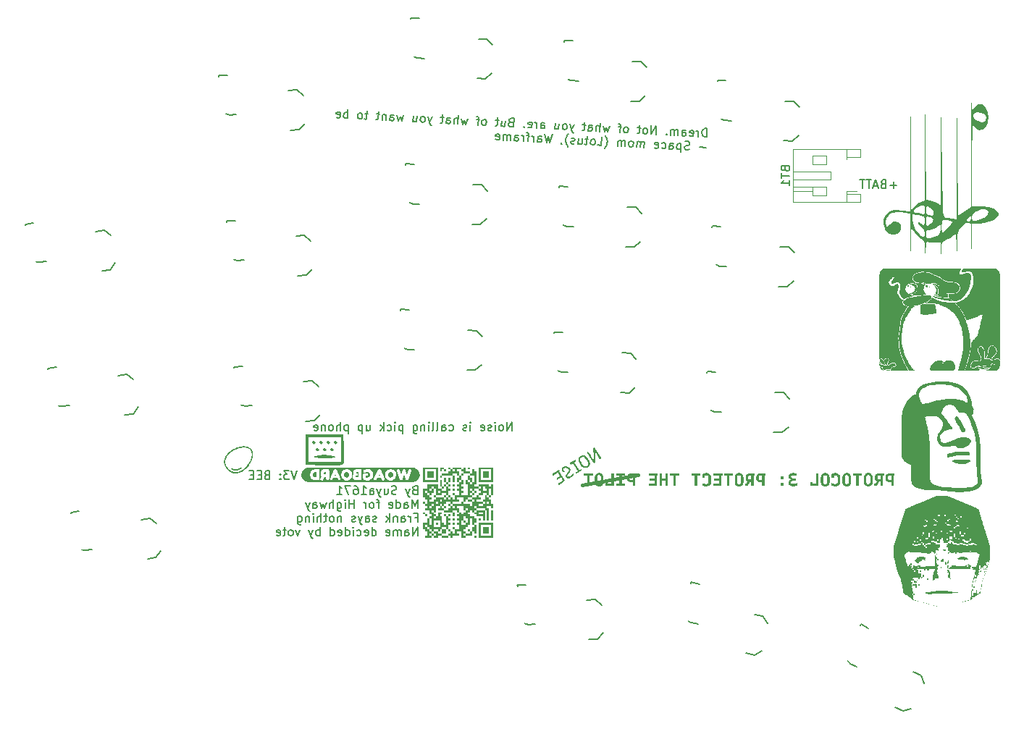
<source format=gbr>
%TF.GenerationSoftware,KiCad,Pcbnew,9.0.2*%
%TF.CreationDate,2025-07-15T19:10:27+02:00*%
%TF.ProjectId,woagboard,776f6167-626f-4617-9264-2e6b69636164,rev?*%
%TF.SameCoordinates,Original*%
%TF.FileFunction,Legend,Bot*%
%TF.FilePolarity,Positive*%
%FSLAX46Y46*%
G04 Gerber Fmt 4.6, Leading zero omitted, Abs format (unit mm)*
G04 Created by KiCad (PCBNEW 9.0.2) date 2025-07-15 19:10:27*
%MOMM*%
%LPD*%
G01*
G04 APERTURE LIST*
%ADD10C,0.400000*%
%ADD11C,0.150000*%
%ADD12C,0.100000*%
%ADD13C,0.300000*%
%ADD14C,0.000000*%
%ADD15C,0.120000*%
G04 APERTURE END LIST*
D10*
X85950000Y-89975000D02*
X92450000Y-88725000D01*
D11*
X52556077Y-88286364D02*
X52222744Y-89286364D01*
X52222744Y-89286364D02*
X51889411Y-88286364D01*
X51651315Y-88286364D02*
X51032268Y-88286364D01*
X51032268Y-88286364D02*
X51365601Y-88667316D01*
X51365601Y-88667316D02*
X51222744Y-88667316D01*
X51222744Y-88667316D02*
X51127506Y-88714935D01*
X51127506Y-88714935D02*
X51079887Y-88762554D01*
X51079887Y-88762554D02*
X51032268Y-88857792D01*
X51032268Y-88857792D02*
X51032268Y-89095887D01*
X51032268Y-89095887D02*
X51079887Y-89191125D01*
X51079887Y-89191125D02*
X51127506Y-89238745D01*
X51127506Y-89238745D02*
X51222744Y-89286364D01*
X51222744Y-89286364D02*
X51508458Y-89286364D01*
X51508458Y-89286364D02*
X51603696Y-89238745D01*
X51603696Y-89238745D02*
X51651315Y-89191125D01*
X50603696Y-89191125D02*
X50556077Y-89238745D01*
X50556077Y-89238745D02*
X50603696Y-89286364D01*
X50603696Y-89286364D02*
X50651315Y-89238745D01*
X50651315Y-89238745D02*
X50603696Y-89191125D01*
X50603696Y-89191125D02*
X50603696Y-89286364D01*
X50603696Y-88667316D02*
X50556077Y-88714935D01*
X50556077Y-88714935D02*
X50603696Y-88762554D01*
X50603696Y-88762554D02*
X50651315Y-88714935D01*
X50651315Y-88714935D02*
X50603696Y-88667316D01*
X50603696Y-88667316D02*
X50603696Y-88762554D01*
X49032268Y-88762554D02*
X48889411Y-88810173D01*
X48889411Y-88810173D02*
X48841792Y-88857792D01*
X48841792Y-88857792D02*
X48794173Y-88953030D01*
X48794173Y-88953030D02*
X48794173Y-89095887D01*
X48794173Y-89095887D02*
X48841792Y-89191125D01*
X48841792Y-89191125D02*
X48889411Y-89238745D01*
X48889411Y-89238745D02*
X48984649Y-89286364D01*
X48984649Y-89286364D02*
X49365601Y-89286364D01*
X49365601Y-89286364D02*
X49365601Y-88286364D01*
X49365601Y-88286364D02*
X49032268Y-88286364D01*
X49032268Y-88286364D02*
X48937030Y-88333983D01*
X48937030Y-88333983D02*
X48889411Y-88381602D01*
X48889411Y-88381602D02*
X48841792Y-88476840D01*
X48841792Y-88476840D02*
X48841792Y-88572078D01*
X48841792Y-88572078D02*
X48889411Y-88667316D01*
X48889411Y-88667316D02*
X48937030Y-88714935D01*
X48937030Y-88714935D02*
X49032268Y-88762554D01*
X49032268Y-88762554D02*
X49365601Y-88762554D01*
X48365601Y-88762554D02*
X48032268Y-88762554D01*
X47889411Y-89286364D02*
X48365601Y-89286364D01*
X48365601Y-89286364D02*
X48365601Y-88286364D01*
X48365601Y-88286364D02*
X47889411Y-88286364D01*
X47460839Y-88762554D02*
X47127506Y-88762554D01*
X46984649Y-89286364D02*
X47460839Y-89286364D01*
X47460839Y-89286364D02*
X47460839Y-88286364D01*
X47460839Y-88286364D02*
X46984649Y-88286364D01*
D12*
G36*
X87973039Y-86928524D02*
G01*
X88002526Y-86916255D01*
X88038042Y-86897734D01*
X88076364Y-86864112D01*
X88096193Y-86824352D01*
X88096867Y-86779482D01*
X88073417Y-86724642D01*
X87468029Y-85755819D01*
X87413747Y-85660999D01*
X87363932Y-85553452D01*
X87302455Y-85581931D01*
X87244326Y-85615770D01*
X87183574Y-85663756D01*
X87156678Y-85705208D01*
X87149364Y-85755436D01*
X87160869Y-85838779D01*
X87202876Y-86035071D01*
X87235938Y-86226472D01*
X87259169Y-86418708D01*
X87271067Y-86615577D01*
X87270649Y-86816235D01*
X87256726Y-87034407D01*
X87246007Y-87041105D01*
X87040431Y-86694137D01*
X86814904Y-86327344D01*
X86619062Y-86013930D01*
X86558701Y-86044196D01*
X86510815Y-86083017D01*
X86490685Y-86117694D01*
X86490079Y-86156517D01*
X86513026Y-86208928D01*
X87119530Y-87179538D01*
X87180723Y-87281271D01*
X87236431Y-87386323D01*
X87271563Y-87375176D01*
X87312521Y-87353573D01*
X87353036Y-87324738D01*
X87377312Y-87300667D01*
X87394058Y-87271932D01*
X87407144Y-87227593D01*
X87431705Y-87078357D01*
X87447496Y-86878048D01*
X87449421Y-86664482D01*
X87435986Y-86419750D01*
X87404986Y-86169379D01*
X87352346Y-85907379D01*
X87361201Y-85901846D01*
X87617826Y-86348137D01*
X87878443Y-86777138D01*
X87973039Y-86928524D01*
G37*
G36*
X86034357Y-86456084D02*
G01*
X86132884Y-86476545D01*
X86231112Y-86518781D01*
X86330652Y-86585441D01*
X86420025Y-86666795D01*
X86509157Y-86770106D01*
X86598144Y-86898579D01*
X86642700Y-86969884D01*
X86726401Y-87123061D01*
X86777578Y-87257917D01*
X86801673Y-87377650D01*
X86802592Y-87485369D01*
X86786170Y-87570427D01*
X86754087Y-87648640D01*
X86705652Y-87721466D01*
X86639017Y-87789834D01*
X86551298Y-87854079D01*
X86463115Y-87899607D01*
X86376411Y-87926161D01*
X86289795Y-87935311D01*
X86201718Y-87927434D01*
X86110589Y-87901688D01*
X86028139Y-87862299D01*
X85944985Y-87805209D01*
X85860410Y-87727847D01*
X85773962Y-87626963D01*
X85685438Y-87498710D01*
X85640930Y-87427484D01*
X85569335Y-87300064D01*
X85520274Y-87185707D01*
X85490518Y-87082621D01*
X85477471Y-86989045D01*
X85479032Y-86914335D01*
X85660880Y-86914335D01*
X85662672Y-86990782D01*
X85678954Y-87068161D01*
X85726928Y-87187545D01*
X85818566Y-87351045D01*
X85837495Y-87381337D01*
X85931809Y-87517150D01*
X86016390Y-87612226D01*
X86092542Y-87674972D01*
X86161898Y-87712267D01*
X86239881Y-87733420D01*
X86315998Y-87735013D01*
X86392484Y-87717362D01*
X86471441Y-87678578D01*
X86550174Y-87618256D01*
X86608064Y-87548602D01*
X86618944Y-87491195D01*
X86618629Y-87423694D01*
X86605112Y-87343730D01*
X86580772Y-87266136D01*
X86540994Y-87177067D01*
X86482779Y-87074673D01*
X86447203Y-87017738D01*
X86355326Y-86884636D01*
X86272081Y-86788848D01*
X86196423Y-86723194D01*
X86127044Y-86681673D01*
X86049075Y-86655947D01*
X85973024Y-86651390D01*
X85896349Y-86667378D01*
X85816608Y-86705984D01*
X85736475Y-86766790D01*
X85673432Y-86837571D01*
X85660880Y-86914335D01*
X85479032Y-86914335D01*
X85479263Y-86903280D01*
X85496507Y-86817005D01*
X85528669Y-86738587D01*
X85576190Y-86666548D01*
X85640575Y-86599934D01*
X85724294Y-86538375D01*
X85805640Y-86495097D01*
X85883717Y-86467920D01*
X85959578Y-86455205D01*
X86034357Y-86456084D01*
G37*
G36*
X85220685Y-88635965D02*
G01*
X85829724Y-88255395D01*
X85858096Y-88227695D01*
X85866865Y-88193846D01*
X85860165Y-88155781D01*
X85838631Y-88111155D01*
X85815149Y-88077551D01*
X85791443Y-88051540D01*
X85502963Y-88231802D01*
X85494925Y-88226888D01*
X85498488Y-88182691D01*
X85486706Y-88130903D01*
X85455357Y-88068333D01*
X84967960Y-87288334D01*
X85083694Y-87216016D01*
X85135530Y-87175735D01*
X85164395Y-87137023D01*
X85176022Y-87098546D01*
X85172530Y-87057929D01*
X85151994Y-87012306D01*
X85132977Y-86985848D01*
X85114804Y-86968691D01*
X84507552Y-87348145D01*
X84477325Y-87377926D01*
X84470798Y-87412044D01*
X84480333Y-87450412D01*
X84503780Y-87496628D01*
X84523380Y-87524018D01*
X84547668Y-87550962D01*
X84836148Y-87370700D01*
X84844138Y-87375535D01*
X84840093Y-87418656D01*
X84851708Y-87470305D01*
X84883705Y-87534091D01*
X85371151Y-88314167D01*
X85251844Y-88388718D01*
X85202360Y-88426145D01*
X85175368Y-88459582D01*
X85164418Y-88490437D01*
X85166698Y-88541023D01*
X85189301Y-88593691D01*
X85204697Y-88616255D01*
X85220685Y-88635965D01*
G37*
G36*
X83664545Y-87825449D02*
G01*
X83605416Y-87869814D01*
X83568188Y-87912876D01*
X83542478Y-87961543D01*
X83526033Y-88016007D01*
X83520300Y-88075945D01*
X83531071Y-88132957D01*
X83553311Y-88187822D01*
X83582351Y-88240777D01*
X83722572Y-88465176D01*
X83750184Y-88457858D01*
X83782709Y-88442502D01*
X83828452Y-88404067D01*
X83848884Y-88365508D01*
X83849699Y-88323964D01*
X83828977Y-88274916D01*
X83740942Y-88138006D01*
X83690989Y-88054090D01*
X83723244Y-88020326D01*
X83761548Y-87992612D01*
X83826232Y-87962344D01*
X83904288Y-87945538D01*
X83986636Y-87942727D01*
X84071043Y-87952796D01*
X84152622Y-87974997D01*
X84225318Y-88007490D01*
X84287537Y-88051343D01*
X84330570Y-88102644D01*
X84336103Y-88111499D01*
X84349334Y-88144052D01*
X84354796Y-88179093D01*
X84349597Y-88216612D01*
X84327147Y-88269487D01*
X84292058Y-88326652D01*
X84232348Y-88409185D01*
X84111180Y-88564066D01*
X84036379Y-88669948D01*
X83992441Y-88755336D01*
X83971904Y-88824438D01*
X83966650Y-88895772D01*
X83976361Y-88955942D01*
X83999663Y-89007652D01*
X84009710Y-89023731D01*
X84056751Y-89083512D01*
X84111719Y-89126649D01*
X84175834Y-89154990D01*
X84251364Y-89168655D01*
X84326989Y-89166558D01*
X84410735Y-89148687D01*
X84504620Y-89112446D01*
X84610711Y-89054272D01*
X84726816Y-88971016D01*
X84815909Y-88885225D01*
X84865366Y-88821552D01*
X84897336Y-88764584D01*
X84915021Y-88713023D01*
X84918558Y-88665783D01*
X84907297Y-88613976D01*
X84878327Y-88555264D01*
X84844559Y-88507793D01*
X84814171Y-88476443D01*
X84803529Y-88483093D01*
X84785897Y-88562600D01*
X84756889Y-88636612D01*
X84716237Y-88706014D01*
X84665097Y-88768406D01*
X84597099Y-88830410D01*
X84509416Y-88892167D01*
X84405900Y-88945514D01*
X84316935Y-88970430D01*
X84258259Y-88973573D01*
X84207761Y-88964779D01*
X84163502Y-88944911D01*
X84159086Y-88937843D01*
X84146161Y-88887440D01*
X84151795Y-88828455D01*
X84180320Y-88756524D01*
X84239838Y-88666950D01*
X84361629Y-88509090D01*
X84448877Y-88384930D01*
X84500599Y-88293513D01*
X84532901Y-88206762D01*
X84540691Y-88139722D01*
X84530203Y-88076906D01*
X84503712Y-88019186D01*
X84490365Y-87997826D01*
X84450674Y-87944660D01*
X84400581Y-87896224D01*
X84338846Y-87852308D01*
X84236269Y-87800738D01*
X84122002Y-87764891D01*
X84002785Y-87747717D01*
X83882889Y-87750897D01*
X83804399Y-87765301D01*
X83731919Y-87790144D01*
X83664545Y-87825449D01*
G37*
G36*
X83788228Y-89531064D02*
G01*
X83812074Y-89510001D01*
X83829523Y-89479871D01*
X83840227Y-89437982D01*
X83837797Y-89373493D01*
X83811598Y-89310932D01*
X83227372Y-88375975D01*
X83255878Y-88358162D01*
X83276018Y-88334010D01*
X83277301Y-88295310D01*
X83264362Y-88252442D01*
X83242756Y-88210298D01*
X83225788Y-88185045D01*
X83206907Y-88160878D01*
X82464269Y-88624930D01*
X82438298Y-88647858D01*
X82427352Y-88672838D01*
X82425887Y-88700536D01*
X82431299Y-88728586D01*
X82452236Y-88776092D01*
X82474650Y-88807987D01*
X82499026Y-88831096D01*
X83097424Y-88457175D01*
X83106530Y-88463797D01*
X83101504Y-88505838D01*
X83111511Y-88554665D01*
X83140515Y-88613420D01*
X83321942Y-88903764D01*
X82956876Y-89131883D01*
X82932884Y-89152466D01*
X82919431Y-89176739D01*
X82915346Y-89206111D01*
X82922812Y-89252120D01*
X82943230Y-89296365D01*
X82956442Y-89315434D01*
X82969081Y-89329785D01*
X83414306Y-89051577D01*
X83632426Y-89400643D01*
X83176560Y-89685500D01*
X83126382Y-89727113D01*
X83106349Y-89765337D01*
X83106805Y-89807745D01*
X83129942Y-89860649D01*
X83151240Y-89890757D01*
X83173830Y-89914982D01*
X83788228Y-89531064D01*
G37*
D11*
X77686429Y-83584484D02*
X77686429Y-82584484D01*
X77686429Y-82584484D02*
X77115001Y-83584484D01*
X77115001Y-83584484D02*
X77115001Y-82584484D01*
X76495953Y-83584484D02*
X76591191Y-83536865D01*
X76591191Y-83536865D02*
X76638810Y-83489245D01*
X76638810Y-83489245D02*
X76686429Y-83394007D01*
X76686429Y-83394007D02*
X76686429Y-83108293D01*
X76686429Y-83108293D02*
X76638810Y-83013055D01*
X76638810Y-83013055D02*
X76591191Y-82965436D01*
X76591191Y-82965436D02*
X76495953Y-82917817D01*
X76495953Y-82917817D02*
X76353096Y-82917817D01*
X76353096Y-82917817D02*
X76257858Y-82965436D01*
X76257858Y-82965436D02*
X76210239Y-83013055D01*
X76210239Y-83013055D02*
X76162620Y-83108293D01*
X76162620Y-83108293D02*
X76162620Y-83394007D01*
X76162620Y-83394007D02*
X76210239Y-83489245D01*
X76210239Y-83489245D02*
X76257858Y-83536865D01*
X76257858Y-83536865D02*
X76353096Y-83584484D01*
X76353096Y-83584484D02*
X76495953Y-83584484D01*
X75734048Y-83584484D02*
X75734048Y-82917817D01*
X75734048Y-82584484D02*
X75781667Y-82632103D01*
X75781667Y-82632103D02*
X75734048Y-82679722D01*
X75734048Y-82679722D02*
X75686429Y-82632103D01*
X75686429Y-82632103D02*
X75734048Y-82584484D01*
X75734048Y-82584484D02*
X75734048Y-82679722D01*
X75305477Y-83536865D02*
X75210239Y-83584484D01*
X75210239Y-83584484D02*
X75019763Y-83584484D01*
X75019763Y-83584484D02*
X74924525Y-83536865D01*
X74924525Y-83536865D02*
X74876906Y-83441626D01*
X74876906Y-83441626D02*
X74876906Y-83394007D01*
X74876906Y-83394007D02*
X74924525Y-83298769D01*
X74924525Y-83298769D02*
X75019763Y-83251150D01*
X75019763Y-83251150D02*
X75162620Y-83251150D01*
X75162620Y-83251150D02*
X75257858Y-83203531D01*
X75257858Y-83203531D02*
X75305477Y-83108293D01*
X75305477Y-83108293D02*
X75305477Y-83060674D01*
X75305477Y-83060674D02*
X75257858Y-82965436D01*
X75257858Y-82965436D02*
X75162620Y-82917817D01*
X75162620Y-82917817D02*
X75019763Y-82917817D01*
X75019763Y-82917817D02*
X74924525Y-82965436D01*
X74067382Y-83536865D02*
X74162620Y-83584484D01*
X74162620Y-83584484D02*
X74353096Y-83584484D01*
X74353096Y-83584484D02*
X74448334Y-83536865D01*
X74448334Y-83536865D02*
X74495953Y-83441626D01*
X74495953Y-83441626D02*
X74495953Y-83060674D01*
X74495953Y-83060674D02*
X74448334Y-82965436D01*
X74448334Y-82965436D02*
X74353096Y-82917817D01*
X74353096Y-82917817D02*
X74162620Y-82917817D01*
X74162620Y-82917817D02*
X74067382Y-82965436D01*
X74067382Y-82965436D02*
X74019763Y-83060674D01*
X74019763Y-83060674D02*
X74019763Y-83155912D01*
X74019763Y-83155912D02*
X74495953Y-83251150D01*
X72829286Y-83584484D02*
X72829286Y-82917817D01*
X72829286Y-82584484D02*
X72876905Y-82632103D01*
X72876905Y-82632103D02*
X72829286Y-82679722D01*
X72829286Y-82679722D02*
X72781667Y-82632103D01*
X72781667Y-82632103D02*
X72829286Y-82584484D01*
X72829286Y-82584484D02*
X72829286Y-82679722D01*
X72400715Y-83536865D02*
X72305477Y-83584484D01*
X72305477Y-83584484D02*
X72115001Y-83584484D01*
X72115001Y-83584484D02*
X72019763Y-83536865D01*
X72019763Y-83536865D02*
X71972144Y-83441626D01*
X71972144Y-83441626D02*
X71972144Y-83394007D01*
X71972144Y-83394007D02*
X72019763Y-83298769D01*
X72019763Y-83298769D02*
X72115001Y-83251150D01*
X72115001Y-83251150D02*
X72257858Y-83251150D01*
X72257858Y-83251150D02*
X72353096Y-83203531D01*
X72353096Y-83203531D02*
X72400715Y-83108293D01*
X72400715Y-83108293D02*
X72400715Y-83060674D01*
X72400715Y-83060674D02*
X72353096Y-82965436D01*
X72353096Y-82965436D02*
X72257858Y-82917817D01*
X72257858Y-82917817D02*
X72115001Y-82917817D01*
X72115001Y-82917817D02*
X72019763Y-82965436D01*
X70353096Y-83536865D02*
X70448334Y-83584484D01*
X70448334Y-83584484D02*
X70638810Y-83584484D01*
X70638810Y-83584484D02*
X70734048Y-83536865D01*
X70734048Y-83536865D02*
X70781667Y-83489245D01*
X70781667Y-83489245D02*
X70829286Y-83394007D01*
X70829286Y-83394007D02*
X70829286Y-83108293D01*
X70829286Y-83108293D02*
X70781667Y-83013055D01*
X70781667Y-83013055D02*
X70734048Y-82965436D01*
X70734048Y-82965436D02*
X70638810Y-82917817D01*
X70638810Y-82917817D02*
X70448334Y-82917817D01*
X70448334Y-82917817D02*
X70353096Y-82965436D01*
X69495953Y-83584484D02*
X69495953Y-83060674D01*
X69495953Y-83060674D02*
X69543572Y-82965436D01*
X69543572Y-82965436D02*
X69638810Y-82917817D01*
X69638810Y-82917817D02*
X69829286Y-82917817D01*
X69829286Y-82917817D02*
X69924524Y-82965436D01*
X69495953Y-83536865D02*
X69591191Y-83584484D01*
X69591191Y-83584484D02*
X69829286Y-83584484D01*
X69829286Y-83584484D02*
X69924524Y-83536865D01*
X69924524Y-83536865D02*
X69972143Y-83441626D01*
X69972143Y-83441626D02*
X69972143Y-83346388D01*
X69972143Y-83346388D02*
X69924524Y-83251150D01*
X69924524Y-83251150D02*
X69829286Y-83203531D01*
X69829286Y-83203531D02*
X69591191Y-83203531D01*
X69591191Y-83203531D02*
X69495953Y-83155912D01*
X68876905Y-83584484D02*
X68972143Y-83536865D01*
X68972143Y-83536865D02*
X69019762Y-83441626D01*
X69019762Y-83441626D02*
X69019762Y-82584484D01*
X68353095Y-83584484D02*
X68448333Y-83536865D01*
X68448333Y-83536865D02*
X68495952Y-83441626D01*
X68495952Y-83441626D02*
X68495952Y-82584484D01*
X67972142Y-83584484D02*
X67972142Y-82917817D01*
X67972142Y-82584484D02*
X68019761Y-82632103D01*
X68019761Y-82632103D02*
X67972142Y-82679722D01*
X67972142Y-82679722D02*
X67924523Y-82632103D01*
X67924523Y-82632103D02*
X67972142Y-82584484D01*
X67972142Y-82584484D02*
X67972142Y-82679722D01*
X67495952Y-82917817D02*
X67495952Y-83584484D01*
X67495952Y-83013055D02*
X67448333Y-82965436D01*
X67448333Y-82965436D02*
X67353095Y-82917817D01*
X67353095Y-82917817D02*
X67210238Y-82917817D01*
X67210238Y-82917817D02*
X67115000Y-82965436D01*
X67115000Y-82965436D02*
X67067381Y-83060674D01*
X67067381Y-83060674D02*
X67067381Y-83584484D01*
X66162619Y-82917817D02*
X66162619Y-83727341D01*
X66162619Y-83727341D02*
X66210238Y-83822579D01*
X66210238Y-83822579D02*
X66257857Y-83870198D01*
X66257857Y-83870198D02*
X66353095Y-83917817D01*
X66353095Y-83917817D02*
X66495952Y-83917817D01*
X66495952Y-83917817D02*
X66591190Y-83870198D01*
X66162619Y-83536865D02*
X66257857Y-83584484D01*
X66257857Y-83584484D02*
X66448333Y-83584484D01*
X66448333Y-83584484D02*
X66543571Y-83536865D01*
X66543571Y-83536865D02*
X66591190Y-83489245D01*
X66591190Y-83489245D02*
X66638809Y-83394007D01*
X66638809Y-83394007D02*
X66638809Y-83108293D01*
X66638809Y-83108293D02*
X66591190Y-83013055D01*
X66591190Y-83013055D02*
X66543571Y-82965436D01*
X66543571Y-82965436D02*
X66448333Y-82917817D01*
X66448333Y-82917817D02*
X66257857Y-82917817D01*
X66257857Y-82917817D02*
X66162619Y-82965436D01*
X64924523Y-82917817D02*
X64924523Y-83917817D01*
X64924523Y-82965436D02*
X64829285Y-82917817D01*
X64829285Y-82917817D02*
X64638809Y-82917817D01*
X64638809Y-82917817D02*
X64543571Y-82965436D01*
X64543571Y-82965436D02*
X64495952Y-83013055D01*
X64495952Y-83013055D02*
X64448333Y-83108293D01*
X64448333Y-83108293D02*
X64448333Y-83394007D01*
X64448333Y-83394007D02*
X64495952Y-83489245D01*
X64495952Y-83489245D02*
X64543571Y-83536865D01*
X64543571Y-83536865D02*
X64638809Y-83584484D01*
X64638809Y-83584484D02*
X64829285Y-83584484D01*
X64829285Y-83584484D02*
X64924523Y-83536865D01*
X64019761Y-83584484D02*
X64019761Y-82917817D01*
X64019761Y-82584484D02*
X64067380Y-82632103D01*
X64067380Y-82632103D02*
X64019761Y-82679722D01*
X64019761Y-82679722D02*
X63972142Y-82632103D01*
X63972142Y-82632103D02*
X64019761Y-82584484D01*
X64019761Y-82584484D02*
X64019761Y-82679722D01*
X63115000Y-83536865D02*
X63210238Y-83584484D01*
X63210238Y-83584484D02*
X63400714Y-83584484D01*
X63400714Y-83584484D02*
X63495952Y-83536865D01*
X63495952Y-83536865D02*
X63543571Y-83489245D01*
X63543571Y-83489245D02*
X63591190Y-83394007D01*
X63591190Y-83394007D02*
X63591190Y-83108293D01*
X63591190Y-83108293D02*
X63543571Y-83013055D01*
X63543571Y-83013055D02*
X63495952Y-82965436D01*
X63495952Y-82965436D02*
X63400714Y-82917817D01*
X63400714Y-82917817D02*
X63210238Y-82917817D01*
X63210238Y-82917817D02*
X63115000Y-82965436D01*
X62686428Y-83584484D02*
X62686428Y-82584484D01*
X62591190Y-83203531D02*
X62305476Y-83584484D01*
X62305476Y-82917817D02*
X62686428Y-83298769D01*
X60686428Y-82917817D02*
X60686428Y-83584484D01*
X61114999Y-82917817D02*
X61114999Y-83441626D01*
X61114999Y-83441626D02*
X61067380Y-83536865D01*
X61067380Y-83536865D02*
X60972142Y-83584484D01*
X60972142Y-83584484D02*
X60829285Y-83584484D01*
X60829285Y-83584484D02*
X60734047Y-83536865D01*
X60734047Y-83536865D02*
X60686428Y-83489245D01*
X60210237Y-82917817D02*
X60210237Y-83917817D01*
X60210237Y-82965436D02*
X60114999Y-82917817D01*
X60114999Y-82917817D02*
X59924523Y-82917817D01*
X59924523Y-82917817D02*
X59829285Y-82965436D01*
X59829285Y-82965436D02*
X59781666Y-83013055D01*
X59781666Y-83013055D02*
X59734047Y-83108293D01*
X59734047Y-83108293D02*
X59734047Y-83394007D01*
X59734047Y-83394007D02*
X59781666Y-83489245D01*
X59781666Y-83489245D02*
X59829285Y-83536865D01*
X59829285Y-83536865D02*
X59924523Y-83584484D01*
X59924523Y-83584484D02*
X60114999Y-83584484D01*
X60114999Y-83584484D02*
X60210237Y-83536865D01*
X58543570Y-82917817D02*
X58543570Y-83917817D01*
X58543570Y-82965436D02*
X58448332Y-82917817D01*
X58448332Y-82917817D02*
X58257856Y-82917817D01*
X58257856Y-82917817D02*
X58162618Y-82965436D01*
X58162618Y-82965436D02*
X58114999Y-83013055D01*
X58114999Y-83013055D02*
X58067380Y-83108293D01*
X58067380Y-83108293D02*
X58067380Y-83394007D01*
X58067380Y-83394007D02*
X58114999Y-83489245D01*
X58114999Y-83489245D02*
X58162618Y-83536865D01*
X58162618Y-83536865D02*
X58257856Y-83584484D01*
X58257856Y-83584484D02*
X58448332Y-83584484D01*
X58448332Y-83584484D02*
X58543570Y-83536865D01*
X57638808Y-83584484D02*
X57638808Y-82584484D01*
X57210237Y-83584484D02*
X57210237Y-83060674D01*
X57210237Y-83060674D02*
X57257856Y-82965436D01*
X57257856Y-82965436D02*
X57353094Y-82917817D01*
X57353094Y-82917817D02*
X57495951Y-82917817D01*
X57495951Y-82917817D02*
X57591189Y-82965436D01*
X57591189Y-82965436D02*
X57638808Y-83013055D01*
X56591189Y-83584484D02*
X56686427Y-83536865D01*
X56686427Y-83536865D02*
X56734046Y-83489245D01*
X56734046Y-83489245D02*
X56781665Y-83394007D01*
X56781665Y-83394007D02*
X56781665Y-83108293D01*
X56781665Y-83108293D02*
X56734046Y-83013055D01*
X56734046Y-83013055D02*
X56686427Y-82965436D01*
X56686427Y-82965436D02*
X56591189Y-82917817D01*
X56591189Y-82917817D02*
X56448332Y-82917817D01*
X56448332Y-82917817D02*
X56353094Y-82965436D01*
X56353094Y-82965436D02*
X56305475Y-83013055D01*
X56305475Y-83013055D02*
X56257856Y-83108293D01*
X56257856Y-83108293D02*
X56257856Y-83394007D01*
X56257856Y-83394007D02*
X56305475Y-83489245D01*
X56305475Y-83489245D02*
X56353094Y-83536865D01*
X56353094Y-83536865D02*
X56448332Y-83584484D01*
X56448332Y-83584484D02*
X56591189Y-83584484D01*
X55829284Y-82917817D02*
X55829284Y-83584484D01*
X55829284Y-83013055D02*
X55781665Y-82965436D01*
X55781665Y-82965436D02*
X55686427Y-82917817D01*
X55686427Y-82917817D02*
X55543570Y-82917817D01*
X55543570Y-82917817D02*
X55448332Y-82965436D01*
X55448332Y-82965436D02*
X55400713Y-83060674D01*
X55400713Y-83060674D02*
X55400713Y-83584484D01*
X54543570Y-83536865D02*
X54638808Y-83584484D01*
X54638808Y-83584484D02*
X54829284Y-83584484D01*
X54829284Y-83584484D02*
X54924522Y-83536865D01*
X54924522Y-83536865D02*
X54972141Y-83441626D01*
X54972141Y-83441626D02*
X54972141Y-83060674D01*
X54972141Y-83060674D02*
X54924522Y-82965436D01*
X54924522Y-82965436D02*
X54829284Y-82917817D01*
X54829284Y-82917817D02*
X54638808Y-82917817D01*
X54638808Y-82917817D02*
X54543570Y-82965436D01*
X54543570Y-82965436D02*
X54495951Y-83060674D01*
X54495951Y-83060674D02*
X54495951Y-83155912D01*
X54495951Y-83155912D02*
X54972141Y-83251150D01*
X122663220Y-54873866D02*
X121901316Y-54873866D01*
X122282268Y-55254819D02*
X122282268Y-54492914D01*
X121091792Y-54731009D02*
X120948935Y-54778628D01*
X120948935Y-54778628D02*
X120901316Y-54826247D01*
X120901316Y-54826247D02*
X120853697Y-54921485D01*
X120853697Y-54921485D02*
X120853697Y-55064342D01*
X120853697Y-55064342D02*
X120901316Y-55159580D01*
X120901316Y-55159580D02*
X120948935Y-55207200D01*
X120948935Y-55207200D02*
X121044173Y-55254819D01*
X121044173Y-55254819D02*
X121425125Y-55254819D01*
X121425125Y-55254819D02*
X121425125Y-54254819D01*
X121425125Y-54254819D02*
X121091792Y-54254819D01*
X121091792Y-54254819D02*
X120996554Y-54302438D01*
X120996554Y-54302438D02*
X120948935Y-54350057D01*
X120948935Y-54350057D02*
X120901316Y-54445295D01*
X120901316Y-54445295D02*
X120901316Y-54540533D01*
X120901316Y-54540533D02*
X120948935Y-54635771D01*
X120948935Y-54635771D02*
X120996554Y-54683390D01*
X120996554Y-54683390D02*
X121091792Y-54731009D01*
X121091792Y-54731009D02*
X121425125Y-54731009D01*
X120472744Y-54969104D02*
X119996554Y-54969104D01*
X120567982Y-55254819D02*
X120234649Y-54254819D01*
X120234649Y-54254819D02*
X119901316Y-55254819D01*
X119710839Y-54254819D02*
X119139411Y-54254819D01*
X119425125Y-55254819D02*
X119425125Y-54254819D01*
X118948934Y-54254819D02*
X118377506Y-54254819D01*
X118663220Y-55254819D02*
X118663220Y-54254819D01*
X100454753Y-49244633D02*
X100507089Y-48246004D01*
X100507089Y-48246004D02*
X100269320Y-48233543D01*
X100269320Y-48233543D02*
X100124166Y-48273620D01*
X100124166Y-48273620D02*
X100024074Y-48363743D01*
X100024074Y-48363743D02*
X99971536Y-48456359D01*
X99971536Y-48456359D02*
X99914014Y-48644082D01*
X99914014Y-48644082D02*
X99906537Y-48786743D01*
X99906537Y-48786743D02*
X99944122Y-48979450D01*
X99944122Y-48979450D02*
X99986692Y-49077050D01*
X99986692Y-49077050D02*
X100076815Y-49177142D01*
X100076815Y-49177142D02*
X100216984Y-49232172D01*
X100216984Y-49232172D02*
X100454753Y-49244633D01*
X99456123Y-49192297D02*
X99491014Y-48526544D01*
X99481045Y-48716759D02*
X99438476Y-48619160D01*
X99438476Y-48619160D02*
X99393414Y-48569114D01*
X99393414Y-48569114D02*
X99300799Y-48516576D01*
X99300799Y-48516576D02*
X99205691Y-48511591D01*
X98459986Y-49092408D02*
X98552601Y-49144946D01*
X98552601Y-49144946D02*
X98742816Y-49154914D01*
X98742816Y-49154914D02*
X98840416Y-49112345D01*
X98840416Y-49112345D02*
X98892954Y-49019730D01*
X98892954Y-49019730D02*
X98912892Y-48639299D01*
X98912892Y-48639299D02*
X98870322Y-48541700D01*
X98870322Y-48541700D02*
X98777707Y-48489161D01*
X98777707Y-48489161D02*
X98587492Y-48479193D01*
X98587492Y-48479193D02*
X98489892Y-48521762D01*
X98489892Y-48521762D02*
X98437354Y-48614378D01*
X98437354Y-48614378D02*
X98432369Y-48709485D01*
X98432369Y-48709485D02*
X98902923Y-48829515D01*
X97553971Y-49092610D02*
X97581385Y-48569518D01*
X97581385Y-48569518D02*
X97633924Y-48476903D01*
X97633924Y-48476903D02*
X97731523Y-48434333D01*
X97731523Y-48434333D02*
X97921739Y-48444302D01*
X97921739Y-48444302D02*
X98014354Y-48496840D01*
X97556464Y-49045056D02*
X97649079Y-49097594D01*
X97649079Y-49097594D02*
X97886848Y-49110055D01*
X97886848Y-49110055D02*
X97984448Y-49067486D01*
X97984448Y-49067486D02*
X98036986Y-48974870D01*
X98036986Y-48974870D02*
X98041970Y-48879763D01*
X98041970Y-48879763D02*
X97999401Y-48782163D01*
X97999401Y-48782163D02*
X97906785Y-48729625D01*
X97906785Y-48729625D02*
X97669016Y-48717164D01*
X97669016Y-48717164D02*
X97576401Y-48664626D01*
X97078433Y-49067688D02*
X97113324Y-48401935D01*
X97108340Y-48497042D02*
X97063278Y-48446996D01*
X97063278Y-48446996D02*
X96970663Y-48394458D01*
X96970663Y-48394458D02*
X96828001Y-48386982D01*
X96828001Y-48386982D02*
X96730402Y-48429551D01*
X96730402Y-48429551D02*
X96677863Y-48522167D01*
X96677863Y-48522167D02*
X96650449Y-49045258D01*
X96677863Y-48522167D02*
X96635294Y-48424567D01*
X96635294Y-48424567D02*
X96542679Y-48372029D01*
X96542679Y-48372029D02*
X96400017Y-48364552D01*
X96400017Y-48364552D02*
X96302417Y-48407121D01*
X96302417Y-48407121D02*
X96249879Y-48499737D01*
X96249879Y-48499737D02*
X96222465Y-49022828D01*
X95751912Y-48902799D02*
X95701866Y-48947861D01*
X95701866Y-48947861D02*
X95746928Y-48997907D01*
X95746928Y-48997907D02*
X95796974Y-48952845D01*
X95796974Y-48952845D02*
X95751912Y-48902799D01*
X95751912Y-48902799D02*
X95746928Y-48997907D01*
X94510529Y-48933110D02*
X94562865Y-47934480D01*
X94562865Y-47934480D02*
X93939884Y-48903203D01*
X93939884Y-48903203D02*
X93992220Y-47904574D01*
X93321685Y-48870805D02*
X93419285Y-48828236D01*
X93419285Y-48828236D02*
X93469331Y-48783174D01*
X93469331Y-48783174D02*
X93521869Y-48690559D01*
X93521869Y-48690559D02*
X93536822Y-48405236D01*
X93536822Y-48405236D02*
X93494252Y-48307636D01*
X93494252Y-48307636D02*
X93449191Y-48257590D01*
X93449191Y-48257590D02*
X93356575Y-48205052D01*
X93356575Y-48205052D02*
X93213914Y-48197575D01*
X93213914Y-48197575D02*
X93116314Y-48240145D01*
X93116314Y-48240145D02*
X93066268Y-48285206D01*
X93066268Y-48285206D02*
X93013730Y-48377822D01*
X93013730Y-48377822D02*
X92998777Y-48663145D01*
X92998777Y-48663145D02*
X93041346Y-48760744D01*
X93041346Y-48760744D02*
X93086408Y-48810790D01*
X93086408Y-48810790D02*
X93179023Y-48863328D01*
X93179023Y-48863328D02*
X93321685Y-48870805D01*
X92738376Y-48172654D02*
X92357946Y-48152716D01*
X92613160Y-47832300D02*
X92568301Y-48688269D01*
X92568301Y-48688269D02*
X92515763Y-48780884D01*
X92515763Y-48780884D02*
X92418163Y-48823453D01*
X92418163Y-48823453D02*
X92323055Y-48818469D01*
X91086656Y-48753672D02*
X91184256Y-48711103D01*
X91184256Y-48711103D02*
X91234302Y-48666041D01*
X91234302Y-48666041D02*
X91286840Y-48573426D01*
X91286840Y-48573426D02*
X91301793Y-48288103D01*
X91301793Y-48288103D02*
X91259224Y-48190503D01*
X91259224Y-48190503D02*
X91214162Y-48140457D01*
X91214162Y-48140457D02*
X91121547Y-48087919D01*
X91121547Y-48087919D02*
X90978885Y-48080443D01*
X90978885Y-48080443D02*
X90881286Y-48123012D01*
X90881286Y-48123012D02*
X90831240Y-48168074D01*
X90831240Y-48168074D02*
X90778701Y-48260689D01*
X90778701Y-48260689D02*
X90763748Y-48546012D01*
X90763748Y-48546012D02*
X90806318Y-48643611D01*
X90806318Y-48643611D02*
X90851379Y-48693657D01*
X90851379Y-48693657D02*
X90943995Y-48746196D01*
X90943995Y-48746196D02*
X91086656Y-48753672D01*
X90503347Y-48055521D02*
X90122917Y-48035583D01*
X90325795Y-48713797D02*
X90370655Y-47857829D01*
X90370655Y-47857829D02*
X90328085Y-47760229D01*
X90328085Y-47760229D02*
X90235470Y-47707691D01*
X90235470Y-47707691D02*
X90140362Y-47702707D01*
X89124287Y-47983247D02*
X88899181Y-48639031D01*
X88899181Y-48639031D02*
X88733888Y-48153525D01*
X88733888Y-48153525D02*
X88518751Y-48619094D01*
X88518751Y-48619094D02*
X88363426Y-47943372D01*
X87948105Y-48589188D02*
X88000441Y-47590558D01*
X87520121Y-48566758D02*
X87547535Y-48043666D01*
X87547535Y-48043666D02*
X87600074Y-47951051D01*
X87600074Y-47951051D02*
X87697673Y-47908482D01*
X87697673Y-47908482D02*
X87840335Y-47915958D01*
X87840335Y-47915958D02*
X87932950Y-47968496D01*
X87932950Y-47968496D02*
X87978012Y-48018542D01*
X86616599Y-48519406D02*
X86644013Y-47996315D01*
X86644013Y-47996315D02*
X86696551Y-47903699D01*
X86696551Y-47903699D02*
X86794151Y-47861130D01*
X86794151Y-47861130D02*
X86984366Y-47871099D01*
X86984366Y-47871099D02*
X87076982Y-47923637D01*
X86619091Y-48471853D02*
X86711707Y-48524391D01*
X86711707Y-48524391D02*
X86949476Y-48536852D01*
X86949476Y-48536852D02*
X87047076Y-48494282D01*
X87047076Y-48494282D02*
X87099614Y-48401667D01*
X87099614Y-48401667D02*
X87104598Y-48306559D01*
X87104598Y-48306559D02*
X87062029Y-48208960D01*
X87062029Y-48208960D02*
X86969413Y-48156421D01*
X86969413Y-48156421D02*
X86731644Y-48143960D01*
X86731644Y-48143960D02*
X86639029Y-48091422D01*
X86318613Y-47836208D02*
X85938183Y-47816271D01*
X86193397Y-47495855D02*
X86148538Y-48351823D01*
X86148538Y-48351823D02*
X86096000Y-48444439D01*
X86096000Y-48444439D02*
X85998400Y-48487008D01*
X85998400Y-48487008D02*
X85903292Y-48482024D01*
X84939553Y-47763935D02*
X84666893Y-48417227D01*
X84464015Y-47739013D02*
X84666893Y-48417227D01*
X84666893Y-48417227D02*
X84749540Y-48659980D01*
X84749540Y-48659980D02*
X84794601Y-48710026D01*
X84794601Y-48710026D02*
X84887217Y-48762564D01*
X83906032Y-48377352D02*
X84003632Y-48334782D01*
X84003632Y-48334782D02*
X84053678Y-48289721D01*
X84053678Y-48289721D02*
X84106216Y-48197105D01*
X84106216Y-48197105D02*
X84121169Y-47911782D01*
X84121169Y-47911782D02*
X84078600Y-47814183D01*
X84078600Y-47814183D02*
X84033538Y-47764137D01*
X84033538Y-47764137D02*
X83940923Y-47711599D01*
X83940923Y-47711599D02*
X83798262Y-47704122D01*
X83798262Y-47704122D02*
X83700662Y-47746691D01*
X83700662Y-47746691D02*
X83650616Y-47791753D01*
X83650616Y-47791753D02*
X83598078Y-47884368D01*
X83598078Y-47884368D02*
X83583125Y-48169691D01*
X83583125Y-48169691D02*
X83625694Y-48267291D01*
X83625694Y-48267291D02*
X83670756Y-48317337D01*
X83670756Y-48317337D02*
X83763371Y-48369875D01*
X83763371Y-48369875D02*
X83906032Y-48377352D01*
X82752078Y-47649294D02*
X82717188Y-48315047D01*
X83180062Y-47671724D02*
X83152648Y-48194815D01*
X83152648Y-48194815D02*
X83100110Y-48287431D01*
X83100110Y-48287431D02*
X83002510Y-48330000D01*
X83002510Y-48330000D02*
X82859849Y-48322523D01*
X82859849Y-48322523D02*
X82767234Y-48269985D01*
X82767234Y-48269985D02*
X82722172Y-48219939D01*
X81052805Y-48227820D02*
X81080219Y-47704729D01*
X81080219Y-47704729D02*
X81132757Y-47612113D01*
X81132757Y-47612113D02*
X81230357Y-47569544D01*
X81230357Y-47569544D02*
X81420572Y-47579513D01*
X81420572Y-47579513D02*
X81513187Y-47632051D01*
X81055297Y-48180266D02*
X81147912Y-48232805D01*
X81147912Y-48232805D02*
X81385681Y-48245266D01*
X81385681Y-48245266D02*
X81483281Y-48202696D01*
X81483281Y-48202696D02*
X81535819Y-48110081D01*
X81535819Y-48110081D02*
X81540804Y-48014973D01*
X81540804Y-48014973D02*
X81498234Y-47917373D01*
X81498234Y-47917373D02*
X81405619Y-47864835D01*
X81405619Y-47864835D02*
X81167850Y-47852374D01*
X81167850Y-47852374D02*
X81075234Y-47799836D01*
X80577267Y-48202898D02*
X80612157Y-47537145D01*
X80602189Y-47727361D02*
X80559619Y-47629761D01*
X80559619Y-47629761D02*
X80514558Y-47579715D01*
X80514558Y-47579715D02*
X80421942Y-47527177D01*
X80421942Y-47527177D02*
X80326835Y-47522192D01*
X79581129Y-48103009D02*
X79673744Y-48155547D01*
X79673744Y-48155547D02*
X79863960Y-48165516D01*
X79863960Y-48165516D02*
X79961559Y-48122946D01*
X79961559Y-48122946D02*
X80014097Y-48030331D01*
X80014097Y-48030331D02*
X80034035Y-47649900D01*
X80034035Y-47649900D02*
X79991466Y-47552301D01*
X79991466Y-47552301D02*
X79898850Y-47499763D01*
X79898850Y-47499763D02*
X79708635Y-47489794D01*
X79708635Y-47489794D02*
X79611035Y-47532363D01*
X79611035Y-47532363D02*
X79558497Y-47624979D01*
X79558497Y-47624979D02*
X79553513Y-47720086D01*
X79553513Y-47720086D02*
X80024066Y-47840116D01*
X79108083Y-48030533D02*
X79058037Y-48075595D01*
X79058037Y-48075595D02*
X79103099Y-48125641D01*
X79103099Y-48125641D02*
X79153145Y-48080579D01*
X79153145Y-48080579D02*
X79108083Y-48030533D01*
X79108083Y-48030533D02*
X79103099Y-48125641D01*
X77561238Y-47520307D02*
X77416085Y-47560384D01*
X77416085Y-47560384D02*
X77366039Y-47605445D01*
X77366039Y-47605445D02*
X77313500Y-47698061D01*
X77313500Y-47698061D02*
X77306024Y-47840722D01*
X77306024Y-47840722D02*
X77348593Y-47938322D01*
X77348593Y-47938322D02*
X77393655Y-47988368D01*
X77393655Y-47988368D02*
X77486270Y-48040906D01*
X77486270Y-48040906D02*
X77866701Y-48060844D01*
X77866701Y-48060844D02*
X77919037Y-47062214D01*
X77919037Y-47062214D02*
X77586160Y-47044769D01*
X77586160Y-47044769D02*
X77488560Y-47087338D01*
X77488560Y-47087338D02*
X77438514Y-47132400D01*
X77438514Y-47132400D02*
X77385976Y-47225015D01*
X77385976Y-47225015D02*
X77380992Y-47320123D01*
X77380992Y-47320123D02*
X77423561Y-47417723D01*
X77423561Y-47417723D02*
X77468623Y-47467768D01*
X77468623Y-47467768D02*
X77561238Y-47520307D01*
X77561238Y-47520307D02*
X77894115Y-47537752D01*
X76474978Y-47320325D02*
X76440087Y-47986078D01*
X76902962Y-47342755D02*
X76875548Y-47865846D01*
X76875548Y-47865846D02*
X76823009Y-47958462D01*
X76823009Y-47958462D02*
X76725410Y-48001031D01*
X76725410Y-48001031D02*
X76582748Y-47993555D01*
X76582748Y-47993555D02*
X76490133Y-47941016D01*
X76490133Y-47941016D02*
X76445071Y-47890970D01*
X76142101Y-47302880D02*
X75761671Y-47282942D01*
X76016885Y-46962527D02*
X75972026Y-47818495D01*
X75972026Y-47818495D02*
X75919487Y-47911110D01*
X75919487Y-47911110D02*
X75821888Y-47953680D01*
X75821888Y-47953680D02*
X75726780Y-47948695D01*
X74490381Y-47883898D02*
X74587981Y-47841329D01*
X74587981Y-47841329D02*
X74638027Y-47796267D01*
X74638027Y-47796267D02*
X74690565Y-47703652D01*
X74690565Y-47703652D02*
X74705518Y-47418329D01*
X74705518Y-47418329D02*
X74662949Y-47320729D01*
X74662949Y-47320729D02*
X74617887Y-47270683D01*
X74617887Y-47270683D02*
X74525272Y-47218145D01*
X74525272Y-47218145D02*
X74382610Y-47210669D01*
X74382610Y-47210669D02*
X74285010Y-47253238D01*
X74285010Y-47253238D02*
X74234964Y-47298300D01*
X74234964Y-47298300D02*
X74182426Y-47390915D01*
X74182426Y-47390915D02*
X74167473Y-47676238D01*
X74167473Y-47676238D02*
X74210043Y-47773838D01*
X74210043Y-47773838D02*
X74255104Y-47823883D01*
X74255104Y-47823883D02*
X74347720Y-47876422D01*
X74347720Y-47876422D02*
X74490381Y-47883898D01*
X73907072Y-47185747D02*
X73526642Y-47165809D01*
X73729520Y-47844023D02*
X73774380Y-46988055D01*
X73774380Y-46988055D02*
X73731810Y-46890455D01*
X73731810Y-46890455D02*
X73639195Y-46837917D01*
X73639195Y-46837917D02*
X73544087Y-46832933D01*
X72528012Y-47113473D02*
X72302906Y-47769258D01*
X72302906Y-47769258D02*
X72137613Y-47283751D01*
X72137613Y-47283751D02*
X71922476Y-47749320D01*
X71922476Y-47749320D02*
X71767151Y-47073598D01*
X71351830Y-47719414D02*
X71404166Y-46720784D01*
X70923846Y-47696984D02*
X70951260Y-47173892D01*
X70951260Y-47173892D02*
X71003798Y-47081277D01*
X71003798Y-47081277D02*
X71101398Y-47038708D01*
X71101398Y-47038708D02*
X71244060Y-47046184D01*
X71244060Y-47046184D02*
X71336675Y-47098722D01*
X71336675Y-47098722D02*
X71381736Y-47148768D01*
X70020324Y-47649632D02*
X70047738Y-47126541D01*
X70047738Y-47126541D02*
X70100276Y-47033925D01*
X70100276Y-47033925D02*
X70197876Y-46991356D01*
X70197876Y-46991356D02*
X70388091Y-47001325D01*
X70388091Y-47001325D02*
X70480707Y-47053863D01*
X70022816Y-47602079D02*
X70115432Y-47654617D01*
X70115432Y-47654617D02*
X70353201Y-47667078D01*
X70353201Y-47667078D02*
X70450800Y-47624508D01*
X70450800Y-47624508D02*
X70503339Y-47531893D01*
X70503339Y-47531893D02*
X70508323Y-47436785D01*
X70508323Y-47436785D02*
X70465753Y-47339186D01*
X70465753Y-47339186D02*
X70373138Y-47286647D01*
X70373138Y-47286647D02*
X70135369Y-47274187D01*
X70135369Y-47274187D02*
X70042754Y-47221648D01*
X69722338Y-46966434D02*
X69341908Y-46946497D01*
X69597122Y-46626081D02*
X69552263Y-47482049D01*
X69552263Y-47482049D02*
X69499725Y-47574665D01*
X69499725Y-47574665D02*
X69402125Y-47617234D01*
X69402125Y-47617234D02*
X69307017Y-47612250D01*
X68343278Y-46894161D02*
X68070618Y-47547453D01*
X67867740Y-46869239D02*
X68070618Y-47547453D01*
X68070618Y-47547453D02*
X68153265Y-47790206D01*
X68153265Y-47790206D02*
X68198326Y-47840252D01*
X68198326Y-47840252D02*
X68290942Y-47892790D01*
X67309757Y-47507578D02*
X67407357Y-47465008D01*
X67407357Y-47465008D02*
X67457403Y-47419947D01*
X67457403Y-47419947D02*
X67509941Y-47327331D01*
X67509941Y-47327331D02*
X67524894Y-47042009D01*
X67524894Y-47042009D02*
X67482325Y-46944409D01*
X67482325Y-46944409D02*
X67437263Y-46894363D01*
X67437263Y-46894363D02*
X67344648Y-46841825D01*
X67344648Y-46841825D02*
X67201986Y-46834348D01*
X67201986Y-46834348D02*
X67104387Y-46876917D01*
X67104387Y-46876917D02*
X67054341Y-46921979D01*
X67054341Y-46921979D02*
X67001803Y-47014594D01*
X67001803Y-47014594D02*
X66986849Y-47299917D01*
X66986849Y-47299917D02*
X67029419Y-47397517D01*
X67029419Y-47397517D02*
X67074480Y-47447563D01*
X67074480Y-47447563D02*
X67167096Y-47500101D01*
X67167096Y-47500101D02*
X67309757Y-47507578D01*
X66155803Y-46779520D02*
X66120912Y-47445273D01*
X66583787Y-46801950D02*
X66556373Y-47325041D01*
X66556373Y-47325041D02*
X66503835Y-47417657D01*
X66503835Y-47417657D02*
X66406235Y-47460226D01*
X66406235Y-47460226D02*
X66263574Y-47452750D01*
X66263574Y-47452750D02*
X66170958Y-47400211D01*
X66170958Y-47400211D02*
X66125897Y-47350165D01*
X65014512Y-46719707D02*
X64789406Y-47375492D01*
X64789406Y-47375492D02*
X64624113Y-46889985D01*
X64624113Y-46889985D02*
X64408976Y-47355554D01*
X64408976Y-47355554D02*
X64253651Y-46679832D01*
X63410346Y-47303218D02*
X63437760Y-46780127D01*
X63437760Y-46780127D02*
X63490299Y-46687511D01*
X63490299Y-46687511D02*
X63587898Y-46644942D01*
X63587898Y-46644942D02*
X63778113Y-46654910D01*
X63778113Y-46654910D02*
X63870729Y-46707449D01*
X63412838Y-47255664D02*
X63505454Y-47308203D01*
X63505454Y-47308203D02*
X63743223Y-47320664D01*
X63743223Y-47320664D02*
X63840823Y-47278094D01*
X63840823Y-47278094D02*
X63893361Y-47185479D01*
X63893361Y-47185479D02*
X63898345Y-47090371D01*
X63898345Y-47090371D02*
X63855776Y-46992771D01*
X63855776Y-46992771D02*
X63763160Y-46940233D01*
X63763160Y-46940233D02*
X63525391Y-46927772D01*
X63525391Y-46927772D02*
X63432776Y-46875234D01*
X62969699Y-46612543D02*
X62934808Y-47278296D01*
X62964715Y-46707651D02*
X62919653Y-46657605D01*
X62919653Y-46657605D02*
X62827038Y-46605067D01*
X62827038Y-46605067D02*
X62684376Y-46597590D01*
X62684376Y-46597590D02*
X62586776Y-46640160D01*
X62586776Y-46640160D02*
X62534238Y-46732775D01*
X62534238Y-46732775D02*
X62506824Y-47255867D01*
X62208838Y-46572668D02*
X61828408Y-46552731D01*
X62083622Y-46232315D02*
X62038763Y-47088283D01*
X62038763Y-47088283D02*
X61986225Y-47180899D01*
X61986225Y-47180899D02*
X61888625Y-47223468D01*
X61888625Y-47223468D02*
X61793517Y-47218484D01*
X60877332Y-46502887D02*
X60496901Y-46482949D01*
X60752115Y-46162534D02*
X60707256Y-47018502D01*
X60707256Y-47018502D02*
X60654718Y-47111117D01*
X60654718Y-47111117D02*
X60557118Y-47153687D01*
X60557118Y-47153687D02*
X60462011Y-47148702D01*
X59986472Y-47123781D02*
X60084072Y-47081211D01*
X60084072Y-47081211D02*
X60134118Y-47036150D01*
X60134118Y-47036150D02*
X60186656Y-46943534D01*
X60186656Y-46943534D02*
X60201609Y-46658211D01*
X60201609Y-46658211D02*
X60159040Y-46560612D01*
X60159040Y-46560612D02*
X60113978Y-46510566D01*
X60113978Y-46510566D02*
X60021363Y-46458028D01*
X60021363Y-46458028D02*
X59878702Y-46450551D01*
X59878702Y-46450551D02*
X59781102Y-46493120D01*
X59781102Y-46493120D02*
X59731056Y-46538182D01*
X59731056Y-46538182D02*
X59678518Y-46630797D01*
X59678518Y-46630797D02*
X59663565Y-46916120D01*
X59663565Y-46916120D02*
X59706134Y-47013720D01*
X59706134Y-47013720D02*
X59751196Y-47063766D01*
X59751196Y-47063766D02*
X59843811Y-47116304D01*
X59843811Y-47116304D02*
X59986472Y-47123781D01*
X58464751Y-47044031D02*
X58517087Y-46045401D01*
X58497149Y-46425831D02*
X58404534Y-46373293D01*
X58404534Y-46373293D02*
X58214319Y-46363324D01*
X58214319Y-46363324D02*
X58116719Y-46405894D01*
X58116719Y-46405894D02*
X58066673Y-46450955D01*
X58066673Y-46450955D02*
X58014135Y-46543571D01*
X58014135Y-46543571D02*
X57999182Y-46828893D01*
X57999182Y-46828893D02*
X58041751Y-46926493D01*
X58041751Y-46926493D02*
X58086813Y-46976539D01*
X58086813Y-46976539D02*
X58179428Y-47029077D01*
X58179428Y-47029077D02*
X58369643Y-47039046D01*
X58369643Y-47039046D02*
X58467243Y-46996477D01*
X57183291Y-46929188D02*
X57275906Y-46981726D01*
X57275906Y-46981726D02*
X57466121Y-46991695D01*
X57466121Y-46991695D02*
X57563721Y-46949125D01*
X57563721Y-46949125D02*
X57616259Y-46856510D01*
X57616259Y-46856510D02*
X57636197Y-46476079D01*
X57636197Y-46476079D02*
X57593627Y-46378480D01*
X57593627Y-46378480D02*
X57501012Y-46325942D01*
X57501012Y-46325942D02*
X57310797Y-46315973D01*
X57310797Y-46315973D02*
X57213197Y-46358542D01*
X57213197Y-46358542D02*
X57160659Y-46451158D01*
X57160659Y-46451158D02*
X57155674Y-46546265D01*
X57155674Y-46546265D02*
X57626228Y-46666295D01*
X100390432Y-50471941D02*
X99629572Y-50432066D01*
X98423282Y-50702638D02*
X98278128Y-50742715D01*
X98278128Y-50742715D02*
X98040359Y-50730254D01*
X98040359Y-50730254D02*
X97947744Y-50677716D01*
X97947744Y-50677716D02*
X97902682Y-50627670D01*
X97902682Y-50627670D02*
X97860113Y-50530070D01*
X97860113Y-50530070D02*
X97865097Y-50434963D01*
X97865097Y-50434963D02*
X97917636Y-50342347D01*
X97917636Y-50342347D02*
X97967681Y-50297286D01*
X97967681Y-50297286D02*
X98065281Y-50254716D01*
X98065281Y-50254716D02*
X98257989Y-50217131D01*
X98257989Y-50217131D02*
X98355588Y-50174562D01*
X98355588Y-50174562D02*
X98405634Y-50129500D01*
X98405634Y-50129500D02*
X98458172Y-50036885D01*
X98458172Y-50036885D02*
X98463157Y-49941777D01*
X98463157Y-49941777D02*
X98420587Y-49844177D01*
X98420587Y-49844177D02*
X98375526Y-49794131D01*
X98375526Y-49794131D02*
X98282910Y-49741593D01*
X98282910Y-49741593D02*
X98045142Y-49729132D01*
X98045142Y-49729132D02*
X97899988Y-49769210D01*
X97457051Y-50032103D02*
X97404715Y-51030732D01*
X97454559Y-50079656D02*
X97361943Y-50027118D01*
X97361943Y-50027118D02*
X97171728Y-50017149D01*
X97171728Y-50017149D02*
X97074128Y-50059719D01*
X97074128Y-50059719D02*
X97024082Y-50104780D01*
X97024082Y-50104780D02*
X96971544Y-50197396D01*
X96971544Y-50197396D02*
X96956591Y-50482719D01*
X96956591Y-50482719D02*
X96999160Y-50580318D01*
X96999160Y-50580318D02*
X97044222Y-50630364D01*
X97044222Y-50630364D02*
X97136837Y-50682902D01*
X97136837Y-50682902D02*
X97327053Y-50692871D01*
X97327053Y-50692871D02*
X97424652Y-50650302D01*
X96090654Y-50628074D02*
X96118068Y-50104983D01*
X96118068Y-50104983D02*
X96170606Y-50012367D01*
X96170606Y-50012367D02*
X96268206Y-49969798D01*
X96268206Y-49969798D02*
X96458421Y-49979767D01*
X96458421Y-49979767D02*
X96551036Y-50032305D01*
X96093146Y-50580521D02*
X96185762Y-50633059D01*
X96185762Y-50633059D02*
X96423530Y-50645520D01*
X96423530Y-50645520D02*
X96521130Y-50602950D01*
X96521130Y-50602950D02*
X96573668Y-50510335D01*
X96573668Y-50510335D02*
X96578653Y-50415227D01*
X96578653Y-50415227D02*
X96536083Y-50317628D01*
X96536083Y-50317628D02*
X96443468Y-50265089D01*
X96443468Y-50265089D02*
X96205699Y-50252628D01*
X96205699Y-50252628D02*
X96113084Y-50200090D01*
X95189624Y-50533169D02*
X95282239Y-50585707D01*
X95282239Y-50585707D02*
X95472455Y-50595676D01*
X95472455Y-50595676D02*
X95570054Y-50553106D01*
X95570054Y-50553106D02*
X95620100Y-50508045D01*
X95620100Y-50508045D02*
X95672639Y-50415429D01*
X95672639Y-50415429D02*
X95687592Y-50130107D01*
X95687592Y-50130107D02*
X95645022Y-50032507D01*
X95645022Y-50032507D02*
X95599961Y-49982461D01*
X95599961Y-49982461D02*
X95507345Y-49929923D01*
X95507345Y-49929923D02*
X95317130Y-49919954D01*
X95317130Y-49919954D02*
X95219530Y-49962524D01*
X94381210Y-50490802D02*
X94473825Y-50543340D01*
X94473825Y-50543340D02*
X94664040Y-50553309D01*
X94664040Y-50553309D02*
X94761640Y-50510739D01*
X94761640Y-50510739D02*
X94814178Y-50418124D01*
X94814178Y-50418124D02*
X94834116Y-50037694D01*
X94834116Y-50037694D02*
X94791546Y-49940094D01*
X94791546Y-49940094D02*
X94698931Y-49887556D01*
X94698931Y-49887556D02*
X94508716Y-49877587D01*
X94508716Y-49877587D02*
X94411116Y-49920156D01*
X94411116Y-49920156D02*
X94358578Y-50012772D01*
X94358578Y-50012772D02*
X94353593Y-50107879D01*
X94353593Y-50107879D02*
X94824147Y-50227909D01*
X93142319Y-50473559D02*
X93177209Y-49807806D01*
X93172225Y-49902913D02*
X93127163Y-49852867D01*
X93127163Y-49852867D02*
X93034548Y-49800329D01*
X93034548Y-49800329D02*
X92891886Y-49792852D01*
X92891886Y-49792852D02*
X92794287Y-49835422D01*
X92794287Y-49835422D02*
X92741748Y-49928037D01*
X92741748Y-49928037D02*
X92714334Y-50451129D01*
X92741748Y-49928037D02*
X92699179Y-49830437D01*
X92699179Y-49830437D02*
X92606564Y-49777899D01*
X92606564Y-49777899D02*
X92463902Y-49770423D01*
X92463902Y-49770423D02*
X92366303Y-49812992D01*
X92366303Y-49812992D02*
X92313764Y-49905608D01*
X92313764Y-49905608D02*
X92286350Y-50428699D01*
X91668151Y-50396301D02*
X91765751Y-50353731D01*
X91765751Y-50353731D02*
X91815797Y-50308670D01*
X91815797Y-50308670D02*
X91868335Y-50216054D01*
X91868335Y-50216054D02*
X91883288Y-49930732D01*
X91883288Y-49930732D02*
X91840719Y-49833132D01*
X91840719Y-49833132D02*
X91795657Y-49783086D01*
X91795657Y-49783086D02*
X91703042Y-49730548D01*
X91703042Y-49730548D02*
X91560381Y-49723071D01*
X91560381Y-49723071D02*
X91462781Y-49765641D01*
X91462781Y-49765641D02*
X91412735Y-49810702D01*
X91412735Y-49810702D02*
X91360197Y-49903318D01*
X91360197Y-49903318D02*
X91345244Y-50188640D01*
X91345244Y-50188640D02*
X91387813Y-50286240D01*
X91387813Y-50286240D02*
X91432875Y-50336286D01*
X91432875Y-50336286D02*
X91525490Y-50388824D01*
X91525490Y-50388824D02*
X91668151Y-50396301D01*
X90907291Y-50356426D02*
X90942181Y-49690673D01*
X90937197Y-49785780D02*
X90892135Y-49735734D01*
X90892135Y-49735734D02*
X90799520Y-49683196D01*
X90799520Y-49683196D02*
X90656859Y-49675720D01*
X90656859Y-49675720D02*
X90559259Y-49718289D01*
X90559259Y-49718289D02*
X90506721Y-49810904D01*
X90506721Y-49810904D02*
X90479307Y-50333996D01*
X90506721Y-49810904D02*
X90464151Y-49713305D01*
X90464151Y-49713305D02*
X90371536Y-49660766D01*
X90371536Y-49660766D02*
X90228875Y-49653290D01*
X90228875Y-49653290D02*
X90131275Y-49695859D01*
X90131275Y-49695859D02*
X90078737Y-49788475D01*
X90078737Y-49788475D02*
X90051323Y-50311566D01*
X88509664Y-50612247D02*
X88559710Y-50567185D01*
X88559710Y-50567185D02*
X88662294Y-50429508D01*
X88662294Y-50429508D02*
X88714832Y-50336893D01*
X88714832Y-50336893D02*
X88769863Y-50196724D01*
X88769863Y-50196724D02*
X88829877Y-49961447D01*
X88829877Y-49961447D02*
X88839846Y-49771232D01*
X88839846Y-49771232D02*
X88804753Y-49530970D01*
X88804753Y-49530970D02*
X88764676Y-49385817D01*
X88764676Y-49385817D02*
X88722107Y-49288217D01*
X88722107Y-49288217D02*
X88634476Y-49140571D01*
X88634476Y-49140571D02*
X88589414Y-49090525D01*
X87673633Y-50186957D02*
X88149171Y-50211879D01*
X88149171Y-50211879D02*
X88201507Y-49213249D01*
X87198095Y-50162035D02*
X87295695Y-50119466D01*
X87295695Y-50119466D02*
X87345741Y-50074404D01*
X87345741Y-50074404D02*
X87398279Y-49981789D01*
X87398279Y-49981789D02*
X87413232Y-49696466D01*
X87413232Y-49696466D02*
X87370663Y-49598866D01*
X87370663Y-49598866D02*
X87325601Y-49548820D01*
X87325601Y-49548820D02*
X87232986Y-49496282D01*
X87232986Y-49496282D02*
X87090324Y-49488805D01*
X87090324Y-49488805D02*
X86992724Y-49531375D01*
X86992724Y-49531375D02*
X86942678Y-49576436D01*
X86942678Y-49576436D02*
X86890140Y-49669052D01*
X86890140Y-49669052D02*
X86875187Y-49954375D01*
X86875187Y-49954375D02*
X86917757Y-50051974D01*
X86917757Y-50051974D02*
X86962818Y-50102020D01*
X86962818Y-50102020D02*
X87055434Y-50154558D01*
X87055434Y-50154558D02*
X87198095Y-50162035D01*
X86614786Y-49463884D02*
X86234356Y-49443946D01*
X86489570Y-49123531D02*
X86444711Y-49979499D01*
X86444711Y-49979499D02*
X86392173Y-50072114D01*
X86392173Y-50072114D02*
X86294573Y-50114683D01*
X86294573Y-50114683D02*
X86199465Y-50109699D01*
X85473495Y-49404071D02*
X85438604Y-50069824D01*
X85901479Y-49426501D02*
X85874065Y-49949592D01*
X85874065Y-49949592D02*
X85821527Y-50042208D01*
X85821527Y-50042208D02*
X85723927Y-50084777D01*
X85723927Y-50084777D02*
X85581266Y-50077301D01*
X85581266Y-50077301D02*
X85488650Y-50024762D01*
X85488650Y-50024762D02*
X85443589Y-49974716D01*
X85013112Y-49999841D02*
X84915512Y-50042410D01*
X84915512Y-50042410D02*
X84725297Y-50032441D01*
X84725297Y-50032441D02*
X84632682Y-49979903D01*
X84632682Y-49979903D02*
X84590113Y-49882303D01*
X84590113Y-49882303D02*
X84592605Y-49834750D01*
X84592605Y-49834750D02*
X84645143Y-49742134D01*
X84645143Y-49742134D02*
X84742743Y-49699565D01*
X84742743Y-49699565D02*
X84885404Y-49707041D01*
X84885404Y-49707041D02*
X84983004Y-49664472D01*
X84983004Y-49664472D02*
X85035542Y-49571856D01*
X85035542Y-49571856D02*
X85038034Y-49524303D01*
X85038034Y-49524303D02*
X84995465Y-49426703D01*
X84995465Y-49426703D02*
X84902849Y-49374165D01*
X84902849Y-49374165D02*
X84760188Y-49366688D01*
X84760188Y-49366688D02*
X84662588Y-49409258D01*
X84229822Y-50387950D02*
X84184760Y-50337904D01*
X84184760Y-50337904D02*
X84097129Y-50190258D01*
X84097129Y-50190258D02*
X84054560Y-50092658D01*
X84054560Y-50092658D02*
X84014483Y-49947505D01*
X84014483Y-49947505D02*
X83979390Y-49707243D01*
X83979390Y-49707243D02*
X83989358Y-49517028D01*
X83989358Y-49517028D02*
X84049373Y-49281752D01*
X84049373Y-49281752D02*
X84104404Y-49141582D01*
X84104404Y-49141582D02*
X84156942Y-49048967D01*
X84156942Y-49048967D02*
X84259526Y-48911290D01*
X84259526Y-48911290D02*
X84309572Y-48866228D01*
X83443837Y-49917598D02*
X83441345Y-49965152D01*
X83441345Y-49965152D02*
X83483914Y-50062752D01*
X83483914Y-50062752D02*
X83528976Y-50112798D01*
X82399944Y-48909202D02*
X82109839Y-49895371D01*
X82109839Y-49895371D02*
X81957006Y-49172095D01*
X81957006Y-49172095D02*
X81729408Y-49875433D01*
X81729408Y-49875433D02*
X81543975Y-48864343D01*
X80683225Y-49820605D02*
X80710639Y-49297514D01*
X80710639Y-49297514D02*
X80763178Y-49204898D01*
X80763178Y-49204898D02*
X80860777Y-49162329D01*
X80860777Y-49162329D02*
X81050992Y-49172298D01*
X81050992Y-49172298D02*
X81143608Y-49224836D01*
X80685717Y-49773051D02*
X80778333Y-49825590D01*
X80778333Y-49825590D02*
X81016102Y-49838051D01*
X81016102Y-49838051D02*
X81113702Y-49795481D01*
X81113702Y-49795481D02*
X81166240Y-49702866D01*
X81166240Y-49702866D02*
X81171224Y-49607758D01*
X81171224Y-49607758D02*
X81128655Y-49510158D01*
X81128655Y-49510158D02*
X81036039Y-49457620D01*
X81036039Y-49457620D02*
X80798270Y-49445159D01*
X80798270Y-49445159D02*
X80705655Y-49392621D01*
X80207687Y-49795683D02*
X80242578Y-49129930D01*
X80232609Y-49320145D02*
X80190040Y-49222546D01*
X80190040Y-49222546D02*
X80144978Y-49172500D01*
X80144978Y-49172500D02*
X80052363Y-49119962D01*
X80052363Y-49119962D02*
X79957255Y-49114977D01*
X79767040Y-49105008D02*
X79386609Y-49085071D01*
X79589488Y-49763285D02*
X79634347Y-48907317D01*
X79634347Y-48907317D02*
X79591778Y-48809717D01*
X79591778Y-48809717D02*
X79499162Y-48757179D01*
X79499162Y-48757179D02*
X79404055Y-48752194D01*
X79018842Y-49733379D02*
X79053732Y-49067626D01*
X79043764Y-49257841D02*
X79001194Y-49160241D01*
X79001194Y-49160241D02*
X78956133Y-49110195D01*
X78956133Y-49110195D02*
X78863517Y-49057657D01*
X78863517Y-49057657D02*
X78768410Y-49052672D01*
X77972658Y-49678550D02*
X78000072Y-49155459D01*
X78000072Y-49155459D02*
X78052610Y-49062843D01*
X78052610Y-49062843D02*
X78150210Y-49020274D01*
X78150210Y-49020274D02*
X78340425Y-49030243D01*
X78340425Y-49030243D02*
X78433041Y-49082781D01*
X77975150Y-49630997D02*
X78067766Y-49683535D01*
X78067766Y-49683535D02*
X78305535Y-49695996D01*
X78305535Y-49695996D02*
X78403134Y-49653426D01*
X78403134Y-49653426D02*
X78455673Y-49560811D01*
X78455673Y-49560811D02*
X78460657Y-49465703D01*
X78460657Y-49465703D02*
X78418088Y-49368104D01*
X78418088Y-49368104D02*
X78325472Y-49315565D01*
X78325472Y-49315565D02*
X78087703Y-49303104D01*
X78087703Y-49303104D02*
X77995088Y-49250566D01*
X77497120Y-49653629D02*
X77532011Y-48987875D01*
X77527026Y-49082983D02*
X77481965Y-49032937D01*
X77481965Y-49032937D02*
X77389349Y-48980399D01*
X77389349Y-48980399D02*
X77246688Y-48972922D01*
X77246688Y-48972922D02*
X77149088Y-49015492D01*
X77149088Y-49015492D02*
X77096550Y-49108107D01*
X77096550Y-49108107D02*
X77069136Y-49631199D01*
X77096550Y-49108107D02*
X77053981Y-49010507D01*
X77053981Y-49010507D02*
X76961365Y-48957969D01*
X76961365Y-48957969D02*
X76818704Y-48950493D01*
X76818704Y-48950493D02*
X76721104Y-48993062D01*
X76721104Y-48993062D02*
X76668566Y-49085677D01*
X76668566Y-49085677D02*
X76641152Y-49608769D01*
X75787676Y-49516356D02*
X75880292Y-49568894D01*
X75880292Y-49568894D02*
X76070507Y-49578863D01*
X76070507Y-49578863D02*
X76168107Y-49536293D01*
X76168107Y-49536293D02*
X76220645Y-49443678D01*
X76220645Y-49443678D02*
X76240582Y-49063248D01*
X76240582Y-49063248D02*
X76198013Y-48965648D01*
X76198013Y-48965648D02*
X76105397Y-48913110D01*
X76105397Y-48913110D02*
X75915182Y-48903141D01*
X75915182Y-48903141D02*
X75817583Y-48945711D01*
X75817583Y-48945711D02*
X75765044Y-49038326D01*
X75765044Y-49038326D02*
X75760060Y-49133433D01*
X75760060Y-49133433D02*
X76230614Y-49253463D01*
X66329887Y-90516177D02*
X66187030Y-90563796D01*
X66187030Y-90563796D02*
X66139411Y-90611415D01*
X66139411Y-90611415D02*
X66091792Y-90706653D01*
X66091792Y-90706653D02*
X66091792Y-90849510D01*
X66091792Y-90849510D02*
X66139411Y-90944748D01*
X66139411Y-90944748D02*
X66187030Y-90992368D01*
X66187030Y-90992368D02*
X66282268Y-91039987D01*
X66282268Y-91039987D02*
X66663220Y-91039987D01*
X66663220Y-91039987D02*
X66663220Y-90039987D01*
X66663220Y-90039987D02*
X66329887Y-90039987D01*
X66329887Y-90039987D02*
X66234649Y-90087606D01*
X66234649Y-90087606D02*
X66187030Y-90135225D01*
X66187030Y-90135225D02*
X66139411Y-90230463D01*
X66139411Y-90230463D02*
X66139411Y-90325701D01*
X66139411Y-90325701D02*
X66187030Y-90420939D01*
X66187030Y-90420939D02*
X66234649Y-90468558D01*
X66234649Y-90468558D02*
X66329887Y-90516177D01*
X66329887Y-90516177D02*
X66663220Y-90516177D01*
X65758458Y-90373320D02*
X65520363Y-91039987D01*
X65282268Y-90373320D02*
X65520363Y-91039987D01*
X65520363Y-91039987D02*
X65615601Y-91278082D01*
X65615601Y-91278082D02*
X65663220Y-91325701D01*
X65663220Y-91325701D02*
X65758458Y-91373320D01*
X64187029Y-90992368D02*
X64044172Y-91039987D01*
X64044172Y-91039987D02*
X63806077Y-91039987D01*
X63806077Y-91039987D02*
X63710839Y-90992368D01*
X63710839Y-90992368D02*
X63663220Y-90944748D01*
X63663220Y-90944748D02*
X63615601Y-90849510D01*
X63615601Y-90849510D02*
X63615601Y-90754272D01*
X63615601Y-90754272D02*
X63663220Y-90659034D01*
X63663220Y-90659034D02*
X63710839Y-90611415D01*
X63710839Y-90611415D02*
X63806077Y-90563796D01*
X63806077Y-90563796D02*
X63996553Y-90516177D01*
X63996553Y-90516177D02*
X64091791Y-90468558D01*
X64091791Y-90468558D02*
X64139410Y-90420939D01*
X64139410Y-90420939D02*
X64187029Y-90325701D01*
X64187029Y-90325701D02*
X64187029Y-90230463D01*
X64187029Y-90230463D02*
X64139410Y-90135225D01*
X64139410Y-90135225D02*
X64091791Y-90087606D01*
X64091791Y-90087606D02*
X63996553Y-90039987D01*
X63996553Y-90039987D02*
X63758458Y-90039987D01*
X63758458Y-90039987D02*
X63615601Y-90087606D01*
X62758458Y-90373320D02*
X62758458Y-91039987D01*
X63187029Y-90373320D02*
X63187029Y-90897129D01*
X63187029Y-90897129D02*
X63139410Y-90992368D01*
X63139410Y-90992368D02*
X63044172Y-91039987D01*
X63044172Y-91039987D02*
X62901315Y-91039987D01*
X62901315Y-91039987D02*
X62806077Y-90992368D01*
X62806077Y-90992368D02*
X62758458Y-90944748D01*
X62377505Y-90373320D02*
X62139410Y-91039987D01*
X61901315Y-90373320D02*
X62139410Y-91039987D01*
X62139410Y-91039987D02*
X62234648Y-91278082D01*
X62234648Y-91278082D02*
X62282267Y-91325701D01*
X62282267Y-91325701D02*
X62377505Y-91373320D01*
X61091791Y-91039987D02*
X61091791Y-90516177D01*
X61091791Y-90516177D02*
X61139410Y-90420939D01*
X61139410Y-90420939D02*
X61234648Y-90373320D01*
X61234648Y-90373320D02*
X61425124Y-90373320D01*
X61425124Y-90373320D02*
X61520362Y-90420939D01*
X61091791Y-90992368D02*
X61187029Y-91039987D01*
X61187029Y-91039987D02*
X61425124Y-91039987D01*
X61425124Y-91039987D02*
X61520362Y-90992368D01*
X61520362Y-90992368D02*
X61567981Y-90897129D01*
X61567981Y-90897129D02*
X61567981Y-90801891D01*
X61567981Y-90801891D02*
X61520362Y-90706653D01*
X61520362Y-90706653D02*
X61425124Y-90659034D01*
X61425124Y-90659034D02*
X61187029Y-90659034D01*
X61187029Y-90659034D02*
X61091791Y-90611415D01*
X60091791Y-91039987D02*
X60663219Y-91039987D01*
X60377505Y-91039987D02*
X60377505Y-90039987D01*
X60377505Y-90039987D02*
X60472743Y-90182844D01*
X60472743Y-90182844D02*
X60567981Y-90278082D01*
X60567981Y-90278082D02*
X60663219Y-90325701D01*
X59234648Y-90039987D02*
X59425124Y-90039987D01*
X59425124Y-90039987D02*
X59520362Y-90087606D01*
X59520362Y-90087606D02*
X59567981Y-90135225D01*
X59567981Y-90135225D02*
X59663219Y-90278082D01*
X59663219Y-90278082D02*
X59710838Y-90468558D01*
X59710838Y-90468558D02*
X59710838Y-90849510D01*
X59710838Y-90849510D02*
X59663219Y-90944748D01*
X59663219Y-90944748D02*
X59615600Y-90992368D01*
X59615600Y-90992368D02*
X59520362Y-91039987D01*
X59520362Y-91039987D02*
X59329886Y-91039987D01*
X59329886Y-91039987D02*
X59234648Y-90992368D01*
X59234648Y-90992368D02*
X59187029Y-90944748D01*
X59187029Y-90944748D02*
X59139410Y-90849510D01*
X59139410Y-90849510D02*
X59139410Y-90611415D01*
X59139410Y-90611415D02*
X59187029Y-90516177D01*
X59187029Y-90516177D02*
X59234648Y-90468558D01*
X59234648Y-90468558D02*
X59329886Y-90420939D01*
X59329886Y-90420939D02*
X59520362Y-90420939D01*
X59520362Y-90420939D02*
X59615600Y-90468558D01*
X59615600Y-90468558D02*
X59663219Y-90516177D01*
X59663219Y-90516177D02*
X59710838Y-90611415D01*
X58806076Y-90039987D02*
X58139410Y-90039987D01*
X58139410Y-90039987D02*
X58567981Y-91039987D01*
X57234648Y-91039987D02*
X57806076Y-91039987D01*
X57520362Y-91039987D02*
X57520362Y-90039987D01*
X57520362Y-90039987D02*
X57615600Y-90182844D01*
X57615600Y-90182844D02*
X57710838Y-90278082D01*
X57710838Y-90278082D02*
X57806076Y-90325701D01*
X66663220Y-92649931D02*
X66663220Y-91649931D01*
X66663220Y-91649931D02*
X66329887Y-92364216D01*
X66329887Y-92364216D02*
X65996554Y-91649931D01*
X65996554Y-91649931D02*
X65996554Y-92649931D01*
X65091792Y-92649931D02*
X65091792Y-92126121D01*
X65091792Y-92126121D02*
X65139411Y-92030883D01*
X65139411Y-92030883D02*
X65234649Y-91983264D01*
X65234649Y-91983264D02*
X65425125Y-91983264D01*
X65425125Y-91983264D02*
X65520363Y-92030883D01*
X65091792Y-92602312D02*
X65187030Y-92649931D01*
X65187030Y-92649931D02*
X65425125Y-92649931D01*
X65425125Y-92649931D02*
X65520363Y-92602312D01*
X65520363Y-92602312D02*
X65567982Y-92507073D01*
X65567982Y-92507073D02*
X65567982Y-92411835D01*
X65567982Y-92411835D02*
X65520363Y-92316597D01*
X65520363Y-92316597D02*
X65425125Y-92268978D01*
X65425125Y-92268978D02*
X65187030Y-92268978D01*
X65187030Y-92268978D02*
X65091792Y-92221359D01*
X64187030Y-92649931D02*
X64187030Y-91649931D01*
X64187030Y-92602312D02*
X64282268Y-92649931D01*
X64282268Y-92649931D02*
X64472744Y-92649931D01*
X64472744Y-92649931D02*
X64567982Y-92602312D01*
X64567982Y-92602312D02*
X64615601Y-92554692D01*
X64615601Y-92554692D02*
X64663220Y-92459454D01*
X64663220Y-92459454D02*
X64663220Y-92173740D01*
X64663220Y-92173740D02*
X64615601Y-92078502D01*
X64615601Y-92078502D02*
X64567982Y-92030883D01*
X64567982Y-92030883D02*
X64472744Y-91983264D01*
X64472744Y-91983264D02*
X64282268Y-91983264D01*
X64282268Y-91983264D02*
X64187030Y-92030883D01*
X63329887Y-92602312D02*
X63425125Y-92649931D01*
X63425125Y-92649931D02*
X63615601Y-92649931D01*
X63615601Y-92649931D02*
X63710839Y-92602312D01*
X63710839Y-92602312D02*
X63758458Y-92507073D01*
X63758458Y-92507073D02*
X63758458Y-92126121D01*
X63758458Y-92126121D02*
X63710839Y-92030883D01*
X63710839Y-92030883D02*
X63615601Y-91983264D01*
X63615601Y-91983264D02*
X63425125Y-91983264D01*
X63425125Y-91983264D02*
X63329887Y-92030883D01*
X63329887Y-92030883D02*
X63282268Y-92126121D01*
X63282268Y-92126121D02*
X63282268Y-92221359D01*
X63282268Y-92221359D02*
X63758458Y-92316597D01*
X62234648Y-91983264D02*
X61853696Y-91983264D01*
X62091791Y-92649931D02*
X62091791Y-91792788D01*
X62091791Y-91792788D02*
X62044172Y-91697550D01*
X62044172Y-91697550D02*
X61948934Y-91649931D01*
X61948934Y-91649931D02*
X61853696Y-91649931D01*
X61377505Y-92649931D02*
X61472743Y-92602312D01*
X61472743Y-92602312D02*
X61520362Y-92554692D01*
X61520362Y-92554692D02*
X61567981Y-92459454D01*
X61567981Y-92459454D02*
X61567981Y-92173740D01*
X61567981Y-92173740D02*
X61520362Y-92078502D01*
X61520362Y-92078502D02*
X61472743Y-92030883D01*
X61472743Y-92030883D02*
X61377505Y-91983264D01*
X61377505Y-91983264D02*
X61234648Y-91983264D01*
X61234648Y-91983264D02*
X61139410Y-92030883D01*
X61139410Y-92030883D02*
X61091791Y-92078502D01*
X61091791Y-92078502D02*
X61044172Y-92173740D01*
X61044172Y-92173740D02*
X61044172Y-92459454D01*
X61044172Y-92459454D02*
X61091791Y-92554692D01*
X61091791Y-92554692D02*
X61139410Y-92602312D01*
X61139410Y-92602312D02*
X61234648Y-92649931D01*
X61234648Y-92649931D02*
X61377505Y-92649931D01*
X60615600Y-92649931D02*
X60615600Y-91983264D01*
X60615600Y-92173740D02*
X60567981Y-92078502D01*
X60567981Y-92078502D02*
X60520362Y-92030883D01*
X60520362Y-92030883D02*
X60425124Y-91983264D01*
X60425124Y-91983264D02*
X60329886Y-91983264D01*
X59234647Y-92649931D02*
X59234647Y-91649931D01*
X59234647Y-92126121D02*
X58663219Y-92126121D01*
X58663219Y-92649931D02*
X58663219Y-91649931D01*
X58187028Y-92649931D02*
X58187028Y-91983264D01*
X58187028Y-91649931D02*
X58234647Y-91697550D01*
X58234647Y-91697550D02*
X58187028Y-91745169D01*
X58187028Y-91745169D02*
X58139409Y-91697550D01*
X58139409Y-91697550D02*
X58187028Y-91649931D01*
X58187028Y-91649931D02*
X58187028Y-91745169D01*
X57282267Y-91983264D02*
X57282267Y-92792788D01*
X57282267Y-92792788D02*
X57329886Y-92888026D01*
X57329886Y-92888026D02*
X57377505Y-92935645D01*
X57377505Y-92935645D02*
X57472743Y-92983264D01*
X57472743Y-92983264D02*
X57615600Y-92983264D01*
X57615600Y-92983264D02*
X57710838Y-92935645D01*
X57282267Y-92602312D02*
X57377505Y-92649931D01*
X57377505Y-92649931D02*
X57567981Y-92649931D01*
X57567981Y-92649931D02*
X57663219Y-92602312D01*
X57663219Y-92602312D02*
X57710838Y-92554692D01*
X57710838Y-92554692D02*
X57758457Y-92459454D01*
X57758457Y-92459454D02*
X57758457Y-92173740D01*
X57758457Y-92173740D02*
X57710838Y-92078502D01*
X57710838Y-92078502D02*
X57663219Y-92030883D01*
X57663219Y-92030883D02*
X57567981Y-91983264D01*
X57567981Y-91983264D02*
X57377505Y-91983264D01*
X57377505Y-91983264D02*
X57282267Y-92030883D01*
X56806076Y-92649931D02*
X56806076Y-91649931D01*
X56377505Y-92649931D02*
X56377505Y-92126121D01*
X56377505Y-92126121D02*
X56425124Y-92030883D01*
X56425124Y-92030883D02*
X56520362Y-91983264D01*
X56520362Y-91983264D02*
X56663219Y-91983264D01*
X56663219Y-91983264D02*
X56758457Y-92030883D01*
X56758457Y-92030883D02*
X56806076Y-92078502D01*
X55996552Y-91983264D02*
X55806076Y-92649931D01*
X55806076Y-92649931D02*
X55615600Y-92173740D01*
X55615600Y-92173740D02*
X55425124Y-92649931D01*
X55425124Y-92649931D02*
X55234648Y-91983264D01*
X54425124Y-92649931D02*
X54425124Y-92126121D01*
X54425124Y-92126121D02*
X54472743Y-92030883D01*
X54472743Y-92030883D02*
X54567981Y-91983264D01*
X54567981Y-91983264D02*
X54758457Y-91983264D01*
X54758457Y-91983264D02*
X54853695Y-92030883D01*
X54425124Y-92602312D02*
X54520362Y-92649931D01*
X54520362Y-92649931D02*
X54758457Y-92649931D01*
X54758457Y-92649931D02*
X54853695Y-92602312D01*
X54853695Y-92602312D02*
X54901314Y-92507073D01*
X54901314Y-92507073D02*
X54901314Y-92411835D01*
X54901314Y-92411835D02*
X54853695Y-92316597D01*
X54853695Y-92316597D02*
X54758457Y-92268978D01*
X54758457Y-92268978D02*
X54520362Y-92268978D01*
X54520362Y-92268978D02*
X54425124Y-92221359D01*
X54044171Y-91983264D02*
X53806076Y-92649931D01*
X53567981Y-91983264D02*
X53806076Y-92649931D01*
X53806076Y-92649931D02*
X53901314Y-92888026D01*
X53901314Y-92888026D02*
X53948933Y-92935645D01*
X53948933Y-92935645D02*
X54044171Y-92983264D01*
X66329887Y-93736065D02*
X66663220Y-93736065D01*
X66663220Y-94259875D02*
X66663220Y-93259875D01*
X66663220Y-93259875D02*
X66187030Y-93259875D01*
X65806077Y-94259875D02*
X65806077Y-93593208D01*
X65806077Y-93783684D02*
X65758458Y-93688446D01*
X65758458Y-93688446D02*
X65710839Y-93640827D01*
X65710839Y-93640827D02*
X65615601Y-93593208D01*
X65615601Y-93593208D02*
X65520363Y-93593208D01*
X64758458Y-94259875D02*
X64758458Y-93736065D01*
X64758458Y-93736065D02*
X64806077Y-93640827D01*
X64806077Y-93640827D02*
X64901315Y-93593208D01*
X64901315Y-93593208D02*
X65091791Y-93593208D01*
X65091791Y-93593208D02*
X65187029Y-93640827D01*
X64758458Y-94212256D02*
X64853696Y-94259875D01*
X64853696Y-94259875D02*
X65091791Y-94259875D01*
X65091791Y-94259875D02*
X65187029Y-94212256D01*
X65187029Y-94212256D02*
X65234648Y-94117017D01*
X65234648Y-94117017D02*
X65234648Y-94021779D01*
X65234648Y-94021779D02*
X65187029Y-93926541D01*
X65187029Y-93926541D02*
X65091791Y-93878922D01*
X65091791Y-93878922D02*
X64853696Y-93878922D01*
X64853696Y-93878922D02*
X64758458Y-93831303D01*
X64282267Y-93593208D02*
X64282267Y-94259875D01*
X64282267Y-93688446D02*
X64234648Y-93640827D01*
X64234648Y-93640827D02*
X64139410Y-93593208D01*
X64139410Y-93593208D02*
X63996553Y-93593208D01*
X63996553Y-93593208D02*
X63901315Y-93640827D01*
X63901315Y-93640827D02*
X63853696Y-93736065D01*
X63853696Y-93736065D02*
X63853696Y-94259875D01*
X63377505Y-94259875D02*
X63377505Y-93259875D01*
X63282267Y-93878922D02*
X62996553Y-94259875D01*
X62996553Y-93593208D02*
X63377505Y-93974160D01*
X61853695Y-94212256D02*
X61758457Y-94259875D01*
X61758457Y-94259875D02*
X61567981Y-94259875D01*
X61567981Y-94259875D02*
X61472743Y-94212256D01*
X61472743Y-94212256D02*
X61425124Y-94117017D01*
X61425124Y-94117017D02*
X61425124Y-94069398D01*
X61425124Y-94069398D02*
X61472743Y-93974160D01*
X61472743Y-93974160D02*
X61567981Y-93926541D01*
X61567981Y-93926541D02*
X61710838Y-93926541D01*
X61710838Y-93926541D02*
X61806076Y-93878922D01*
X61806076Y-93878922D02*
X61853695Y-93783684D01*
X61853695Y-93783684D02*
X61853695Y-93736065D01*
X61853695Y-93736065D02*
X61806076Y-93640827D01*
X61806076Y-93640827D02*
X61710838Y-93593208D01*
X61710838Y-93593208D02*
X61567981Y-93593208D01*
X61567981Y-93593208D02*
X61472743Y-93640827D01*
X60567981Y-94259875D02*
X60567981Y-93736065D01*
X60567981Y-93736065D02*
X60615600Y-93640827D01*
X60615600Y-93640827D02*
X60710838Y-93593208D01*
X60710838Y-93593208D02*
X60901314Y-93593208D01*
X60901314Y-93593208D02*
X60996552Y-93640827D01*
X60567981Y-94212256D02*
X60663219Y-94259875D01*
X60663219Y-94259875D02*
X60901314Y-94259875D01*
X60901314Y-94259875D02*
X60996552Y-94212256D01*
X60996552Y-94212256D02*
X61044171Y-94117017D01*
X61044171Y-94117017D02*
X61044171Y-94021779D01*
X61044171Y-94021779D02*
X60996552Y-93926541D01*
X60996552Y-93926541D02*
X60901314Y-93878922D01*
X60901314Y-93878922D02*
X60663219Y-93878922D01*
X60663219Y-93878922D02*
X60567981Y-93831303D01*
X60187028Y-93593208D02*
X59948933Y-94259875D01*
X59710838Y-93593208D02*
X59948933Y-94259875D01*
X59948933Y-94259875D02*
X60044171Y-94497970D01*
X60044171Y-94497970D02*
X60091790Y-94545589D01*
X60091790Y-94545589D02*
X60187028Y-94593208D01*
X59377504Y-94212256D02*
X59282266Y-94259875D01*
X59282266Y-94259875D02*
X59091790Y-94259875D01*
X59091790Y-94259875D02*
X58996552Y-94212256D01*
X58996552Y-94212256D02*
X58948933Y-94117017D01*
X58948933Y-94117017D02*
X58948933Y-94069398D01*
X58948933Y-94069398D02*
X58996552Y-93974160D01*
X58996552Y-93974160D02*
X59091790Y-93926541D01*
X59091790Y-93926541D02*
X59234647Y-93926541D01*
X59234647Y-93926541D02*
X59329885Y-93878922D01*
X59329885Y-93878922D02*
X59377504Y-93783684D01*
X59377504Y-93783684D02*
X59377504Y-93736065D01*
X59377504Y-93736065D02*
X59329885Y-93640827D01*
X59329885Y-93640827D02*
X59234647Y-93593208D01*
X59234647Y-93593208D02*
X59091790Y-93593208D01*
X59091790Y-93593208D02*
X58996552Y-93640827D01*
X57758456Y-93593208D02*
X57758456Y-94259875D01*
X57758456Y-93688446D02*
X57710837Y-93640827D01*
X57710837Y-93640827D02*
X57615599Y-93593208D01*
X57615599Y-93593208D02*
X57472742Y-93593208D01*
X57472742Y-93593208D02*
X57377504Y-93640827D01*
X57377504Y-93640827D02*
X57329885Y-93736065D01*
X57329885Y-93736065D02*
X57329885Y-94259875D01*
X56710837Y-94259875D02*
X56806075Y-94212256D01*
X56806075Y-94212256D02*
X56853694Y-94164636D01*
X56853694Y-94164636D02*
X56901313Y-94069398D01*
X56901313Y-94069398D02*
X56901313Y-93783684D01*
X56901313Y-93783684D02*
X56853694Y-93688446D01*
X56853694Y-93688446D02*
X56806075Y-93640827D01*
X56806075Y-93640827D02*
X56710837Y-93593208D01*
X56710837Y-93593208D02*
X56567980Y-93593208D01*
X56567980Y-93593208D02*
X56472742Y-93640827D01*
X56472742Y-93640827D02*
X56425123Y-93688446D01*
X56425123Y-93688446D02*
X56377504Y-93783684D01*
X56377504Y-93783684D02*
X56377504Y-94069398D01*
X56377504Y-94069398D02*
X56425123Y-94164636D01*
X56425123Y-94164636D02*
X56472742Y-94212256D01*
X56472742Y-94212256D02*
X56567980Y-94259875D01*
X56567980Y-94259875D02*
X56710837Y-94259875D01*
X56091789Y-93593208D02*
X55710837Y-93593208D01*
X55948932Y-93259875D02*
X55948932Y-94117017D01*
X55948932Y-94117017D02*
X55901313Y-94212256D01*
X55901313Y-94212256D02*
X55806075Y-94259875D01*
X55806075Y-94259875D02*
X55710837Y-94259875D01*
X55377503Y-94259875D02*
X55377503Y-93259875D01*
X54948932Y-94259875D02*
X54948932Y-93736065D01*
X54948932Y-93736065D02*
X54996551Y-93640827D01*
X54996551Y-93640827D02*
X55091789Y-93593208D01*
X55091789Y-93593208D02*
X55234646Y-93593208D01*
X55234646Y-93593208D02*
X55329884Y-93640827D01*
X55329884Y-93640827D02*
X55377503Y-93688446D01*
X54472741Y-94259875D02*
X54472741Y-93593208D01*
X54472741Y-93259875D02*
X54520360Y-93307494D01*
X54520360Y-93307494D02*
X54472741Y-93355113D01*
X54472741Y-93355113D02*
X54425122Y-93307494D01*
X54425122Y-93307494D02*
X54472741Y-93259875D01*
X54472741Y-93259875D02*
X54472741Y-93355113D01*
X53996551Y-93593208D02*
X53996551Y-94259875D01*
X53996551Y-93688446D02*
X53948932Y-93640827D01*
X53948932Y-93640827D02*
X53853694Y-93593208D01*
X53853694Y-93593208D02*
X53710837Y-93593208D01*
X53710837Y-93593208D02*
X53615599Y-93640827D01*
X53615599Y-93640827D02*
X53567980Y-93736065D01*
X53567980Y-93736065D02*
X53567980Y-94259875D01*
X52663218Y-93593208D02*
X52663218Y-94402732D01*
X52663218Y-94402732D02*
X52710837Y-94497970D01*
X52710837Y-94497970D02*
X52758456Y-94545589D01*
X52758456Y-94545589D02*
X52853694Y-94593208D01*
X52853694Y-94593208D02*
X52996551Y-94593208D01*
X52996551Y-94593208D02*
X53091789Y-94545589D01*
X52663218Y-94212256D02*
X52758456Y-94259875D01*
X52758456Y-94259875D02*
X52948932Y-94259875D01*
X52948932Y-94259875D02*
X53044170Y-94212256D01*
X53044170Y-94212256D02*
X53091789Y-94164636D01*
X53091789Y-94164636D02*
X53139408Y-94069398D01*
X53139408Y-94069398D02*
X53139408Y-93783684D01*
X53139408Y-93783684D02*
X53091789Y-93688446D01*
X53091789Y-93688446D02*
X53044170Y-93640827D01*
X53044170Y-93640827D02*
X52948932Y-93593208D01*
X52948932Y-93593208D02*
X52758456Y-93593208D01*
X52758456Y-93593208D02*
X52663218Y-93640827D01*
X66663220Y-95869819D02*
X66663220Y-94869819D01*
X66663220Y-94869819D02*
X66091792Y-95869819D01*
X66091792Y-95869819D02*
X66091792Y-94869819D01*
X65187030Y-95869819D02*
X65187030Y-95346009D01*
X65187030Y-95346009D02*
X65234649Y-95250771D01*
X65234649Y-95250771D02*
X65329887Y-95203152D01*
X65329887Y-95203152D02*
X65520363Y-95203152D01*
X65520363Y-95203152D02*
X65615601Y-95250771D01*
X65187030Y-95822200D02*
X65282268Y-95869819D01*
X65282268Y-95869819D02*
X65520363Y-95869819D01*
X65520363Y-95869819D02*
X65615601Y-95822200D01*
X65615601Y-95822200D02*
X65663220Y-95726961D01*
X65663220Y-95726961D02*
X65663220Y-95631723D01*
X65663220Y-95631723D02*
X65615601Y-95536485D01*
X65615601Y-95536485D02*
X65520363Y-95488866D01*
X65520363Y-95488866D02*
X65282268Y-95488866D01*
X65282268Y-95488866D02*
X65187030Y-95441247D01*
X64710839Y-95869819D02*
X64710839Y-95203152D01*
X64710839Y-95298390D02*
X64663220Y-95250771D01*
X64663220Y-95250771D02*
X64567982Y-95203152D01*
X64567982Y-95203152D02*
X64425125Y-95203152D01*
X64425125Y-95203152D02*
X64329887Y-95250771D01*
X64329887Y-95250771D02*
X64282268Y-95346009D01*
X64282268Y-95346009D02*
X64282268Y-95869819D01*
X64282268Y-95346009D02*
X64234649Y-95250771D01*
X64234649Y-95250771D02*
X64139411Y-95203152D01*
X64139411Y-95203152D02*
X63996554Y-95203152D01*
X63996554Y-95203152D02*
X63901315Y-95250771D01*
X63901315Y-95250771D02*
X63853696Y-95346009D01*
X63853696Y-95346009D02*
X63853696Y-95869819D01*
X62996554Y-95822200D02*
X63091792Y-95869819D01*
X63091792Y-95869819D02*
X63282268Y-95869819D01*
X63282268Y-95869819D02*
X63377506Y-95822200D01*
X63377506Y-95822200D02*
X63425125Y-95726961D01*
X63425125Y-95726961D02*
X63425125Y-95346009D01*
X63425125Y-95346009D02*
X63377506Y-95250771D01*
X63377506Y-95250771D02*
X63282268Y-95203152D01*
X63282268Y-95203152D02*
X63091792Y-95203152D01*
X63091792Y-95203152D02*
X62996554Y-95250771D01*
X62996554Y-95250771D02*
X62948935Y-95346009D01*
X62948935Y-95346009D02*
X62948935Y-95441247D01*
X62948935Y-95441247D02*
X63425125Y-95536485D01*
X61329887Y-95869819D02*
X61329887Y-94869819D01*
X61329887Y-95822200D02*
X61425125Y-95869819D01*
X61425125Y-95869819D02*
X61615601Y-95869819D01*
X61615601Y-95869819D02*
X61710839Y-95822200D01*
X61710839Y-95822200D02*
X61758458Y-95774580D01*
X61758458Y-95774580D02*
X61806077Y-95679342D01*
X61806077Y-95679342D02*
X61806077Y-95393628D01*
X61806077Y-95393628D02*
X61758458Y-95298390D01*
X61758458Y-95298390D02*
X61710839Y-95250771D01*
X61710839Y-95250771D02*
X61615601Y-95203152D01*
X61615601Y-95203152D02*
X61425125Y-95203152D01*
X61425125Y-95203152D02*
X61329887Y-95250771D01*
X60472744Y-95822200D02*
X60567982Y-95869819D01*
X60567982Y-95869819D02*
X60758458Y-95869819D01*
X60758458Y-95869819D02*
X60853696Y-95822200D01*
X60853696Y-95822200D02*
X60901315Y-95726961D01*
X60901315Y-95726961D02*
X60901315Y-95346009D01*
X60901315Y-95346009D02*
X60853696Y-95250771D01*
X60853696Y-95250771D02*
X60758458Y-95203152D01*
X60758458Y-95203152D02*
X60567982Y-95203152D01*
X60567982Y-95203152D02*
X60472744Y-95250771D01*
X60472744Y-95250771D02*
X60425125Y-95346009D01*
X60425125Y-95346009D02*
X60425125Y-95441247D01*
X60425125Y-95441247D02*
X60901315Y-95536485D01*
X59567982Y-95822200D02*
X59663220Y-95869819D01*
X59663220Y-95869819D02*
X59853696Y-95869819D01*
X59853696Y-95869819D02*
X59948934Y-95822200D01*
X59948934Y-95822200D02*
X59996553Y-95774580D01*
X59996553Y-95774580D02*
X60044172Y-95679342D01*
X60044172Y-95679342D02*
X60044172Y-95393628D01*
X60044172Y-95393628D02*
X59996553Y-95298390D01*
X59996553Y-95298390D02*
X59948934Y-95250771D01*
X59948934Y-95250771D02*
X59853696Y-95203152D01*
X59853696Y-95203152D02*
X59663220Y-95203152D01*
X59663220Y-95203152D02*
X59567982Y-95250771D01*
X59139410Y-95869819D02*
X59139410Y-95203152D01*
X59139410Y-94869819D02*
X59187029Y-94917438D01*
X59187029Y-94917438D02*
X59139410Y-94965057D01*
X59139410Y-94965057D02*
X59091791Y-94917438D01*
X59091791Y-94917438D02*
X59139410Y-94869819D01*
X59139410Y-94869819D02*
X59139410Y-94965057D01*
X58234649Y-95869819D02*
X58234649Y-94869819D01*
X58234649Y-95822200D02*
X58329887Y-95869819D01*
X58329887Y-95869819D02*
X58520363Y-95869819D01*
X58520363Y-95869819D02*
X58615601Y-95822200D01*
X58615601Y-95822200D02*
X58663220Y-95774580D01*
X58663220Y-95774580D02*
X58710839Y-95679342D01*
X58710839Y-95679342D02*
X58710839Y-95393628D01*
X58710839Y-95393628D02*
X58663220Y-95298390D01*
X58663220Y-95298390D02*
X58615601Y-95250771D01*
X58615601Y-95250771D02*
X58520363Y-95203152D01*
X58520363Y-95203152D02*
X58329887Y-95203152D01*
X58329887Y-95203152D02*
X58234649Y-95250771D01*
X57377506Y-95822200D02*
X57472744Y-95869819D01*
X57472744Y-95869819D02*
X57663220Y-95869819D01*
X57663220Y-95869819D02*
X57758458Y-95822200D01*
X57758458Y-95822200D02*
X57806077Y-95726961D01*
X57806077Y-95726961D02*
X57806077Y-95346009D01*
X57806077Y-95346009D02*
X57758458Y-95250771D01*
X57758458Y-95250771D02*
X57663220Y-95203152D01*
X57663220Y-95203152D02*
X57472744Y-95203152D01*
X57472744Y-95203152D02*
X57377506Y-95250771D01*
X57377506Y-95250771D02*
X57329887Y-95346009D01*
X57329887Y-95346009D02*
X57329887Y-95441247D01*
X57329887Y-95441247D02*
X57806077Y-95536485D01*
X56472744Y-95869819D02*
X56472744Y-94869819D01*
X56472744Y-95822200D02*
X56567982Y-95869819D01*
X56567982Y-95869819D02*
X56758458Y-95869819D01*
X56758458Y-95869819D02*
X56853696Y-95822200D01*
X56853696Y-95822200D02*
X56901315Y-95774580D01*
X56901315Y-95774580D02*
X56948934Y-95679342D01*
X56948934Y-95679342D02*
X56948934Y-95393628D01*
X56948934Y-95393628D02*
X56901315Y-95298390D01*
X56901315Y-95298390D02*
X56853696Y-95250771D01*
X56853696Y-95250771D02*
X56758458Y-95203152D01*
X56758458Y-95203152D02*
X56567982Y-95203152D01*
X56567982Y-95203152D02*
X56472744Y-95250771D01*
X55234648Y-95869819D02*
X55234648Y-94869819D01*
X55234648Y-95250771D02*
X55139410Y-95203152D01*
X55139410Y-95203152D02*
X54948934Y-95203152D01*
X54948934Y-95203152D02*
X54853696Y-95250771D01*
X54853696Y-95250771D02*
X54806077Y-95298390D01*
X54806077Y-95298390D02*
X54758458Y-95393628D01*
X54758458Y-95393628D02*
X54758458Y-95679342D01*
X54758458Y-95679342D02*
X54806077Y-95774580D01*
X54806077Y-95774580D02*
X54853696Y-95822200D01*
X54853696Y-95822200D02*
X54948934Y-95869819D01*
X54948934Y-95869819D02*
X55139410Y-95869819D01*
X55139410Y-95869819D02*
X55234648Y-95822200D01*
X54425124Y-95203152D02*
X54187029Y-95869819D01*
X53948934Y-95203152D02*
X54187029Y-95869819D01*
X54187029Y-95869819D02*
X54282267Y-96107914D01*
X54282267Y-96107914D02*
X54329886Y-96155533D01*
X54329886Y-96155533D02*
X54425124Y-96203152D01*
X52901314Y-95203152D02*
X52663219Y-95869819D01*
X52663219Y-95869819D02*
X52425124Y-95203152D01*
X51901314Y-95869819D02*
X51996552Y-95822200D01*
X51996552Y-95822200D02*
X52044171Y-95774580D01*
X52044171Y-95774580D02*
X52091790Y-95679342D01*
X52091790Y-95679342D02*
X52091790Y-95393628D01*
X52091790Y-95393628D02*
X52044171Y-95298390D01*
X52044171Y-95298390D02*
X51996552Y-95250771D01*
X51996552Y-95250771D02*
X51901314Y-95203152D01*
X51901314Y-95203152D02*
X51758457Y-95203152D01*
X51758457Y-95203152D02*
X51663219Y-95250771D01*
X51663219Y-95250771D02*
X51615600Y-95298390D01*
X51615600Y-95298390D02*
X51567981Y-95393628D01*
X51567981Y-95393628D02*
X51567981Y-95679342D01*
X51567981Y-95679342D02*
X51615600Y-95774580D01*
X51615600Y-95774580D02*
X51663219Y-95822200D01*
X51663219Y-95822200D02*
X51758457Y-95869819D01*
X51758457Y-95869819D02*
X51901314Y-95869819D01*
X51282266Y-95203152D02*
X50901314Y-95203152D01*
X51139409Y-94869819D02*
X51139409Y-95726961D01*
X51139409Y-95726961D02*
X51091790Y-95822200D01*
X51091790Y-95822200D02*
X50996552Y-95869819D01*
X50996552Y-95869819D02*
X50901314Y-95869819D01*
X50187028Y-95822200D02*
X50282266Y-95869819D01*
X50282266Y-95869819D02*
X50472742Y-95869819D01*
X50472742Y-95869819D02*
X50567980Y-95822200D01*
X50567980Y-95822200D02*
X50615599Y-95726961D01*
X50615599Y-95726961D02*
X50615599Y-95346009D01*
X50615599Y-95346009D02*
X50567980Y-95250771D01*
X50567980Y-95250771D02*
X50472742Y-95203152D01*
X50472742Y-95203152D02*
X50282266Y-95203152D01*
X50282266Y-95203152D02*
X50187028Y-95250771D01*
X50187028Y-95250771D02*
X50139409Y-95346009D01*
X50139409Y-95346009D02*
X50139409Y-95441247D01*
X50139409Y-95441247D02*
X50615599Y-95536485D01*
D13*
G36*
X122436985Y-88805956D02*
G01*
X122431207Y-88823342D01*
X122413904Y-88829128D01*
X122334128Y-88829128D01*
X122334128Y-90021919D01*
X122328342Y-90039222D01*
X122310956Y-90045000D01*
X122031694Y-90045000D01*
X122031694Y-89595562D01*
X121844757Y-89595562D01*
X121711075Y-89586494D01*
X121607990Y-89562000D01*
X121529267Y-89525052D01*
X121469966Y-89476952D01*
X121422477Y-89414722D01*
X121387550Y-89340846D01*
X121365447Y-89253032D01*
X121357584Y-89148323D01*
X121357584Y-89020187D01*
X121358718Y-89005532D01*
X121662124Y-89005532D01*
X121662124Y-89158764D01*
X121668010Y-89223163D01*
X121683388Y-89267975D01*
X121706271Y-89298441D01*
X121738248Y-89319805D01*
X121783014Y-89334021D01*
X121844757Y-89339382D01*
X122031694Y-89339382D01*
X122031694Y-88829128D01*
X121844757Y-88829128D01*
X121778725Y-88834776D01*
X121732929Y-88849460D01*
X121701967Y-88871077D01*
X121681557Y-88899244D01*
X121667561Y-88942167D01*
X121662124Y-89005532D01*
X121358718Y-89005532D01*
X121365759Y-88914552D01*
X121388692Y-88826561D01*
X121424899Y-88753037D01*
X121474180Y-88691558D01*
X121535338Y-88643985D01*
X121614728Y-88607653D01*
X121716736Y-88583750D01*
X121846864Y-88574963D01*
X122436985Y-88574963D01*
X122436985Y-88805956D01*
G37*
G36*
X121178157Y-88808062D02*
G01*
X121172379Y-88825449D01*
X121155076Y-88831235D01*
X121075300Y-88831235D01*
X121075300Y-90021919D01*
X121069515Y-90039222D01*
X121052128Y-90045000D01*
X120783400Y-90045000D01*
X120783400Y-89536761D01*
X120627970Y-89536761D01*
X120534547Y-89721591D01*
X120439017Y-89906422D01*
X120406923Y-89959087D01*
X120373367Y-89995044D01*
X120338176Y-90017705D01*
X120272784Y-90037235D01*
X120172304Y-90045000D01*
X120088315Y-90045000D01*
X120070928Y-90039222D01*
X120065143Y-90021919D01*
X120065143Y-89788819D01*
X120134477Y-89788819D01*
X120156307Y-89785845D01*
X120174411Y-89777279D01*
X120189918Y-89762329D01*
X120207933Y-89734231D01*
X120275161Y-89611407D01*
X120340282Y-89494812D01*
X120276357Y-89458315D01*
X120223542Y-89411693D01*
X120180639Y-89354128D01*
X120149918Y-89288879D01*
X120130706Y-89213297D01*
X120123944Y-89125242D01*
X120123944Y-89007639D01*
X120125067Y-88992893D01*
X120417951Y-88992893D01*
X120417951Y-89129364D01*
X120425343Y-89188988D01*
X120445303Y-89231729D01*
X120476970Y-89262048D01*
X120522810Y-89281640D01*
X120588036Y-89289007D01*
X120783400Y-89289007D01*
X120783400Y-88831235D01*
X120588036Y-88831235D01*
X120530705Y-88836633D01*
X120488557Y-88851094D01*
X120457885Y-88873183D01*
X120436686Y-88902302D01*
X120423001Y-88941195D01*
X120417951Y-88992893D01*
X120125067Y-88992893D01*
X120131505Y-88908389D01*
X120152865Y-88824274D01*
X120186811Y-88752671D01*
X120233212Y-88691558D01*
X120290956Y-88644252D01*
X120367663Y-88607940D01*
X120468162Y-88583874D01*
X120598569Y-88574963D01*
X121178157Y-88574963D01*
X121178157Y-88808062D01*
G37*
G36*
X119468015Y-88542020D02*
G01*
X119566653Y-88567550D01*
X119651247Y-88608301D01*
X119724057Y-88664264D01*
X119782656Y-88733949D01*
X119825651Y-88817885D01*
X119852901Y-88918992D01*
X119862635Y-89041161D01*
X119862635Y-89578801D01*
X119852900Y-89701020D01*
X119825647Y-89802157D01*
X119782652Y-89886106D01*
X119724057Y-89955790D01*
X119651247Y-90011753D01*
X119566653Y-90052504D01*
X119468015Y-90078034D01*
X119352381Y-90087040D01*
X119236683Y-90078093D01*
X119138023Y-90052738D01*
X119053451Y-90012293D01*
X118980704Y-89956797D01*
X118922187Y-89887598D01*
X118879160Y-89803726D01*
X118851822Y-89702143D01*
X118842035Y-89578801D01*
X118842035Y-89043268D01*
X119125510Y-89043268D01*
X119125510Y-89576694D01*
X119132411Y-89656217D01*
X119151203Y-89717533D01*
X119180190Y-89764639D01*
X119221145Y-89799928D01*
X119276903Y-89822454D01*
X119352381Y-89830768D01*
X119406686Y-89826825D01*
X119449009Y-89816113D01*
X119486109Y-89797982D01*
X119516146Y-89774073D01*
X119544807Y-89736946D01*
X119564506Y-89691183D01*
X119575270Y-89639615D01*
X119579160Y-89576694D01*
X119579160Y-89043268D01*
X119572272Y-88963801D01*
X119553510Y-88902512D01*
X119524572Y-88855415D01*
X119483609Y-88820072D01*
X119427850Y-88797518D01*
X119352381Y-88789194D01*
X119283152Y-88796228D01*
X119229744Y-88815534D01*
X119188524Y-88845889D01*
X119160048Y-88881465D01*
X119140256Y-88927863D01*
X119129403Y-88980312D01*
X119125510Y-89043268D01*
X118842035Y-89043268D01*
X118842035Y-89041161D01*
X118851774Y-88918999D01*
X118879041Y-88817894D01*
X118922063Y-88733955D01*
X118980704Y-88664264D01*
X119053514Y-88608301D01*
X119138109Y-88567550D01*
X119236746Y-88542020D01*
X119352381Y-88533014D01*
X119468015Y-88542020D01*
G37*
G36*
X117942336Y-90045000D02*
G01*
X118221598Y-90045000D01*
X118238908Y-90039229D01*
X118244678Y-90021919D01*
X118244678Y-88831235D01*
X118593274Y-88831235D01*
X118610654Y-88825442D01*
X118616447Y-88808062D01*
X118616447Y-88574963D01*
X117593741Y-88574963D01*
X117576438Y-88580748D01*
X117570660Y-88598135D01*
X117570660Y-88831235D01*
X117942336Y-88831235D01*
X117942336Y-90045000D01*
G37*
G36*
X116950360Y-88542020D02*
G01*
X117048997Y-88567550D01*
X117133592Y-88608301D01*
X117206402Y-88664264D01*
X117265000Y-88733949D01*
X117307995Y-88817885D01*
X117335246Y-88918992D01*
X117344979Y-89041161D01*
X117344979Y-89578801D01*
X117335245Y-89701020D01*
X117307992Y-89802157D01*
X117264996Y-89886106D01*
X117206402Y-89955790D01*
X117133592Y-90011753D01*
X117048997Y-90052504D01*
X116950360Y-90078034D01*
X116834726Y-90087040D01*
X116719028Y-90078093D01*
X116620368Y-90052738D01*
X116535796Y-90012293D01*
X116463049Y-89956797D01*
X116404532Y-89887598D01*
X116361505Y-89803726D01*
X116334167Y-89702143D01*
X116324380Y-89578801D01*
X116324380Y-89043268D01*
X116607855Y-89043268D01*
X116607855Y-89576694D01*
X116614755Y-89656217D01*
X116633548Y-89717533D01*
X116662534Y-89764639D01*
X116703490Y-89799928D01*
X116759248Y-89822454D01*
X116834726Y-89830768D01*
X116889030Y-89826825D01*
X116931354Y-89816113D01*
X116968454Y-89797982D01*
X116998490Y-89774073D01*
X117027152Y-89736946D01*
X117046851Y-89691183D01*
X117057615Y-89639615D01*
X117061505Y-89576694D01*
X117061505Y-89043268D01*
X117054616Y-88963801D01*
X117035855Y-88902512D01*
X117006917Y-88855415D01*
X116965954Y-88820072D01*
X116910195Y-88797518D01*
X116834726Y-88789194D01*
X116765497Y-88796228D01*
X116712089Y-88815534D01*
X116670869Y-88845889D01*
X116642393Y-88881465D01*
X116622601Y-88927863D01*
X116611747Y-88980312D01*
X116607855Y-89043268D01*
X116324380Y-89043268D01*
X116324380Y-89041161D01*
X116334119Y-88918999D01*
X116361385Y-88817894D01*
X116404408Y-88733955D01*
X116463049Y-88664264D01*
X116535859Y-88608301D01*
X116620454Y-88567550D01*
X116719091Y-88542020D01*
X116834726Y-88533014D01*
X116950360Y-88542020D01*
G37*
G36*
X115489802Y-90087040D02*
G01*
X115614003Y-90079901D01*
X115718611Y-90059916D01*
X115806605Y-90028741D01*
X115880522Y-89987319D01*
X115942354Y-89935823D01*
X116005848Y-89856088D01*
X116052466Y-89761005D01*
X116081966Y-89647506D01*
X116092472Y-89511573D01*
X116092472Y-89087415D01*
X116084446Y-88978577D01*
X116061408Y-88882680D01*
X116024236Y-88797621D01*
X115972183Y-88721204D01*
X115906862Y-88656754D01*
X115826857Y-88603356D01*
X115738080Y-88565416D01*
X115634392Y-88541481D01*
X115512883Y-88533014D01*
X115406870Y-88538322D01*
X115317751Y-88553126D01*
X115243056Y-88576062D01*
X115142188Y-88623628D01*
X115082405Y-88667378D01*
X115074744Y-88681842D01*
X115071872Y-88703099D01*
X115071872Y-89070562D01*
X115315505Y-89070562D01*
X115332815Y-89064792D01*
X115338586Y-89047481D01*
X115338586Y-88833341D01*
X115421475Y-88810260D01*
X115517096Y-88803941D01*
X115598286Y-88812432D01*
X115663623Y-88836190D01*
X115716582Y-88874282D01*
X115755267Y-88926048D01*
X115780575Y-88997711D01*
X115790038Y-89095841D01*
X115790038Y-89488492D01*
X115783981Y-89584381D01*
X115767735Y-89657461D01*
X115743495Y-89712434D01*
X115712369Y-89753099D01*
X115670234Y-89785035D01*
X115616839Y-89806680D01*
X115557093Y-89818317D01*
X115487696Y-89822433D01*
X115376040Y-89815470D01*
X115283997Y-89796147D01*
X115196379Y-89761993D01*
X115099166Y-89706937D01*
X115059233Y-89706937D01*
X115059233Y-89937930D01*
X115062600Y-89956800D01*
X115071872Y-89969437D01*
X115126859Y-90009569D01*
X115229409Y-90051319D01*
X115347664Y-90077617D01*
X115489802Y-90087040D01*
G37*
G36*
X114432705Y-88542020D02*
G01*
X114531342Y-88567550D01*
X114615937Y-88608301D01*
X114688747Y-88664264D01*
X114747345Y-88733949D01*
X114790340Y-88817885D01*
X114817591Y-88918992D01*
X114827324Y-89041161D01*
X114827324Y-89578801D01*
X114817590Y-89701020D01*
X114790336Y-89802157D01*
X114747341Y-89886106D01*
X114688747Y-89955790D01*
X114615937Y-90011753D01*
X114531342Y-90052504D01*
X114432705Y-90078034D01*
X114317070Y-90087040D01*
X114201373Y-90078093D01*
X114102713Y-90052738D01*
X114018141Y-90012293D01*
X113945394Y-89956797D01*
X113886877Y-89887598D01*
X113843850Y-89803726D01*
X113816511Y-89702143D01*
X113806725Y-89578801D01*
X113806725Y-89043268D01*
X114090199Y-89043268D01*
X114090199Y-89576694D01*
X114097100Y-89656217D01*
X114115893Y-89717533D01*
X114144879Y-89764639D01*
X114185835Y-89799928D01*
X114241593Y-89822454D01*
X114317070Y-89830768D01*
X114371375Y-89826825D01*
X114413699Y-89816113D01*
X114450799Y-89797982D01*
X114480835Y-89774073D01*
X114509497Y-89736946D01*
X114529195Y-89691183D01*
X114539960Y-89639615D01*
X114543850Y-89576694D01*
X114543850Y-89043268D01*
X114536961Y-88963801D01*
X114518200Y-88902512D01*
X114489262Y-88855415D01*
X114448298Y-88820072D01*
X114392540Y-88797518D01*
X114317070Y-88789194D01*
X114247842Y-88796228D01*
X114194433Y-88815534D01*
X114153214Y-88845889D01*
X114124737Y-88881465D01*
X114104945Y-88927863D01*
X114094092Y-88980312D01*
X114090199Y-89043268D01*
X113806725Y-89043268D01*
X113806725Y-89041161D01*
X113816463Y-88918999D01*
X113843730Y-88817894D01*
X113886753Y-88733955D01*
X113945394Y-88664264D01*
X114018204Y-88608301D01*
X114102799Y-88567550D01*
X114201436Y-88542020D01*
X114317070Y-88533014D01*
X114432705Y-88542020D01*
G37*
G36*
X113511802Y-90045000D02*
G01*
X113529112Y-90039229D01*
X113534883Y-90021919D01*
X113534883Y-88574963D01*
X113255621Y-88574963D01*
X113238318Y-88580748D01*
X113232540Y-88598135D01*
X113232540Y-89788819D01*
X112825143Y-89788819D01*
X112825143Y-89576694D01*
X112581511Y-89576694D01*
X112564200Y-89582465D01*
X112558430Y-89599775D01*
X112558430Y-90045000D01*
X113511802Y-90045000D01*
G37*
G36*
X110578323Y-88533014D02*
G01*
X110454869Y-88539803D01*
X110350850Y-88558794D01*
X110263356Y-88588364D01*
X110189885Y-88627536D01*
X110124899Y-88680602D01*
X110080557Y-88739961D01*
X110054090Y-88806865D01*
X110044988Y-88883716D01*
X110044988Y-88925665D01*
X110054307Y-89016545D01*
X110080262Y-89089087D01*
X110121650Y-89147315D01*
X110177937Y-89192730D01*
X110260992Y-89233494D01*
X110378838Y-89268032D01*
X110378838Y-89307875D01*
X110252599Y-89342965D01*
X110164224Y-89384879D01*
X110104797Y-89431797D01*
X110059268Y-89491619D01*
X110032805Y-89555365D01*
X110023922Y-89624963D01*
X110023922Y-89690084D01*
X110033784Y-89782248D01*
X110061967Y-89860144D01*
X110108105Y-89926852D01*
X110174132Y-89984183D01*
X110250497Y-90026824D01*
X110341771Y-90058984D01*
X110450681Y-90079646D01*
X110580430Y-90087040D01*
X110687771Y-90084026D01*
X110784128Y-90075408D01*
X110944779Y-90047106D01*
X111005455Y-90029174D01*
X111036187Y-90015599D01*
X111046854Y-90004184D01*
X111050841Y-89984091D01*
X111050841Y-89727911D01*
X111013014Y-89727911D01*
X110884970Y-89774165D01*
X110822627Y-89788152D01*
X110753720Y-89797246D01*
X110590963Y-89803474D01*
X110487432Y-89796691D01*
X110417717Y-89779458D01*
X110372609Y-89755205D01*
X110336860Y-89719455D01*
X110316449Y-89680098D01*
X110309595Y-89635496D01*
X110309595Y-89620841D01*
X110314587Y-89580681D01*
X110329136Y-89545762D01*
X110353650Y-89514779D01*
X110385906Y-89490973D01*
X110435751Y-89468907D01*
X110509080Y-89449658D01*
X110632169Y-89433966D01*
X110826168Y-89427584D01*
X110843479Y-89421814D01*
X110849249Y-89404503D01*
X110849249Y-89160871D01*
X110687607Y-89157025D01*
X110576308Y-89147224D01*
X110479946Y-89129541D01*
X110419870Y-89109488D01*
X110373195Y-89081280D01*
X110348429Y-89051694D01*
X110335142Y-89016450D01*
X110330569Y-88976132D01*
X110330569Y-88967705D01*
X110336593Y-88928306D01*
X110354612Y-88893081D01*
X110386256Y-88860635D01*
X110426411Y-88838659D01*
X110490724Y-88822805D01*
X110588856Y-88816489D01*
X110711251Y-88820879D01*
X110798874Y-88832242D01*
X110881429Y-88852410D01*
X110973172Y-88883716D01*
X111013014Y-88883716D01*
X111013014Y-88635871D01*
X111008148Y-88616207D01*
X110994146Y-88604364D01*
X110944859Y-88584984D01*
X110842930Y-88558202D01*
X110726297Y-88539813D01*
X110578323Y-88533014D01*
G37*
G36*
X109084289Y-89291022D02*
G01*
X109456058Y-89291022D01*
X109473368Y-89285252D01*
X109479139Y-89267941D01*
X109479139Y-88896264D01*
X109107462Y-88896264D01*
X109090075Y-88902042D01*
X109084289Y-88919345D01*
X109084289Y-89291022D01*
G37*
G36*
X109084289Y-90063867D02*
G01*
X109456058Y-90063867D01*
X109473368Y-90058097D01*
X109479139Y-90040786D01*
X109479139Y-89669110D01*
X109107462Y-89669110D01*
X109090075Y-89674887D01*
X109084289Y-89692191D01*
X109084289Y-90063867D01*
G37*
G36*
X107331053Y-88805956D02*
G01*
X107325275Y-88823342D01*
X107307972Y-88829128D01*
X107228196Y-88829128D01*
X107228196Y-90021919D01*
X107222411Y-90039222D01*
X107205024Y-90045000D01*
X106925763Y-90045000D01*
X106925763Y-89595562D01*
X106738825Y-89595562D01*
X106605143Y-89586494D01*
X106502058Y-89562000D01*
X106423336Y-89525052D01*
X106364035Y-89476952D01*
X106316545Y-89414722D01*
X106281618Y-89340846D01*
X106259515Y-89253032D01*
X106251653Y-89148323D01*
X106251653Y-89020187D01*
X106252787Y-89005532D01*
X106556193Y-89005532D01*
X106556193Y-89158764D01*
X106562079Y-89223163D01*
X106577457Y-89267975D01*
X106600340Y-89298441D01*
X106632317Y-89319805D01*
X106677082Y-89334021D01*
X106738825Y-89339382D01*
X106925763Y-89339382D01*
X106925763Y-88829128D01*
X106738825Y-88829128D01*
X106672794Y-88834776D01*
X106626997Y-88849460D01*
X106596035Y-88871077D01*
X106575626Y-88899244D01*
X106561629Y-88942167D01*
X106556193Y-89005532D01*
X106252787Y-89005532D01*
X106259828Y-88914552D01*
X106282761Y-88826561D01*
X106318967Y-88753037D01*
X106368248Y-88691558D01*
X106429407Y-88643985D01*
X106508797Y-88607653D01*
X106610805Y-88583750D01*
X106740932Y-88574963D01*
X107331053Y-88574963D01*
X107331053Y-88805956D01*
G37*
G36*
X106072226Y-88808062D02*
G01*
X106066448Y-88825449D01*
X106049145Y-88831235D01*
X105969369Y-88831235D01*
X105969369Y-90021919D01*
X105963583Y-90039222D01*
X105946196Y-90045000D01*
X105677468Y-90045000D01*
X105677468Y-89536761D01*
X105522038Y-89536761D01*
X105428615Y-89721591D01*
X105333086Y-89906422D01*
X105300991Y-89959087D01*
X105267436Y-89995044D01*
X105232244Y-90017705D01*
X105166853Y-90037235D01*
X105066372Y-90045000D01*
X104982383Y-90045000D01*
X104964997Y-90039222D01*
X104959211Y-90021919D01*
X104959211Y-89788819D01*
X105028545Y-89788819D01*
X105050375Y-89785845D01*
X105068479Y-89777279D01*
X105083986Y-89762329D01*
X105102001Y-89734231D01*
X105169229Y-89611407D01*
X105234351Y-89494812D01*
X105170425Y-89458315D01*
X105117610Y-89411693D01*
X105074707Y-89354128D01*
X105043986Y-89288879D01*
X105024774Y-89213297D01*
X105018012Y-89125242D01*
X105018012Y-89007639D01*
X105019135Y-88992893D01*
X105312020Y-88992893D01*
X105312020Y-89129364D01*
X105319412Y-89188988D01*
X105339371Y-89231729D01*
X105371038Y-89262048D01*
X105416878Y-89281640D01*
X105482104Y-89289007D01*
X105677468Y-89289007D01*
X105677468Y-88831235D01*
X105482104Y-88831235D01*
X105424773Y-88836633D01*
X105382626Y-88851094D01*
X105351953Y-88873183D01*
X105330754Y-88902302D01*
X105317069Y-88941195D01*
X105312020Y-88992893D01*
X105019135Y-88992893D01*
X105025573Y-88908389D01*
X105046934Y-88824274D01*
X105080879Y-88752671D01*
X105127281Y-88691558D01*
X105185025Y-88644252D01*
X105261731Y-88607940D01*
X105362230Y-88583874D01*
X105492637Y-88574963D01*
X106072226Y-88574963D01*
X106072226Y-88808062D01*
G37*
G36*
X104362084Y-88542020D02*
G01*
X104460721Y-88567550D01*
X104545316Y-88608301D01*
X104618126Y-88664264D01*
X104676724Y-88733949D01*
X104719719Y-88817885D01*
X104746970Y-88918992D01*
X104756703Y-89041161D01*
X104756703Y-89578801D01*
X104746969Y-89701020D01*
X104719715Y-89802157D01*
X104676720Y-89886106D01*
X104618126Y-89955790D01*
X104545316Y-90011753D01*
X104460721Y-90052504D01*
X104362084Y-90078034D01*
X104246449Y-90087040D01*
X104130752Y-90078093D01*
X104032092Y-90052738D01*
X103947519Y-90012293D01*
X103874773Y-89956797D01*
X103816256Y-89887598D01*
X103773229Y-89803726D01*
X103745890Y-89702143D01*
X103736104Y-89578801D01*
X103736104Y-89043268D01*
X104019578Y-89043268D01*
X104019578Y-89576694D01*
X104026479Y-89656217D01*
X104045272Y-89717533D01*
X104074258Y-89764639D01*
X104115214Y-89799928D01*
X104170971Y-89822454D01*
X104246449Y-89830768D01*
X104300754Y-89826825D01*
X104343078Y-89816113D01*
X104380178Y-89797982D01*
X104410214Y-89774073D01*
X104438876Y-89736946D01*
X104458574Y-89691183D01*
X104469339Y-89639615D01*
X104473229Y-89576694D01*
X104473229Y-89043268D01*
X104466340Y-88963801D01*
X104447579Y-88902512D01*
X104418640Y-88855415D01*
X104377677Y-88820072D01*
X104321919Y-88797518D01*
X104246449Y-88789194D01*
X104177221Y-88796228D01*
X104123812Y-88815534D01*
X104082593Y-88845889D01*
X104054116Y-88881465D01*
X104034324Y-88927863D01*
X104023471Y-88980312D01*
X104019578Y-89043268D01*
X103736104Y-89043268D01*
X103736104Y-89041161D01*
X103745842Y-88918999D01*
X103773109Y-88817894D01*
X103816132Y-88733955D01*
X103874773Y-88664264D01*
X103947583Y-88608301D01*
X104032177Y-88567550D01*
X104130815Y-88542020D01*
X104246449Y-88533014D01*
X104362084Y-88542020D01*
G37*
G36*
X102836405Y-90045000D02*
G01*
X103115666Y-90045000D01*
X103132977Y-90039229D01*
X103138747Y-90021919D01*
X103138747Y-88831235D01*
X103487342Y-88831235D01*
X103504722Y-88825442D01*
X103510515Y-88808062D01*
X103510515Y-88574963D01*
X102487809Y-88574963D01*
X102470506Y-88580748D01*
X102464728Y-88598135D01*
X102464728Y-88831235D01*
X102836405Y-88831235D01*
X102836405Y-90045000D01*
G37*
G36*
X102169713Y-90045000D02*
G01*
X102187100Y-90039222D01*
X102192886Y-90021919D01*
X102192886Y-88831235D01*
X102272662Y-88831235D01*
X102289965Y-88825449D01*
X102295743Y-88808062D01*
X102295743Y-88574963D01*
X101249956Y-88574963D01*
X101232653Y-88580748D01*
X101226875Y-88598135D01*
X101226875Y-88831235D01*
X101890452Y-88831235D01*
X101890452Y-89181937D01*
X101373879Y-89181937D01*
X101356568Y-89187707D01*
X101350798Y-89205018D01*
X101350798Y-89429691D01*
X101890452Y-89429691D01*
X101890452Y-89788819D01*
X101249956Y-89788819D01*
X101232645Y-89794590D01*
X101226875Y-89811900D01*
X101226875Y-90045000D01*
X102169713Y-90045000D01*
G37*
G36*
X100383871Y-90087040D02*
G01*
X100508072Y-90079901D01*
X100612680Y-90059916D01*
X100700674Y-90028741D01*
X100774590Y-89987319D01*
X100836422Y-89935823D01*
X100899917Y-89856088D01*
X100946535Y-89761005D01*
X100976034Y-89647506D01*
X100986540Y-89511573D01*
X100986540Y-89087415D01*
X100978514Y-88978577D01*
X100955477Y-88882680D01*
X100918305Y-88797621D01*
X100866251Y-88721204D01*
X100800931Y-88656754D01*
X100720926Y-88603356D01*
X100632148Y-88565416D01*
X100528460Y-88541481D01*
X100406952Y-88533014D01*
X100300938Y-88538322D01*
X100211819Y-88553126D01*
X100137124Y-88576062D01*
X100036256Y-88623628D01*
X99976474Y-88667378D01*
X99968813Y-88681842D01*
X99965941Y-88703099D01*
X99965941Y-89070562D01*
X100209573Y-89070562D01*
X100226884Y-89064792D01*
X100232654Y-89047481D01*
X100232654Y-88833341D01*
X100315544Y-88810260D01*
X100411165Y-88803941D01*
X100492354Y-88812432D01*
X100557691Y-88836190D01*
X100610650Y-88874282D01*
X100649336Y-88926048D01*
X100674644Y-88997711D01*
X100684106Y-89095841D01*
X100684106Y-89488492D01*
X100678049Y-89584381D01*
X100661804Y-89657461D01*
X100637563Y-89712434D01*
X100606437Y-89753099D01*
X100564302Y-89785035D01*
X100510908Y-89806680D01*
X100451161Y-89818317D01*
X100381764Y-89822433D01*
X100270108Y-89815470D01*
X100178066Y-89796147D01*
X100090448Y-89761993D01*
X99993235Y-89706937D01*
X99953301Y-89706937D01*
X99953301Y-89937930D01*
X99956669Y-89956800D01*
X99965941Y-89969437D01*
X100020928Y-90009569D01*
X100123477Y-90051319D01*
X100241732Y-90077617D01*
X100383871Y-90087040D01*
G37*
G36*
X99059922Y-90045000D02*
G01*
X99339183Y-90045000D01*
X99356494Y-90039229D01*
X99362264Y-90021919D01*
X99362264Y-88831235D01*
X99710860Y-88831235D01*
X99728239Y-88825442D01*
X99734032Y-88808062D01*
X99734032Y-88574963D01*
X98711326Y-88574963D01*
X98694023Y-88580748D01*
X98688245Y-88598135D01*
X98688245Y-88831235D01*
X99059922Y-88831235D01*
X99059922Y-90045000D01*
G37*
G36*
X96542267Y-90045000D02*
G01*
X96821528Y-90045000D01*
X96838838Y-90039229D01*
X96844609Y-90021919D01*
X96844609Y-88831235D01*
X97193204Y-88831235D01*
X97210584Y-88825442D01*
X97216377Y-88808062D01*
X97216377Y-88574963D01*
X96193671Y-88574963D01*
X96176368Y-88580748D01*
X96170590Y-88598135D01*
X96170590Y-88831235D01*
X96542267Y-88831235D01*
X96542267Y-90045000D01*
G37*
G36*
X94936950Y-90045000D02*
G01*
X95207785Y-90045000D01*
X95225172Y-90039222D01*
X95230957Y-90021919D01*
X95230957Y-89438117D01*
X95638354Y-89438117D01*
X95638354Y-90045000D01*
X95909189Y-90045000D01*
X95926576Y-90039222D01*
X95932362Y-90021919D01*
X95932362Y-88574963D01*
X95661435Y-88574963D01*
X95644132Y-88580748D01*
X95638354Y-88598135D01*
X95638354Y-89181937D01*
X95230957Y-89181937D01*
X95230957Y-88574963D01*
X94960031Y-88574963D01*
X94942728Y-88580748D01*
X94936950Y-88598135D01*
X94936950Y-90045000D01*
G37*
G36*
X94616748Y-90045000D02*
G01*
X94634135Y-90039222D01*
X94639920Y-90021919D01*
X94639920Y-88831235D01*
X94719696Y-88831235D01*
X94736999Y-88825449D01*
X94742777Y-88808062D01*
X94742777Y-88574963D01*
X93696990Y-88574963D01*
X93679687Y-88580748D01*
X93673909Y-88598135D01*
X93673909Y-88831235D01*
X94337486Y-88831235D01*
X94337486Y-89181937D01*
X93820913Y-89181937D01*
X93803602Y-89187707D01*
X93797832Y-89205018D01*
X93797832Y-89429691D01*
X94337486Y-89429691D01*
X94337486Y-89788819D01*
X93696990Y-89788819D01*
X93679679Y-89794590D01*
X93673909Y-89811900D01*
X93673909Y-90045000D01*
X94616748Y-90045000D01*
G37*
G36*
X92225122Y-88805956D02*
G01*
X92219344Y-88823342D01*
X92202041Y-88829128D01*
X92122265Y-88829128D01*
X92122265Y-90021919D01*
X92116479Y-90039222D01*
X92099092Y-90045000D01*
X91819831Y-90045000D01*
X91819831Y-89595562D01*
X91632894Y-89595562D01*
X91499211Y-89586494D01*
X91396127Y-89562000D01*
X91317404Y-89525052D01*
X91258103Y-89476952D01*
X91210614Y-89414722D01*
X91175687Y-89340846D01*
X91153584Y-89253032D01*
X91145721Y-89148323D01*
X91145721Y-89020187D01*
X91146855Y-89005532D01*
X91450261Y-89005532D01*
X91450261Y-89158764D01*
X91456147Y-89223163D01*
X91471525Y-89267975D01*
X91494408Y-89298441D01*
X91526385Y-89319805D01*
X91571151Y-89334021D01*
X91632894Y-89339382D01*
X91819831Y-89339382D01*
X91819831Y-88829128D01*
X91632894Y-88829128D01*
X91566862Y-88834776D01*
X91521065Y-88849460D01*
X91490103Y-88871077D01*
X91469694Y-88899244D01*
X91455698Y-88942167D01*
X91450261Y-89005532D01*
X91146855Y-89005532D01*
X91153896Y-88914552D01*
X91176829Y-88826561D01*
X91213035Y-88753037D01*
X91262316Y-88691558D01*
X91323475Y-88643985D01*
X91402865Y-88607653D01*
X91504873Y-88583750D01*
X91635000Y-88574963D01*
X92225122Y-88574963D01*
X92225122Y-88805956D01*
G37*
G36*
X89922614Y-90045000D02*
G01*
X90852904Y-90045000D01*
X90870215Y-90039229D01*
X90875985Y-90021919D01*
X90875985Y-89788819D01*
X90546349Y-89788819D01*
X90546349Y-88831235D01*
X90852904Y-88831235D01*
X90870207Y-88825449D01*
X90875985Y-88808062D01*
X90875985Y-88574963D01*
X89945695Y-88574963D01*
X89928392Y-88580748D01*
X89922614Y-88598135D01*
X89922614Y-88831235D01*
X90252342Y-88831235D01*
X90252342Y-89788819D01*
X89945695Y-89788819D01*
X89928384Y-89794590D01*
X89922614Y-89811900D01*
X89922614Y-90045000D01*
G37*
G36*
X89594077Y-90045000D02*
G01*
X89611387Y-90039229D01*
X89617158Y-90021919D01*
X89617158Y-88574963D01*
X89337896Y-88574963D01*
X89320593Y-88580748D01*
X89314815Y-88598135D01*
X89314815Y-89788819D01*
X88907418Y-89788819D01*
X88907418Y-89576694D01*
X88663786Y-89576694D01*
X88646475Y-89582465D01*
X88640705Y-89599775D01*
X88640705Y-90045000D01*
X89594077Y-90045000D01*
G37*
G36*
X87997325Y-88542020D02*
G01*
X88095962Y-88567550D01*
X88180557Y-88608301D01*
X88253367Y-88664264D01*
X88311965Y-88733949D01*
X88354960Y-88817885D01*
X88382211Y-88918992D01*
X88391944Y-89041161D01*
X88391944Y-89578801D01*
X88382209Y-89701020D01*
X88354956Y-89802157D01*
X88311961Y-89886106D01*
X88253367Y-89955790D01*
X88180557Y-90011753D01*
X88095962Y-90052504D01*
X87997325Y-90078034D01*
X87881690Y-90087040D01*
X87765992Y-90078093D01*
X87667333Y-90052738D01*
X87582760Y-90012293D01*
X87510013Y-89956797D01*
X87451497Y-89887598D01*
X87408469Y-89803726D01*
X87381131Y-89702143D01*
X87371345Y-89578801D01*
X87371345Y-89043268D01*
X87654819Y-89043268D01*
X87654819Y-89576694D01*
X87661720Y-89656217D01*
X87680512Y-89717533D01*
X87709499Y-89764639D01*
X87750454Y-89799928D01*
X87806212Y-89822454D01*
X87881690Y-89830768D01*
X87935995Y-89826825D01*
X87978319Y-89816113D01*
X88015419Y-89797982D01*
X88045455Y-89774073D01*
X88074117Y-89736946D01*
X88093815Y-89691183D01*
X88104580Y-89639615D01*
X88108469Y-89576694D01*
X88108469Y-89043268D01*
X88101581Y-88963801D01*
X88082819Y-88902512D01*
X88053881Y-88855415D01*
X88012918Y-88820072D01*
X87957159Y-88797518D01*
X87881690Y-88789194D01*
X87812462Y-88796228D01*
X87759053Y-88815534D01*
X87717834Y-88845889D01*
X87689357Y-88881465D01*
X87669565Y-88927863D01*
X87658712Y-88980312D01*
X87654819Y-89043268D01*
X87371345Y-89043268D01*
X87371345Y-89041161D01*
X87381083Y-88918999D01*
X87408350Y-88817894D01*
X87451373Y-88733955D01*
X87510013Y-88664264D01*
X87582823Y-88608301D01*
X87667418Y-88567550D01*
X87766055Y-88542020D01*
X87881690Y-88533014D01*
X87997325Y-88542020D01*
G37*
G36*
X86471646Y-90045000D02*
G01*
X86750907Y-90045000D01*
X86768217Y-90039229D01*
X86773988Y-90021919D01*
X86773988Y-88831235D01*
X87122583Y-88831235D01*
X87139963Y-88825442D01*
X87145756Y-88808062D01*
X87145756Y-88574963D01*
X86123050Y-88574963D01*
X86105747Y-88580748D01*
X86099969Y-88598135D01*
X86099969Y-88831235D01*
X86471646Y-88831235D01*
X86471646Y-90045000D01*
G37*
D11*
X109631009Y-52964285D02*
X109678628Y-53107142D01*
X109678628Y-53107142D02*
X109726247Y-53154761D01*
X109726247Y-53154761D02*
X109821485Y-53202380D01*
X109821485Y-53202380D02*
X109964342Y-53202380D01*
X109964342Y-53202380D02*
X110059580Y-53154761D01*
X110059580Y-53154761D02*
X110107200Y-53107142D01*
X110107200Y-53107142D02*
X110154819Y-53011904D01*
X110154819Y-53011904D02*
X110154819Y-52630952D01*
X110154819Y-52630952D02*
X109154819Y-52630952D01*
X109154819Y-52630952D02*
X109154819Y-52964285D01*
X109154819Y-52964285D02*
X109202438Y-53059523D01*
X109202438Y-53059523D02*
X109250057Y-53107142D01*
X109250057Y-53107142D02*
X109345295Y-53154761D01*
X109345295Y-53154761D02*
X109440533Y-53154761D01*
X109440533Y-53154761D02*
X109535771Y-53107142D01*
X109535771Y-53107142D02*
X109583390Y-53059523D01*
X109583390Y-53059523D02*
X109631009Y-52964285D01*
X109631009Y-52964285D02*
X109631009Y-52630952D01*
X109154819Y-53488095D02*
X109154819Y-54059523D01*
X110154819Y-53773809D02*
X109154819Y-53773809D01*
X110154819Y-54916666D02*
X110154819Y-54345238D01*
X110154819Y-54630952D02*
X109154819Y-54630952D01*
X109154819Y-54630952D02*
X109297676Y-54535714D01*
X109297676Y-54535714D02*
X109392914Y-54440476D01*
X109392914Y-54440476D02*
X109440533Y-54345238D01*
%TO.C,SW12*%
X45218091Y-76112830D02*
X45224633Y-76237658D01*
X45218091Y-76112830D02*
X46216720Y-76060494D01*
X46462763Y-80713585D02*
X47263482Y-80671621D01*
X54322273Y-77788650D02*
X53323644Y-77840984D01*
X54322273Y-77788650D02*
X55056641Y-78426090D01*
X54565635Y-82432277D02*
X53567006Y-82484613D01*
X55229349Y-81721567D02*
X54565635Y-82432277D01*
X46462763Y-80713585D02*
G75*
G02*
X46058084Y-80600016I9381J811208D01*
G01*
%TO.C,SW9*%
X83213031Y-55007301D02*
X83208669Y-55132224D01*
X83213031Y-55007301D02*
X84212422Y-55042200D01*
X84051986Y-59699029D02*
X84853315Y-59727012D01*
X91974230Y-62117393D02*
X90974839Y-62082494D01*
X92136513Y-57470226D02*
X91137122Y-57435320D01*
X92136513Y-57470226D02*
X92812529Y-58169244D01*
X92697361Y-61467234D02*
X91974230Y-62117393D01*
X84051986Y-59699029D02*
G75*
G02*
X83658744Y-59550622I80046J807303D01*
G01*
%TO.C,SW1*%
X20766159Y-59464326D02*
X20785713Y-59587785D01*
X20766159Y-59464326D02*
X21753847Y-59307889D01*
X22484923Y-63909771D02*
X23276869Y-63784339D01*
X29995636Y-60179318D02*
X29007950Y-60335750D01*
X29995636Y-60179318D02*
X30792614Y-60736503D01*
X30723059Y-64772068D02*
X29735370Y-64928503D01*
X31308847Y-63995875D02*
X30723059Y-64772068D01*
X22484923Y-63909771D02*
G75*
G02*
X22070589Y-63839125I-75466J807744D01*
G01*
%TO.C,SW16*%
X78330221Y-101648973D02*
X78336763Y-101773801D01*
X78330221Y-101648973D02*
X79328850Y-101596637D01*
X79574893Y-106249728D02*
X80375612Y-106207764D01*
X87434403Y-103324793D02*
X86435774Y-103377127D01*
X87434403Y-103324793D02*
X88168771Y-103962233D01*
X87677765Y-107968420D02*
X86679136Y-108020756D01*
X88341479Y-107257710D02*
X87677765Y-107968420D01*
X79574893Y-106249728D02*
G75*
G02*
X79170214Y-106136159I9381J811208D01*
G01*
%TO.C,SW3*%
X65838967Y-35332982D02*
X65834605Y-35457905D01*
X65838967Y-35332982D02*
X66838358Y-35367881D01*
X66677922Y-40024710D02*
X67479251Y-40052693D01*
X74600166Y-42443074D02*
X73600775Y-42408175D01*
X74762449Y-37795907D02*
X73763058Y-37761001D01*
X74762449Y-37795907D02*
X75438465Y-38494925D01*
X75323297Y-41792915D02*
X74600166Y-42443074D01*
X66677922Y-40024710D02*
G75*
G02*
X66284680Y-39876303I80046J807303D01*
G01*
%TO.C,SW2*%
X43433722Y-42059564D02*
X43440264Y-42184392D01*
X43433722Y-42059564D02*
X44432351Y-42007228D01*
X44678394Y-46660319D02*
X45479113Y-46618355D01*
X52537904Y-43735384D02*
X51539275Y-43787718D01*
X52537904Y-43735384D02*
X53272272Y-44372824D01*
X52781266Y-48379011D02*
X51782637Y-48431347D01*
X53444980Y-47668301D02*
X52781266Y-48379011D01*
X44678394Y-46660319D02*
G75*
G02*
X44273715Y-46546750I9381J811208D01*
G01*
%TO.C,SW7*%
X44325898Y-59086206D02*
X44332440Y-59211034D01*
X44325898Y-59086206D02*
X45324527Y-59033870D01*
X45570570Y-63686961D02*
X46371289Y-63644997D01*
X53430080Y-60762026D02*
X52431451Y-60814360D01*
X53430080Y-60762026D02*
X54164448Y-61399466D01*
X53673442Y-65405653D02*
X52674813Y-65457989D01*
X54337156Y-64694943D02*
X53673442Y-65405653D01*
X45570570Y-63686961D02*
G75*
G02*
X45165891Y-63573392I9381J811208D01*
G01*
%TO.C,SW11*%
X26099699Y-93144487D02*
X26119253Y-93267946D01*
X26099699Y-93144487D02*
X27087387Y-92988050D01*
X27818463Y-97589932D02*
X28610409Y-97464500D01*
X35329176Y-93859479D02*
X34341490Y-94015911D01*
X35329176Y-93859479D02*
X36126154Y-94416664D01*
X36056599Y-98452229D02*
X35068910Y-98608664D01*
X36642387Y-97676036D02*
X36056599Y-98452229D01*
X27818463Y-97589932D02*
G75*
G02*
X27404129Y-97519286I-75466J807744D01*
G01*
%TO.C,SW5*%
X101706988Y-42607040D02*
X101702626Y-42731963D01*
X101706988Y-42607040D02*
X102706379Y-42641939D01*
X102545943Y-47298768D02*
X103347272Y-47326751D01*
X110468187Y-49717132D02*
X109468796Y-49682233D01*
X110630470Y-45069965D02*
X109631079Y-45035059D01*
X110630470Y-45069965D02*
X111306486Y-45768983D01*
X111191318Y-49066973D02*
X110468187Y-49717132D01*
X102545943Y-47298768D02*
G75*
G02*
X102152701Y-47150361I80046J807303D01*
G01*
%TO.C,SW17*%
X98650933Y-101308665D02*
X98624944Y-101430934D01*
X98650933Y-101308665D02*
X99629080Y-101516577D01*
X98662431Y-106074798D02*
X99446727Y-106241506D01*
X106044374Y-109832106D02*
X105066227Y-109624194D01*
X106869418Y-109317394D02*
X106044374Y-109832106D01*
X107011165Y-105283720D02*
X106033016Y-105075806D01*
X107011165Y-105283720D02*
X107555524Y-106089507D01*
X98662431Y-106074798D02*
G75*
G02*
X98300935Y-105860361I219017J781138D01*
G01*
%TO.C,SW13*%
X64649093Y-69412215D02*
X64644731Y-69537138D01*
X64649093Y-69412215D02*
X65648484Y-69447114D01*
X65488048Y-74103943D02*
X66289377Y-74131926D01*
X73410292Y-76522307D02*
X72410901Y-76487408D01*
X73572575Y-71875140D02*
X72573184Y-71840234D01*
X73572575Y-71875140D02*
X74248591Y-72574158D01*
X74133423Y-75872148D02*
X73410292Y-76522307D01*
X65488048Y-74103943D02*
G75*
G02*
X65094806Y-73955536I80046J807303D01*
G01*
%TO.C,SW4*%
X83807977Y-37967684D02*
X83803615Y-38092607D01*
X83807977Y-37967684D02*
X84807368Y-38002583D01*
X84646932Y-42659412D02*
X85448261Y-42687395D01*
X92569176Y-45077776D02*
X91569785Y-45042877D01*
X92731459Y-40430609D02*
X91732068Y-40395703D01*
X92731459Y-40430609D02*
X93407475Y-41129627D01*
X93292307Y-44427617D02*
X92569176Y-45077776D01*
X84646932Y-42659412D02*
G75*
G02*
X84253690Y-42511005I80046J807303D01*
G01*
%TO.C,SW14*%
X82618103Y-72046917D02*
X82613741Y-72171840D01*
X82618103Y-72046917D02*
X83617494Y-72081816D01*
X83457058Y-76738645D02*
X84258387Y-76766628D01*
X91379302Y-79157009D02*
X90379911Y-79122110D01*
X91541585Y-74509842D02*
X90542194Y-74474936D01*
X91541585Y-74509842D02*
X92217601Y-75208860D01*
X92102433Y-78506850D02*
X91379302Y-79157009D01*
X83457058Y-76738645D02*
G75*
G02*
X83063816Y-76590238I80046J807303D01*
G01*
%TO.C,SW8*%
X65244021Y-52372598D02*
X65239659Y-52497521D01*
X65244021Y-52372598D02*
X66243412Y-52407497D01*
X66082976Y-57064326D02*
X66884305Y-57092309D01*
X74005220Y-59482690D02*
X73005829Y-59447791D01*
X74167503Y-54835523D02*
X73168112Y-54800617D01*
X74167503Y-54835523D02*
X74843519Y-55534541D01*
X74728351Y-58832531D02*
X74005220Y-59482690D01*
X66082976Y-57064326D02*
G75*
G02*
X65689734Y-56915919I80046J807303D01*
G01*
%TO.C,SW6*%
X23432938Y-76304407D02*
X23452492Y-76427866D01*
X23432938Y-76304407D02*
X24420626Y-76147970D01*
X25151702Y-80749852D02*
X25943648Y-80624420D01*
X32662415Y-77019399D02*
X31674729Y-77175831D01*
X32662415Y-77019399D02*
X33459393Y-77576584D01*
X33389838Y-81612149D02*
X32402149Y-81768584D01*
X33975626Y-80835956D02*
X33389838Y-81612149D01*
X25151702Y-80749852D02*
G75*
G02*
X24737368Y-80679206I-75466J807744D01*
G01*
%TO.C,SW10*%
X101112060Y-59646657D02*
X101107698Y-59771580D01*
X101112060Y-59646657D02*
X102111451Y-59681556D01*
X101951015Y-64338385D02*
X102752344Y-64366368D01*
X109873259Y-66756749D02*
X108873868Y-66721850D01*
X110035542Y-62109582D02*
X109036151Y-62074676D01*
X110035542Y-62109582D02*
X110711558Y-62808600D01*
X110596390Y-66106590D02*
X109873259Y-66756749D01*
X101951015Y-64338385D02*
G75*
G02*
X101557773Y-64189978I80046J807303D01*
G01*
%TO.C,SW18*%
X117245706Y-110835915D02*
X117960131Y-111199933D01*
X118468165Y-106229208D02*
X118411416Y-106340584D01*
X118468165Y-106229208D02*
X119359172Y-106683198D01*
X123403652Y-116375783D02*
X122512646Y-115921792D01*
X124333801Y-116092147D02*
X123403652Y-116375783D01*
X125514708Y-112232602D02*
X124623703Y-111778610D01*
X125514708Y-112232602D02*
X125831969Y-113151825D01*
X117245706Y-110835915D02*
G75*
G02*
X116952027Y-110535222I413727J697836D01*
G01*
%TO.C,SW15*%
X100517114Y-76686273D02*
X100512752Y-76811196D01*
X100517114Y-76686273D02*
X101516505Y-76721172D01*
X101356069Y-81378001D02*
X102157398Y-81405984D01*
X109278313Y-83796365D02*
X108278922Y-83761466D01*
X109440596Y-79149198D02*
X108441205Y-79114292D01*
X109440596Y-79149198D02*
X110116612Y-79848216D01*
X110001444Y-83146206D02*
X109278313Y-83796365D01*
X101356069Y-81378001D02*
G75*
G02*
X100962827Y-81229594I80046J807303D01*
G01*
D14*
%TO.C,G\u002A\u002A\u002A*%
G36*
X123901975Y-97848950D02*
G01*
X123894135Y-97856790D01*
X123886296Y-97848950D01*
X123894135Y-97841111D01*
X123901975Y-97848950D01*
G37*
G36*
X123933333Y-97848950D02*
G01*
X123925494Y-97856790D01*
X123917654Y-97848950D01*
X123925494Y-97841111D01*
X123933333Y-97848950D01*
G37*
G36*
X124168518Y-97786234D02*
G01*
X124160679Y-97794074D01*
X124152839Y-97786234D01*
X124160679Y-97778395D01*
X124168518Y-97786234D01*
G37*
G36*
X124544815Y-101956852D02*
G01*
X124536975Y-101964691D01*
X124529135Y-101956852D01*
X124536975Y-101949012D01*
X124544815Y-101956852D01*
G37*
G36*
X124701605Y-100922037D02*
G01*
X124693765Y-100929876D01*
X124685926Y-100922037D01*
X124693765Y-100914197D01*
X124701605Y-100922037D01*
G37*
G36*
X124921111Y-99244383D02*
G01*
X124913271Y-99252222D01*
X124905432Y-99244383D01*
X124913271Y-99236543D01*
X124921111Y-99244383D01*
G37*
G36*
X124968148Y-101502160D02*
G01*
X124960308Y-101510000D01*
X124952469Y-101502160D01*
X124960308Y-101494321D01*
X124968148Y-101502160D01*
G37*
G36*
X124999506Y-99354136D02*
G01*
X124991666Y-99361975D01*
X124983827Y-99354136D01*
X124991666Y-99346296D01*
X124999506Y-99354136D01*
G37*
G36*
X125046543Y-99369815D02*
G01*
X125038703Y-99377654D01*
X125030864Y-99369815D01*
X125038703Y-99361975D01*
X125046543Y-99369815D01*
G37*
G36*
X125109259Y-96657345D02*
G01*
X125101419Y-96665185D01*
X125093580Y-96657345D01*
X125101419Y-96649506D01*
X125109259Y-96657345D01*
G37*
G36*
X125595308Y-98946481D02*
G01*
X125587469Y-98954321D01*
X125579629Y-98946481D01*
X125587469Y-98938642D01*
X125595308Y-98946481D01*
G37*
G36*
X125689382Y-101000432D02*
G01*
X125681543Y-101008271D01*
X125673703Y-101000432D01*
X125681543Y-100992592D01*
X125689382Y-101000432D01*
G37*
G36*
X125720740Y-95575494D02*
G01*
X125712901Y-95583333D01*
X125705061Y-95575494D01*
X125712901Y-95567654D01*
X125720740Y-95575494D01*
G37*
G36*
X125861852Y-99416852D02*
G01*
X125854012Y-99424691D01*
X125846173Y-99416852D01*
X125854012Y-99409012D01*
X125861852Y-99416852D01*
G37*
G36*
X125924568Y-99416852D02*
G01*
X125916728Y-99424691D01*
X125908889Y-99416852D01*
X125916728Y-99409012D01*
X125924568Y-99416852D01*
G37*
G36*
X126332222Y-97362901D02*
G01*
X126324382Y-97370741D01*
X126316543Y-97362901D01*
X126324382Y-97355062D01*
X126332222Y-97362901D01*
G37*
G36*
X126363580Y-97362901D02*
G01*
X126355740Y-97370741D01*
X126347901Y-97362901D01*
X126355740Y-97355062D01*
X126363580Y-97362901D01*
G37*
G36*
X126426296Y-94744506D02*
G01*
X126418456Y-94752345D01*
X126410617Y-94744506D01*
X126418456Y-94736666D01*
X126426296Y-94744506D01*
G37*
G36*
X127257284Y-94540679D02*
G01*
X127249444Y-94548518D01*
X127241605Y-94540679D01*
X127249444Y-94532839D01*
X127257284Y-94540679D01*
G37*
G36*
X127257284Y-98178210D02*
G01*
X127249444Y-98186049D01*
X127241605Y-98178210D01*
X127249444Y-98170370D01*
X127257284Y-98178210D01*
G37*
G36*
X127304321Y-94556358D02*
G01*
X127296481Y-94564197D01*
X127288642Y-94556358D01*
X127296481Y-94548518D01*
X127304321Y-94556358D01*
G37*
G36*
X127304321Y-98178210D02*
G01*
X127296481Y-98186049D01*
X127288642Y-98178210D01*
X127296481Y-98170370D01*
X127304321Y-98178210D01*
G37*
G36*
X127994197Y-98491790D02*
G01*
X127986358Y-98499629D01*
X127978518Y-98491790D01*
X127986358Y-98483950D01*
X127994197Y-98491790D01*
G37*
G36*
X128480247Y-94195741D02*
G01*
X128472407Y-94203580D01*
X128464568Y-94195741D01*
X128472407Y-94187901D01*
X128480247Y-94195741D01*
G37*
G36*
X128511605Y-94164383D02*
G01*
X128503765Y-94172222D01*
X128495926Y-94164383D01*
X128503765Y-94156543D01*
X128511605Y-94164383D01*
G37*
G36*
X128840864Y-92831666D02*
G01*
X128833024Y-92839506D01*
X128825185Y-92831666D01*
X128833024Y-92823827D01*
X128840864Y-92831666D01*
G37*
G36*
X129185802Y-96625987D02*
G01*
X129177963Y-96633827D01*
X129170123Y-96625987D01*
X129177963Y-96618148D01*
X129185802Y-96625987D01*
G37*
G36*
X129311234Y-102317469D02*
G01*
X129303395Y-102325308D01*
X129295555Y-102317469D01*
X129303395Y-102309629D01*
X129311234Y-102317469D01*
G37*
G36*
X129452345Y-95591173D02*
G01*
X129444506Y-95599012D01*
X129436666Y-95591173D01*
X129444506Y-95583333D01*
X129452345Y-95591173D01*
G37*
G36*
X129828642Y-94195741D02*
G01*
X129820802Y-94203580D01*
X129812963Y-94195741D01*
X129820802Y-94187901D01*
X129828642Y-94195741D01*
G37*
G36*
X129860000Y-94164383D02*
G01*
X129852160Y-94172222D01*
X129844321Y-94164383D01*
X129852160Y-94156543D01*
X129860000Y-94164383D01*
G37*
G36*
X130173580Y-93584259D02*
G01*
X130165740Y-93592099D01*
X130157901Y-93584259D01*
X130165740Y-93576420D01*
X130173580Y-93584259D01*
G37*
G36*
X130440123Y-96892531D02*
G01*
X130432284Y-96900370D01*
X130424444Y-96892531D01*
X130432284Y-96884691D01*
X130440123Y-96892531D01*
G37*
G36*
X130502839Y-96829815D02*
G01*
X130495000Y-96837654D01*
X130487160Y-96829815D01*
X130495000Y-96821975D01*
X130502839Y-96829815D01*
G37*
G36*
X130534197Y-96343765D02*
G01*
X130526358Y-96351605D01*
X130518518Y-96343765D01*
X130526358Y-96335926D01*
X130534197Y-96343765D01*
G37*
G36*
X130957531Y-96531913D02*
G01*
X130949691Y-96539753D01*
X130941852Y-96531913D01*
X130949691Y-96524074D01*
X130957531Y-96531913D01*
G37*
G36*
X130988889Y-98679938D02*
G01*
X130981049Y-98687778D01*
X130973210Y-98679938D01*
X130981049Y-98672099D01*
X130988889Y-98679938D01*
G37*
G36*
X130988889Y-99228704D02*
G01*
X130981049Y-99236543D01*
X130973210Y-99228704D01*
X130981049Y-99220864D01*
X130988889Y-99228704D01*
G37*
G36*
X131192716Y-99197345D02*
G01*
X131184876Y-99205185D01*
X131177037Y-99197345D01*
X131184876Y-99189506D01*
X131192716Y-99197345D01*
G37*
G36*
X131412222Y-96735741D02*
G01*
X131404382Y-96743580D01*
X131396543Y-96735741D01*
X131404382Y-96727901D01*
X131412222Y-96735741D01*
G37*
G36*
X131584691Y-101972531D02*
G01*
X131576852Y-101980370D01*
X131569012Y-101972531D01*
X131576852Y-101964691D01*
X131584691Y-101972531D01*
G37*
G36*
X131663086Y-101157222D02*
G01*
X131655247Y-101165062D01*
X131647407Y-101157222D01*
X131655247Y-101149383D01*
X131663086Y-101157222D01*
G37*
G36*
X131835555Y-96876852D02*
G01*
X131827716Y-96884691D01*
X131819876Y-96876852D01*
X131827716Y-96869012D01*
X131835555Y-96876852D01*
G37*
G36*
X131835555Y-101753024D02*
G01*
X131827716Y-101760864D01*
X131819876Y-101753024D01*
X131827716Y-101745185D01*
X131835555Y-101753024D01*
G37*
G36*
X131851234Y-100937716D02*
G01*
X131843395Y-100945555D01*
X131835555Y-100937716D01*
X131843395Y-100929876D01*
X131851234Y-100937716D01*
G37*
G36*
X131882592Y-100483024D02*
G01*
X131874753Y-100490864D01*
X131866913Y-100483024D01*
X131874753Y-100475185D01*
X131882592Y-100483024D01*
G37*
G36*
X131929629Y-99495247D02*
G01*
X131921790Y-99503086D01*
X131913950Y-99495247D01*
X131921790Y-99487407D01*
X131929629Y-99495247D01*
G37*
G36*
X131929629Y-100608457D02*
G01*
X131921790Y-100616296D01*
X131913950Y-100608457D01*
X131921790Y-100600617D01*
X131929629Y-100608457D01*
G37*
G36*
X131960987Y-100216481D02*
G01*
X131953148Y-100224321D01*
X131945308Y-100216481D01*
X131953148Y-100208642D01*
X131960987Y-100216481D01*
G37*
G36*
X132070740Y-101063148D02*
G01*
X132062901Y-101070987D01*
X132055061Y-101063148D01*
X132062901Y-101055308D01*
X132070740Y-101063148D01*
G37*
G36*
X132070740Y-101110185D02*
G01*
X132062901Y-101118024D01*
X132055061Y-101110185D01*
X132062901Y-101102345D01*
X132070740Y-101110185D01*
G37*
G36*
X132227531Y-102646728D02*
G01*
X132219691Y-102654568D01*
X132211852Y-102646728D01*
X132219691Y-102638889D01*
X132227531Y-102646728D01*
G37*
G36*
X132243210Y-99354136D02*
G01*
X132235370Y-99361975D01*
X132227531Y-99354136D01*
X132235370Y-99346296D01*
X132243210Y-99354136D01*
G37*
G36*
X132274568Y-99354136D02*
G01*
X132266728Y-99361975D01*
X132258889Y-99354136D01*
X132266728Y-99346296D01*
X132274568Y-99354136D01*
G37*
G36*
X132274568Y-100404629D02*
G01*
X132266728Y-100412469D01*
X132258889Y-100404629D01*
X132266728Y-100396790D01*
X132274568Y-100404629D01*
G37*
G36*
X132290247Y-100373271D02*
G01*
X132282407Y-100381111D01*
X132274568Y-100373271D01*
X132282407Y-100365432D01*
X132290247Y-100373271D01*
G37*
G36*
X132509753Y-102145000D02*
G01*
X132501913Y-102152839D01*
X132494074Y-102145000D01*
X132501913Y-102137160D01*
X132509753Y-102145000D01*
G37*
G36*
X132603827Y-101282654D02*
G01*
X132595987Y-101290494D01*
X132588148Y-101282654D01*
X132595987Y-101274815D01*
X132603827Y-101282654D01*
G37*
G36*
X132603827Y-101376728D02*
G01*
X132595987Y-101384568D01*
X132588148Y-101376728D01*
X132595987Y-101368889D01*
X132603827Y-101376728D01*
G37*
G36*
X132635185Y-101298333D02*
G01*
X132627345Y-101306173D01*
X132619506Y-101298333D01*
X132627345Y-101290494D01*
X132635185Y-101298333D01*
G37*
G36*
X132682222Y-99746111D02*
G01*
X132674382Y-99753950D01*
X132666543Y-99746111D01*
X132674382Y-99738271D01*
X132682222Y-99746111D01*
G37*
G36*
X132713580Y-100467345D02*
G01*
X132705740Y-100475185D01*
X132697901Y-100467345D01*
X132705740Y-100459506D01*
X132713580Y-100467345D01*
G37*
G36*
X132744938Y-100122407D02*
G01*
X132737098Y-100130247D01*
X132729259Y-100122407D01*
X132737098Y-100114568D01*
X132744938Y-100122407D01*
G37*
G36*
X132744938Y-100765247D02*
G01*
X132737098Y-100773086D01*
X132729259Y-100765247D01*
X132737098Y-100757407D01*
X132744938Y-100765247D01*
G37*
G36*
X132760617Y-100044012D02*
G01*
X132752777Y-100051852D01*
X132744938Y-100044012D01*
X132752777Y-100036173D01*
X132760617Y-100044012D01*
G37*
G36*
X132807654Y-100263518D02*
G01*
X132799815Y-100271358D01*
X132791975Y-100263518D01*
X132799815Y-100255679D01*
X132807654Y-100263518D01*
G37*
G36*
X132933086Y-98366358D02*
G01*
X132925247Y-98374197D01*
X132917407Y-98366358D01*
X132925247Y-98358518D01*
X132933086Y-98366358D01*
G37*
G36*
X133089876Y-100044012D02*
G01*
X133082037Y-100051852D01*
X133074197Y-100044012D01*
X133082037Y-100036173D01*
X133089876Y-100044012D01*
G37*
G36*
X133105555Y-99934259D02*
G01*
X133097716Y-99942099D01*
X133089876Y-99934259D01*
X133097716Y-99926420D01*
X133105555Y-99934259D01*
G37*
G36*
X133136913Y-99777469D02*
G01*
X133129074Y-99785308D01*
X133121234Y-99777469D01*
X133129074Y-99769629D01*
X133136913Y-99777469D01*
G37*
G36*
X124419382Y-101227778D02*
G01*
X124418251Y-101236078D01*
X124408930Y-101238230D01*
X124407053Y-101235932D01*
X124408930Y-101217325D01*
X124413646Y-101214872D01*
X124419382Y-101227778D01*
G37*
G36*
X124435061Y-99377654D02*
G01*
X124433930Y-99385955D01*
X124424609Y-99388107D01*
X124422732Y-99385809D01*
X124424609Y-99367201D01*
X124429325Y-99364749D01*
X124435061Y-99377654D01*
G37*
G36*
X124513456Y-101933333D02*
G01*
X124512325Y-101941634D01*
X124503004Y-101943786D01*
X124501127Y-101941488D01*
X124503004Y-101922880D01*
X124507720Y-101920428D01*
X124513456Y-101933333D01*
G37*
G36*
X124529135Y-101886296D02*
G01*
X124528004Y-101894597D01*
X124518683Y-101896749D01*
X124516806Y-101894451D01*
X124518683Y-101875843D01*
X124523399Y-101873390D01*
X124529135Y-101886296D01*
G37*
G36*
X124915884Y-102048313D02*
G01*
X124918337Y-102053029D01*
X124905432Y-102058765D01*
X124897131Y-102057634D01*
X124894979Y-102048313D01*
X124897277Y-102046436D01*
X124915884Y-102048313D01*
G37*
G36*
X124966910Y-99415545D02*
G01*
X124965801Y-99431448D01*
X124958675Y-99436124D01*
X124955568Y-99430577D01*
X124957437Y-99406072D01*
X124963081Y-99398815D01*
X124966910Y-99415545D01*
G37*
G36*
X125013947Y-101971224D02*
G01*
X125012838Y-101987127D01*
X125005712Y-101991803D01*
X125002605Y-101986256D01*
X125004474Y-101961751D01*
X125010118Y-101954494D01*
X125013947Y-101971224D01*
G37*
G36*
X125046543Y-100945555D02*
G01*
X125045411Y-100953856D01*
X125036090Y-100956008D01*
X125034214Y-100953710D01*
X125036090Y-100935103D01*
X125040806Y-100932650D01*
X125046543Y-100945555D01*
G37*
G36*
X125077901Y-99377654D02*
G01*
X125076769Y-99385955D01*
X125067448Y-99388107D01*
X125065572Y-99385809D01*
X125067448Y-99367201D01*
X125072164Y-99364749D01*
X125077901Y-99377654D01*
G37*
G36*
X125104033Y-96168683D02*
G01*
X125106486Y-96173399D01*
X125093580Y-96179136D01*
X125085280Y-96178004D01*
X125083127Y-96168683D01*
X125085425Y-96166806D01*
X125104033Y-96168683D01*
G37*
G36*
X125464650Y-100339300D02*
G01*
X125467103Y-100344016D01*
X125454197Y-100349753D01*
X125445897Y-100348621D01*
X125443745Y-100339300D01*
X125446043Y-100337424D01*
X125464650Y-100339300D01*
G37*
G36*
X125480329Y-100997819D02*
G01*
X125482782Y-101002535D01*
X125469876Y-101008271D01*
X125461576Y-101007140D01*
X125459424Y-100997819D01*
X125461722Y-100995942D01*
X125480329Y-100997819D01*
G37*
G36*
X125912808Y-99492702D02*
G01*
X125915468Y-99498147D01*
X125893210Y-99500611D01*
X125871641Y-99498425D01*
X125873611Y-99492702D01*
X125880708Y-99490631D01*
X125912808Y-99492702D01*
G37*
G36*
X126123168Y-96200041D02*
G01*
X126125621Y-96204757D01*
X126112716Y-96210494D01*
X126104415Y-96209362D01*
X126102263Y-96200041D01*
X126104561Y-96198164D01*
X126123168Y-96200041D01*
G37*
G36*
X126170205Y-99821893D02*
G01*
X126172658Y-99826609D01*
X126159753Y-99832345D01*
X126151452Y-99831214D01*
X126149300Y-99821893D01*
X126151598Y-99820016D01*
X126170205Y-99821893D01*
G37*
G36*
X126389712Y-94773251D02*
G01*
X126392165Y-94777967D01*
X126379259Y-94783704D01*
X126370959Y-94782572D01*
X126368806Y-94773251D01*
X126371104Y-94771374D01*
X126389712Y-94773251D01*
G37*
G36*
X126821211Y-97861758D02*
G01*
X126828468Y-97867402D01*
X126811738Y-97871231D01*
X126795836Y-97870122D01*
X126791160Y-97862996D01*
X126796707Y-97859889D01*
X126821211Y-97861758D01*
G37*
G36*
X126802592Y-97747037D02*
G01*
X126801461Y-97755337D01*
X126792140Y-97757490D01*
X126790263Y-97755191D01*
X126792140Y-97736584D01*
X126796856Y-97734131D01*
X126802592Y-97747037D01*
G37*
G36*
X127205020Y-94553745D02*
G01*
X127207473Y-94558461D01*
X127194568Y-94564197D01*
X127186267Y-94563066D01*
X127184115Y-94553745D01*
X127186413Y-94551868D01*
X127205020Y-94553745D01*
G37*
G36*
X127220699Y-97987448D02*
G01*
X127223152Y-97992164D01*
X127210247Y-97997901D01*
X127201946Y-97996770D01*
X127199794Y-97987448D01*
X127202092Y-97985572D01*
X127220699Y-97987448D01*
G37*
G36*
X127257284Y-98139012D02*
G01*
X127256152Y-98147313D01*
X127246831Y-98149465D01*
X127244955Y-98147167D01*
X127246831Y-98128559D01*
X127251547Y-98126107D01*
X127257284Y-98139012D01*
G37*
G36*
X127414074Y-98374197D02*
G01*
X127412942Y-98382498D01*
X127403621Y-98384650D01*
X127401745Y-98382352D01*
X127403621Y-98363745D01*
X127408337Y-98361292D01*
X127414074Y-98374197D01*
G37*
G36*
X127429753Y-98970000D02*
G01*
X127428621Y-98978300D01*
X127419300Y-98980452D01*
X127417424Y-98978154D01*
X127419300Y-98959547D01*
X127424016Y-98957094D01*
X127429753Y-98970000D01*
G37*
G36*
X127962839Y-98389876D02*
G01*
X127961708Y-98398177D01*
X127952387Y-98400329D01*
X127950510Y-98398031D01*
X127952387Y-98379424D01*
X127957102Y-98376971D01*
X127962839Y-98389876D01*
G37*
G36*
X127973292Y-98426461D02*
G01*
X127975745Y-98431177D01*
X127962839Y-98436913D01*
X127954539Y-98435782D01*
X127952387Y-98426461D01*
X127954685Y-98424584D01*
X127973292Y-98426461D01*
G37*
G36*
X128041234Y-98499629D02*
G01*
X128040103Y-98507930D01*
X128030782Y-98510082D01*
X128028905Y-98507784D01*
X128030782Y-98489177D01*
X128035498Y-98486724D01*
X128041234Y-98499629D01*
G37*
G36*
X128083045Y-98379424D02*
G01*
X128085498Y-98384140D01*
X128072592Y-98389876D01*
X128064292Y-98388745D01*
X128062140Y-98379424D01*
X128064438Y-98377547D01*
X128083045Y-98379424D01*
G37*
G36*
X128358734Y-100370727D02*
G01*
X128361394Y-100376171D01*
X128339135Y-100378635D01*
X128317567Y-100376450D01*
X128319537Y-100370727D01*
X128326634Y-100368656D01*
X128358734Y-100370727D01*
G37*
G36*
X128448889Y-98405555D02*
G01*
X128447757Y-98413856D01*
X128438436Y-98416008D01*
X128436559Y-98413710D01*
X128438436Y-98395103D01*
X128443152Y-98392650D01*
X128448889Y-98405555D01*
G37*
G36*
X128475020Y-94146090D02*
G01*
X128477473Y-94150806D01*
X128464568Y-94156543D01*
X128456267Y-94155411D01*
X128454115Y-94146090D01*
X128456413Y-94144214D01*
X128475020Y-94146090D01*
G37*
G36*
X128511605Y-99785308D02*
G01*
X128510473Y-99793609D01*
X128501152Y-99795761D01*
X128499275Y-99793463D01*
X128501152Y-99774856D01*
X128505868Y-99772403D01*
X128511605Y-99785308D01*
G37*
G36*
X129211934Y-96576337D02*
G01*
X129214387Y-96581053D01*
X129201481Y-96586790D01*
X129193181Y-96585658D01*
X129191029Y-96576337D01*
X129193327Y-96574461D01*
X129211934Y-96576337D01*
G37*
G36*
X129905799Y-98757027D02*
G01*
X129904690Y-98772929D01*
X129897564Y-98777605D01*
X129894457Y-98772058D01*
X129896326Y-98747554D01*
X129901970Y-98740297D01*
X129905799Y-98757027D01*
G37*
G36*
X130717119Y-96466584D02*
G01*
X130719572Y-96471300D01*
X130706666Y-96477037D01*
X130698366Y-96475905D01*
X130696214Y-96466584D01*
X130698512Y-96464708D01*
X130717119Y-96466584D01*
G37*
G36*
X130779835Y-96466584D02*
G01*
X130782288Y-96471300D01*
X130769382Y-96477037D01*
X130761082Y-96475905D01*
X130758930Y-96466584D01*
X130761228Y-96464708D01*
X130779835Y-96466584D01*
G37*
G36*
X131035926Y-98656420D02*
G01*
X131034794Y-98664720D01*
X131025473Y-98666872D01*
X131023596Y-98664574D01*
X131025473Y-98645967D01*
X131030189Y-98643514D01*
X131035926Y-98656420D01*
G37*
G36*
X131093415Y-96795843D02*
G01*
X131095868Y-96800559D01*
X131082963Y-96806296D01*
X131074662Y-96805165D01*
X131072510Y-96795843D01*
X131074808Y-96793967D01*
X131093415Y-96795843D01*
G37*
G36*
X131438354Y-96795843D02*
G01*
X131440807Y-96800559D01*
X131427901Y-96806296D01*
X131419601Y-96805165D01*
X131417448Y-96795843D01*
X131419746Y-96793967D01*
X131438354Y-96795843D01*
G37*
G36*
X131443580Y-96759259D02*
G01*
X131442448Y-96767559D01*
X131433127Y-96769712D01*
X131431251Y-96767414D01*
X131433127Y-96748806D01*
X131437843Y-96746353D01*
X131443580Y-96759259D01*
G37*
G36*
X131516749Y-102361893D02*
G01*
X131519202Y-102366609D01*
X131506296Y-102372345D01*
X131497996Y-102371214D01*
X131495843Y-102361893D01*
X131498141Y-102360016D01*
X131516749Y-102361893D01*
G37*
G36*
X131521975Y-102105802D02*
G01*
X131520843Y-102114103D01*
X131511522Y-102116255D01*
X131509646Y-102113957D01*
X131511522Y-102095350D01*
X131516238Y-102092897D01*
X131521975Y-102105802D01*
G37*
G36*
X131647407Y-101447284D02*
G01*
X131646276Y-101455584D01*
X131636954Y-101457736D01*
X131635078Y-101455438D01*
X131636954Y-101436831D01*
X131641670Y-101434378D01*
X131647407Y-101447284D01*
G37*
G36*
X131898271Y-100443827D02*
G01*
X131897140Y-100452127D01*
X131887819Y-100454280D01*
X131885942Y-100451982D01*
X131887819Y-100433374D01*
X131892535Y-100430921D01*
X131898271Y-100443827D01*
G37*
G36*
X132525432Y-101886296D02*
G01*
X132524300Y-101894597D01*
X132514979Y-101896749D01*
X132513103Y-101894451D01*
X132514979Y-101875843D01*
X132519695Y-101873390D01*
X132525432Y-101886296D01*
G37*
G36*
X132708354Y-100496090D02*
G01*
X132710807Y-100500806D01*
X132697901Y-100506543D01*
X132689601Y-100505411D01*
X132687448Y-100496090D01*
X132689746Y-100494214D01*
X132708354Y-100496090D01*
G37*
G36*
X133104317Y-99807520D02*
G01*
X133103209Y-99823423D01*
X133096083Y-99828099D01*
X133092976Y-99822552D01*
X133094845Y-99798048D01*
X133100488Y-99790790D01*
X133104317Y-99807520D01*
G37*
G36*
X126325880Y-97399676D02*
G01*
X126323797Y-97402868D01*
X126308305Y-97417308D01*
X126300864Y-97410863D01*
X126302265Y-97407337D01*
X126318965Y-97392762D01*
X126327728Y-97388947D01*
X126325880Y-97399676D01*
G37*
G36*
X127344201Y-97773798D02*
G01*
X127341982Y-97796560D01*
X127336198Y-97800996D01*
X127312357Y-97799819D01*
X127298675Y-97789689D01*
X127308939Y-97770881D01*
X127328294Y-97762597D01*
X127344201Y-97773798D01*
G37*
G36*
X128453103Y-100348496D02*
G01*
X128453532Y-100350155D01*
X128456521Y-100373131D01*
X128446247Y-100369062D01*
X128440000Y-100360332D01*
X128436537Y-100331930D01*
X128443805Y-100327479D01*
X128453103Y-100348496D01*
G37*
G36*
X131574322Y-101869408D02*
G01*
X131574489Y-101894638D01*
X131566173Y-101911850D01*
X131556815Y-101913622D01*
X131553333Y-101885371D01*
X131556512Y-101867516D01*
X131568327Y-101862354D01*
X131574322Y-101869408D01*
G37*
G36*
X132095327Y-100786688D02*
G01*
X132090039Y-100820808D01*
X132079223Y-100859321D01*
X132073715Y-100822697D01*
X132072279Y-100797885D01*
X132077313Y-100776966D01*
X132089157Y-100771424D01*
X132095327Y-100786688D01*
G37*
G36*
X133099213Y-99971034D02*
G01*
X133097130Y-99974226D01*
X133081638Y-99988666D01*
X133074197Y-99982221D01*
X133075599Y-99978695D01*
X133092299Y-99964120D01*
X133101061Y-99960305D01*
X133099213Y-99971034D01*
G37*
G36*
X133177608Y-99798565D02*
G01*
X133172768Y-99805530D01*
X133159506Y-99816666D01*
X133157315Y-99816514D01*
X133153862Y-99807438D01*
X133170694Y-99791651D01*
X133179456Y-99787836D01*
X133177608Y-99798565D01*
G37*
G36*
X124650648Y-102157710D02*
G01*
X124655096Y-102159176D01*
X124651735Y-102163246D01*
X124623210Y-102164881D01*
X124612572Y-102164729D01*
X124590892Y-102162255D01*
X124595771Y-102157710D01*
X124610882Y-102155272D01*
X124650648Y-102157710D01*
G37*
G36*
X125442438Y-99913841D02*
G01*
X125524753Y-99918580D01*
X125529468Y-100009159D01*
X125534183Y-100099738D01*
X125447153Y-100096894D01*
X125360123Y-100094050D01*
X125360123Y-100001576D01*
X125360123Y-99909102D01*
X125442438Y-99913841D01*
G37*
G36*
X125392314Y-101134956D02*
G01*
X125415000Y-101149383D01*
X125414086Y-101159026D01*
X125392407Y-101165062D01*
X125373295Y-101161998D01*
X125360123Y-101149383D01*
X125362452Y-101142470D01*
X125382716Y-101133704D01*
X125392314Y-101134956D01*
G37*
G36*
X125605761Y-95808066D02*
G01*
X125608027Y-95812039D01*
X125603793Y-95833154D01*
X125593652Y-95844019D01*
X125573816Y-95848926D01*
X125563950Y-95835123D01*
X125568680Y-95821830D01*
X125587423Y-95806883D01*
X125605761Y-95808066D01*
G37*
G36*
X125965185Y-99445686D02*
G01*
X125948086Y-99456049D01*
X125926766Y-99463509D01*
X125893210Y-99469524D01*
X125883950Y-99466412D01*
X125901049Y-99456049D01*
X125922369Y-99448589D01*
X125955926Y-99442574D01*
X125965185Y-99445686D01*
G37*
G36*
X126614444Y-96790617D02*
G01*
X126617599Y-96792680D01*
X126628997Y-96803519D01*
X126611450Y-96806056D01*
X126597622Y-96804259D01*
X126575247Y-96790617D01*
X126572006Y-96779069D01*
X126585717Y-96776767D01*
X126614444Y-96790617D01*
G37*
G36*
X127339426Y-97653418D02*
G01*
X127351358Y-97668642D01*
X127350902Y-97672389D01*
X127335679Y-97684321D01*
X127331931Y-97683865D01*
X127320000Y-97668642D01*
X127320455Y-97664894D01*
X127335679Y-97652963D01*
X127339426Y-97653418D01*
G37*
G36*
X127351358Y-98091050D02*
G01*
X127350755Y-98095601D01*
X127335679Y-98107654D01*
X127332130Y-98107474D01*
X127320000Y-98100740D01*
X127320721Y-98098225D01*
X127335679Y-98084136D01*
X127341752Y-98081686D01*
X127351358Y-98091050D01*
G37*
G36*
X127715723Y-97324159D02*
G01*
X127727654Y-97339383D01*
X127727198Y-97343130D01*
X127711975Y-97355062D01*
X127708227Y-97354606D01*
X127696296Y-97339383D01*
X127696752Y-97335635D01*
X127711975Y-97323704D01*
X127715723Y-97324159D01*
G37*
G36*
X128405771Y-96889305D02*
G01*
X128413714Y-96891750D01*
X128404405Y-96894877D01*
X128370494Y-96896100D01*
X128347485Y-96895642D01*
X128327786Y-96893182D01*
X128335216Y-96889305D01*
X128360083Y-96886711D01*
X128405771Y-96889305D01*
G37*
G36*
X128734737Y-99817269D02*
G01*
X128746790Y-99832345D01*
X128746610Y-99835894D01*
X128739876Y-99848024D01*
X128737361Y-99847303D01*
X128723271Y-99832345D01*
X128720821Y-99826272D01*
X128730185Y-99816666D01*
X128734737Y-99817269D01*
G37*
G36*
X130852203Y-96430449D02*
G01*
X130863456Y-96445679D01*
X130860465Y-96453172D01*
X130839013Y-96461358D01*
X130827813Y-96459102D01*
X130824259Y-96445679D01*
X130827468Y-96441397D01*
X130848703Y-96430000D01*
X130852203Y-96430449D01*
G37*
G36*
X130979205Y-99318267D02*
G01*
X130978880Y-99338457D01*
X130973802Y-99349715D01*
X130963693Y-99361975D01*
X130960885Y-99359376D01*
X130957531Y-99338457D01*
X130959241Y-99327645D01*
X130972717Y-99314938D01*
X130979205Y-99318267D01*
G37*
G36*
X131011164Y-96540984D02*
G01*
X131012407Y-96555432D01*
X131009189Y-96560124D01*
X130995803Y-96571111D01*
X130994238Y-96570703D01*
X130988889Y-96555432D01*
X130989527Y-96551134D01*
X131005493Y-96539753D01*
X131011164Y-96540984D01*
G37*
G36*
X131532442Y-102729138D02*
G01*
X131536552Y-102760401D01*
X131535558Y-102782085D01*
X131531602Y-102790746D01*
X131521975Y-102772160D01*
X131512008Y-102746697D01*
X131508945Y-102723595D01*
X131521975Y-102717284D01*
X131532442Y-102729138D01*
G37*
G36*
X131516481Y-96756706D02*
G01*
X131517705Y-96790617D01*
X131517247Y-96813626D01*
X131514787Y-96833325D01*
X131510910Y-96825895D01*
X131508316Y-96801028D01*
X131510910Y-96755339D01*
X131513354Y-96747397D01*
X131516481Y-96756706D01*
G37*
G36*
X131532156Y-101863772D02*
G01*
X131533700Y-101894136D01*
X131533497Y-101910745D01*
X131531119Y-101933261D01*
X131526881Y-101929596D01*
X131524041Y-101907734D01*
X131526565Y-101866880D01*
X131528615Y-101859165D01*
X131532156Y-101863772D01*
G37*
G36*
X131628671Y-101533518D02*
G01*
X131628693Y-101537231D01*
X131626591Y-101561776D01*
X131621444Y-101561255D01*
X131618567Y-101548372D01*
X131620863Y-101514218D01*
X131621639Y-101511522D01*
X131626411Y-101509201D01*
X131628671Y-101533518D01*
G37*
G36*
X131854860Y-101714429D02*
G01*
X131866913Y-101729506D01*
X131866734Y-101733054D01*
X131859999Y-101745185D01*
X131857484Y-101744463D01*
X131843395Y-101729506D01*
X131840945Y-101723433D01*
X131850309Y-101713827D01*
X131854860Y-101714429D01*
G37*
G36*
X131972107Y-96890719D02*
G01*
X131981209Y-96916049D01*
X131983264Y-96934921D01*
X131975199Y-96947407D01*
X131966944Y-96941536D01*
X131960987Y-96916049D01*
X131962106Y-96897885D01*
X131966998Y-96884691D01*
X131972107Y-96890719D01*
G37*
G36*
X131971009Y-101936956D02*
G01*
X131972182Y-101972531D01*
X131971669Y-102001630D01*
X131969302Y-102022173D01*
X131965629Y-102015864D01*
X131962836Y-101983837D01*
X131965415Y-101937468D01*
X131968199Y-101926551D01*
X131971009Y-101936956D01*
G37*
G36*
X132011772Y-101024406D02*
G01*
X132023703Y-101039629D01*
X132023248Y-101043377D01*
X132008024Y-101055308D01*
X132004277Y-101054853D01*
X131992345Y-101039629D01*
X131992801Y-101035882D01*
X132008024Y-101023950D01*
X132011772Y-101024406D01*
G37*
G36*
X132492284Y-102003099D02*
G01*
X132504526Y-102022181D01*
X132504256Y-102030444D01*
X132501220Y-102043086D01*
X132497047Y-102040103D01*
X132480563Y-102022181D01*
X132471518Y-102006923D01*
X132483870Y-102001276D01*
X132492284Y-102003099D01*
G37*
G36*
X132596893Y-101526384D02*
G01*
X132611666Y-101541358D01*
X132614587Y-101546909D01*
X132613517Y-101557037D01*
X132610760Y-101556331D01*
X132595987Y-101541358D01*
X132593067Y-101535807D01*
X132594137Y-101525679D01*
X132596893Y-101526384D01*
G37*
G36*
X132659609Y-99597866D02*
G01*
X132674382Y-99612839D01*
X132677303Y-99618390D01*
X132676233Y-99628518D01*
X132673476Y-99627813D01*
X132658703Y-99612839D01*
X132655783Y-99607288D01*
X132656853Y-99597160D01*
X132659609Y-99597866D01*
G37*
G36*
X132764365Y-99613295D02*
G01*
X132776296Y-99628518D01*
X132775840Y-99632266D01*
X132760617Y-99644197D01*
X132756869Y-99643742D01*
X132744938Y-99628518D01*
X132745394Y-99624771D01*
X132760617Y-99612839D01*
X132764365Y-99613295D01*
G37*
G36*
X132881542Y-100408208D02*
G01*
X132876642Y-100434420D01*
X132869704Y-100447738D01*
X132858657Y-100453019D01*
X132856063Y-100444952D01*
X132860963Y-100418741D01*
X132867901Y-100405422D01*
X132878948Y-100400141D01*
X132881542Y-100408208D01*
G37*
G36*
X133089876Y-100113642D02*
G01*
X133089274Y-100118193D01*
X133074197Y-100130247D01*
X133070649Y-100130067D01*
X133058518Y-100123333D01*
X133059240Y-100120817D01*
X133074197Y-100106728D01*
X133080271Y-100104278D01*
X133089876Y-100113642D01*
G37*
G36*
X124901641Y-101368971D02*
G01*
X124914176Y-101376133D01*
X124905432Y-101400247D01*
X124893509Y-101419602D01*
X124881362Y-101431605D01*
X124877139Y-101425766D01*
X124874074Y-101400247D01*
X124878381Y-101381991D01*
X124898144Y-101368889D01*
X124901641Y-101368971D01*
G37*
G36*
X130863383Y-96480692D02*
G01*
X130847777Y-96492716D01*
X130825143Y-96501736D01*
X130785061Y-96506592D01*
X130745864Y-96505269D01*
X130785061Y-96492716D01*
X130815026Y-96484514D01*
X130847777Y-96478840D01*
X130851775Y-96478640D01*
X130863383Y-96480692D01*
G37*
G36*
X130932472Y-99298681D02*
G01*
X130937932Y-99325326D01*
X130933681Y-99353274D01*
X130917422Y-99359446D01*
X130888095Y-99337337D01*
X130867973Y-99315202D01*
X130870306Y-99303459D01*
X130900694Y-99295796D01*
X130909990Y-99294282D01*
X130932472Y-99298681D01*
G37*
G36*
X125034953Y-100994971D02*
G01*
X125042653Y-101018556D01*
X125044980Y-101059228D01*
X125044760Y-101067838D01*
X125042797Y-101101205D01*
X125038652Y-101106536D01*
X125030864Y-101086666D01*
X125019646Y-101042448D01*
X125018470Y-101005892D01*
X125030864Y-100992592D01*
X125034953Y-100994971D01*
G37*
G36*
X131624274Y-102403704D02*
G01*
X131619484Y-102433268D01*
X131616263Y-102470339D01*
X131613771Y-102484826D01*
X131600370Y-102497778D01*
X131588260Y-102491216D01*
X131588940Y-102462242D01*
X131609088Y-102411543D01*
X131623073Y-102384207D01*
X131627901Y-102380863D01*
X131624274Y-102403704D01*
G37*
G36*
X131955495Y-102262592D02*
G01*
X131948879Y-102292042D01*
X131943173Y-102325308D01*
X131942981Y-102326822D01*
X131939176Y-102328174D01*
X131933894Y-102303800D01*
X131934451Y-102268354D01*
X131946216Y-102241084D01*
X131951056Y-102236912D01*
X131959594Y-102236824D01*
X131955495Y-102262592D01*
G37*
G36*
X132753351Y-99695002D02*
G01*
X132756957Y-99731209D01*
X132749987Y-99756296D01*
X132725839Y-99769629D01*
X132717705Y-99769568D01*
X132701673Y-99766028D01*
X132700939Y-99750684D01*
X132713551Y-99714830D01*
X132720782Y-99699506D01*
X132739070Y-99683596D01*
X132753351Y-99695002D01*
G37*
G36*
X130945458Y-99250838D02*
G01*
X130936360Y-99260781D01*
X130902654Y-99272400D01*
X130883792Y-99277099D01*
X130867376Y-99281761D01*
X130866744Y-99281873D01*
X130863456Y-99269681D01*
X130863467Y-99269382D01*
X130877756Y-99257668D01*
X130910986Y-99248805D01*
X130928337Y-99247130D01*
X130945458Y-99250838D01*
G37*
G36*
X132081605Y-101921463D02*
G01*
X132075315Y-101957419D01*
X132062602Y-102019568D01*
X132058283Y-102037494D01*
X132048979Y-102056919D01*
X132042080Y-102046389D01*
X132039382Y-102006885D01*
X132046216Y-101961811D01*
X132063141Y-101924571D01*
X132075017Y-101910144D01*
X132081497Y-101907203D01*
X132081605Y-101921463D01*
G37*
G36*
X132763814Y-100351195D02*
G01*
X132754844Y-100367169D01*
X132754484Y-100385430D01*
X132757293Y-100392073D01*
X132750796Y-100415346D01*
X132739535Y-100425312D01*
X132732040Y-100406696D01*
X132734524Y-100383029D01*
X132754332Y-100351819D01*
X132765691Y-100341621D01*
X132774428Y-100335668D01*
X132763814Y-100351195D01*
G37*
G36*
X132843047Y-100491417D02*
G01*
X132854348Y-100505302D01*
X132844238Y-100527448D01*
X132841843Y-100529486D01*
X132816800Y-100536663D01*
X132811051Y-100535096D01*
X132819511Y-100527485D01*
X132827048Y-100522731D01*
X132830345Y-100505204D01*
X132828315Y-100500274D01*
X132838087Y-100490864D01*
X132843047Y-100491417D01*
G37*
G36*
X133133106Y-99902714D02*
G01*
X133146368Y-99917423D01*
X133150704Y-99924462D01*
X133133680Y-99912452D01*
X133114234Y-99902903D01*
X133086643Y-99903851D01*
X133085381Y-99904562D01*
X133074279Y-99908740D01*
X133086068Y-99894114D01*
X133092311Y-99887996D01*
X133110021Y-99883218D01*
X133133106Y-99902714D01*
G37*
G36*
X124962781Y-99230596D02*
G01*
X124968148Y-99260062D01*
X124967556Y-99273151D01*
X124956757Y-99294045D01*
X124925031Y-99298782D01*
X124905419Y-99298110D01*
X124894183Y-99293686D01*
X124909352Y-99282324D01*
X124924592Y-99269591D01*
X124936790Y-99243603D01*
X124938430Y-99233507D01*
X124952469Y-99220864D01*
X124962781Y-99230596D01*
G37*
G36*
X125877531Y-100558806D02*
G01*
X125876692Y-100591331D01*
X125872638Y-100632752D01*
X125866355Y-100653603D01*
X125860220Y-100656592D01*
X125829148Y-100660663D01*
X125784040Y-100660136D01*
X125712901Y-100655494D01*
X125708199Y-100565339D01*
X125703497Y-100475185D01*
X125790514Y-100475185D01*
X125877531Y-100475185D01*
X125877531Y-100558806D01*
G37*
G36*
X128675908Y-98612550D02*
G01*
X128679872Y-98643672D01*
X128675037Y-98701328D01*
X128669974Y-98731467D01*
X128660667Y-98764011D01*
X128651726Y-98773400D01*
X128645911Y-98755005D01*
X128644357Y-98717657D01*
X128646508Y-98673474D01*
X128651773Y-98634553D01*
X128659562Y-98612989D01*
X128663439Y-98609650D01*
X128675908Y-98612550D01*
G37*
G36*
X128603749Y-100605825D02*
G01*
X128605439Y-100659413D01*
X128603798Y-100705227D01*
X128598260Y-100743054D01*
X128590000Y-100757407D01*
X128587493Y-100756625D01*
X128579176Y-100737278D01*
X128575269Y-100699863D01*
X128575770Y-100654952D01*
X128580681Y-100613120D01*
X128590000Y-100584938D01*
X128590078Y-100584818D01*
X128598758Y-100581584D01*
X128603749Y-100605825D01*
G37*
G36*
X128761121Y-98046669D02*
G01*
X128761151Y-98058702D01*
X128758383Y-98106419D01*
X128752498Y-98160342D01*
X128748556Y-98183549D01*
X128738469Y-98219088D01*
X128728019Y-98233086D01*
X128723050Y-98225595D01*
X128721752Y-98195069D01*
X128726048Y-98149035D01*
X128735023Y-98096194D01*
X128747764Y-98045246D01*
X128759774Y-98005741D01*
X128761121Y-98046669D01*
G37*
G36*
X131762958Y-101824720D02*
G01*
X131771312Y-101845977D01*
X131771408Y-101888990D01*
X131763040Y-101947052D01*
X131756705Y-101969804D01*
X131743238Y-101992626D01*
X131731111Y-101993324D01*
X131725975Y-101968611D01*
X131726019Y-101965134D01*
X131729880Y-101918465D01*
X131738253Y-101872534D01*
X131748808Y-101837514D01*
X131759212Y-101823580D01*
X131762958Y-101824720D01*
G37*
G36*
X132174812Y-100791680D02*
G01*
X132175251Y-100811170D01*
X132174478Y-100813290D01*
X132165549Y-100845691D01*
X132156149Y-100889565D01*
X132154396Y-100897963D01*
X132142769Y-100931827D01*
X132129883Y-100945555D01*
X132122101Y-100937919D01*
X132125254Y-100910278D01*
X132134032Y-100878633D01*
X132144541Y-100831883D01*
X132154426Y-100802261D01*
X132168272Y-100788765D01*
X132174812Y-100791680D01*
G37*
G36*
X132913866Y-99649195D02*
G01*
X132928300Y-99670321D01*
X132919177Y-99695736D01*
X132907954Y-99716695D01*
X132901728Y-99754473D01*
X132899081Y-99784146D01*
X132890949Y-99806540D01*
X132876380Y-99814149D01*
X132856820Y-99804648D01*
X132849238Y-99776308D01*
X132852143Y-99745534D01*
X132862898Y-99695102D01*
X132878172Y-99658390D01*
X132894923Y-99644197D01*
X132913866Y-99649195D01*
G37*
G36*
X131680009Y-101807916D02*
G01*
X131686241Y-101822297D01*
X131687370Y-101856348D01*
X131684181Y-101899278D01*
X131677463Y-101940296D01*
X131668003Y-101968611D01*
X131665389Y-101972863D01*
X131654002Y-101980275D01*
X131649650Y-101959767D01*
X131652988Y-101913734D01*
X131654917Y-101898281D01*
X131659905Y-101854545D01*
X131662289Y-101827500D01*
X131663740Y-101820332D01*
X131679726Y-101807901D01*
X131680009Y-101807916D01*
G37*
G36*
X132883239Y-99992633D02*
G01*
X132873506Y-100007950D01*
X132862599Y-100025441D01*
X132854691Y-100062089D01*
X132850481Y-100093845D01*
X132836465Y-100137415D01*
X132821356Y-100165642D01*
X132812922Y-100169188D01*
X132813536Y-100145740D01*
X132823745Y-100097038D01*
X132828292Y-100078399D01*
X132837956Y-100035162D01*
X132842581Y-100008734D01*
X132846140Y-99999603D01*
X132868280Y-99989136D01*
X132883239Y-99992633D01*
G37*
G36*
X132960089Y-100033629D02*
G01*
X132956559Y-100085124D01*
X132951618Y-100118621D01*
X132944062Y-100160131D01*
X132938208Y-100181204D01*
X132935548Y-100184847D01*
X132915376Y-100193663D01*
X132895659Y-100187710D01*
X132891343Y-100170425D01*
X132893326Y-100164904D01*
X132904127Y-100130309D01*
X132916965Y-100084852D01*
X132926259Y-100054085D01*
X132942412Y-100018092D01*
X132954531Y-100011279D01*
X132960089Y-100033629D01*
G37*
G36*
X125307218Y-99115031D02*
G01*
X125305298Y-99130702D01*
X125317498Y-99142709D01*
X125326461Y-99145099D01*
X125314730Y-99156800D01*
X125312857Y-99158009D01*
X125303223Y-99169965D01*
X125322570Y-99179178D01*
X125334612Y-99182670D01*
X125343646Y-99186389D01*
X125322407Y-99184686D01*
X125298607Y-99173263D01*
X125288355Y-99144354D01*
X125300582Y-99109292D01*
X125301256Y-99108350D01*
X125311037Y-99097889D01*
X125307218Y-99115031D01*
G37*
G36*
X127277059Y-98046361D02*
G01*
X127296487Y-98064712D01*
X127293896Y-98104933D01*
X127286714Y-98125966D01*
X127277145Y-98139012D01*
X127274097Y-98132781D01*
X127277502Y-98107670D01*
X127279824Y-98087937D01*
X127272677Y-98068280D01*
X127264175Y-98068525D01*
X127252450Y-98087863D01*
X127251105Y-98092785D01*
X127246049Y-98101553D01*
X127243423Y-98080216D01*
X127246574Y-98058191D01*
X127264198Y-98044938D01*
X127277059Y-98046361D01*
G37*
G36*
X127395759Y-98088055D02*
G01*
X127394691Y-98115961D01*
X127392978Y-98140296D01*
X127390693Y-98135708D01*
X127386973Y-98103734D01*
X127385595Y-98093340D01*
X127375645Y-98058446D01*
X127362171Y-98043773D01*
X127356780Y-98043372D01*
X127316949Y-98037770D01*
X127279786Y-98029284D01*
X127259542Y-98021065D01*
X127261250Y-98018571D01*
X127284049Y-98014988D01*
X127325226Y-98013580D01*
X127398395Y-98013580D01*
X127395759Y-98088055D01*
G37*
G36*
X125079666Y-100995189D02*
G01*
X125087431Y-101018817D01*
X125094073Y-101058065D01*
X125098355Y-101101834D01*
X125099038Y-101139024D01*
X125094887Y-101158536D01*
X125087189Y-101161951D01*
X125059609Y-101165062D01*
X125042751Y-101162032D01*
X125031190Y-101146028D01*
X125046543Y-101125864D01*
X125049525Y-101122892D01*
X125058577Y-101096132D01*
X125062222Y-101054383D01*
X125062551Y-101041156D01*
X125067462Y-101006492D01*
X125076388Y-100992592D01*
X125079666Y-100995189D01*
G37*
G36*
X128765928Y-99577562D02*
G01*
X128768987Y-99609731D01*
X128760930Y-99633061D01*
X128744451Y-99634912D01*
X128741752Y-99633842D01*
X128735956Y-99646494D01*
X128740357Y-99685378D01*
X128742998Y-99699668D01*
X128746839Y-99728775D01*
X128741288Y-99733234D01*
X128723984Y-99717705D01*
X128710810Y-99700880D01*
X128702831Y-99669517D01*
X128706859Y-99620105D01*
X128717911Y-99577730D01*
X128734624Y-99552647D01*
X128752097Y-99551534D01*
X128765928Y-99577562D01*
G37*
G36*
X125222932Y-101547155D02*
G01*
X125223319Y-101547257D01*
X125264291Y-101553921D01*
X125313086Y-101556794D01*
X125367963Y-101556980D01*
X125362665Y-101650799D01*
X125357366Y-101744619D01*
X125307788Y-101738121D01*
X125264684Y-101733425D01*
X125222932Y-101730564D01*
X125204243Y-101727730D01*
X125193251Y-101715490D01*
X125188609Y-101686555D01*
X125187654Y-101633603D01*
X125187658Y-101626656D01*
X125188584Y-101577118D01*
X125192995Y-101551710D01*
X125203556Y-101543899D01*
X125222932Y-101547155D01*
G37*
G36*
X128442352Y-97541696D02*
G01*
X128442473Y-97567511D01*
X128440260Y-97607775D01*
X128433303Y-97625082D01*
X128420054Y-97625235D01*
X128414498Y-97623762D01*
X128380218Y-97619680D01*
X128326506Y-97616562D01*
X128262312Y-97614989D01*
X128128079Y-97613765D01*
X128117895Y-97551352D01*
X128112819Y-97516610D01*
X128112877Y-97484316D01*
X128125010Y-97464423D01*
X128154039Y-97453929D01*
X128204783Y-97449834D01*
X128282062Y-97449136D01*
X128441139Y-97449136D01*
X128442352Y-97541696D01*
G37*
G36*
X132390088Y-99708603D02*
G01*
X132404012Y-99721200D01*
X132405127Y-99751281D01*
X132394672Y-99804907D01*
X132384538Y-99841313D01*
X132368653Y-99870873D01*
X132347698Y-99879383D01*
X132336161Y-99878501D01*
X132324960Y-99867322D01*
X132330097Y-99836265D01*
X132338113Y-99801386D01*
X132342996Y-99765710D01*
X132345520Y-99751277D01*
X132357248Y-99738271D01*
X132361500Y-99737123D01*
X132360802Y-99722592D01*
X132359128Y-99714755D01*
X132374631Y-99706913D01*
X132390088Y-99708603D01*
G37*
G36*
X128478899Y-99687315D02*
G01*
X128480251Y-99694478D01*
X128492006Y-99705057D01*
X128503405Y-99703794D01*
X128533286Y-99711948D01*
X128541861Y-99742191D01*
X128541776Y-99744585D01*
X128538382Y-99764147D01*
X128530101Y-99753950D01*
X128526179Y-99747201D01*
X128507681Y-99730639D01*
X128488993Y-99724725D01*
X128482103Y-99734352D01*
X128482666Y-99740487D01*
X128482103Y-99768845D01*
X128478853Y-99780198D01*
X128464976Y-99776309D01*
X128457705Y-99756265D01*
X128463628Y-99714377D01*
X128465043Y-99709759D01*
X128474362Y-99686320D01*
X128478899Y-99687315D01*
G37*
G36*
X127595324Y-98603372D02*
G01*
X127586711Y-98639795D01*
X127575986Y-98689607D01*
X127571823Y-98707246D01*
X127560620Y-98725783D01*
X127536442Y-98733362D01*
X127490110Y-98734815D01*
X127413276Y-98734815D01*
X127416094Y-98648580D01*
X127417631Y-98601543D01*
X127555185Y-98601543D01*
X127563024Y-98609383D01*
X127570864Y-98601543D01*
X127563024Y-98593704D01*
X127555185Y-98601543D01*
X127417631Y-98601543D01*
X127418912Y-98562345D01*
X127512267Y-98562345D01*
X127525206Y-98562352D01*
X127571256Y-98563349D01*
X127593895Y-98568347D01*
X127599720Y-98580602D01*
X127595677Y-98601543D01*
X127595324Y-98603372D01*
G37*
G36*
X124768953Y-102623857D02*
G01*
X124797651Y-102628347D01*
X124809216Y-102640301D01*
X124811358Y-102663333D01*
X124807304Y-102688107D01*
X124796251Y-102694119D01*
X124777769Y-102695967D01*
X124750637Y-102715288D01*
X124724328Y-102736890D01*
X124691269Y-102754538D01*
X124685530Y-102756963D01*
X124695507Y-102758505D01*
X124729043Y-102755777D01*
X124744157Y-102754412D01*
X124781582Y-102755451D01*
X124795679Y-102764135D01*
X124791461Y-102769386D01*
X124764620Y-102777003D01*
X124721203Y-102779994D01*
X124646728Y-102779988D01*
X124643422Y-102701599D01*
X124640116Y-102623210D01*
X124725737Y-102623210D01*
X124768953Y-102623857D01*
G37*
G36*
X132524592Y-99937107D02*
G01*
X132543988Y-99942749D01*
X132551856Y-99949795D01*
X132532432Y-99959310D01*
X132529523Y-99960463D01*
X132513769Y-99969191D01*
X132527177Y-99972355D01*
X132528178Y-99972409D01*
X132545188Y-99982718D01*
X132544629Y-100014322D01*
X132543698Y-100042486D01*
X132558563Y-100068958D01*
X132563282Y-100072955D01*
X132554868Y-100080371D01*
X132515592Y-100082970D01*
X132511342Y-100082937D01*
X132467533Y-100076797D01*
X132435117Y-100062952D01*
X132420628Y-100045567D01*
X132430596Y-100028804D01*
X132441959Y-100008917D01*
X132447037Y-99972531D01*
X132447510Y-99958199D01*
X132455607Y-99933908D01*
X132479033Y-99927913D01*
X132524592Y-99937107D01*
G37*
G36*
X127872469Y-99497245D02*
G01*
X127893374Y-99542583D01*
X127894604Y-99548732D01*
X127905635Y-99586206D01*
X127917580Y-99606098D01*
X127920190Y-99607974D01*
X127931481Y-99629444D01*
X127926193Y-99634757D01*
X127897808Y-99641543D01*
X127853086Y-99644197D01*
X127826230Y-99643273D01*
X127788954Y-99637396D01*
X127774691Y-99627593D01*
X127775922Y-99621922D01*
X127790370Y-99620679D01*
X127801184Y-99616528D01*
X127806049Y-99589215D01*
X127809503Y-99557454D01*
X127822280Y-99517734D01*
X127826852Y-99508568D01*
X127827665Y-99491035D01*
X127802681Y-99486169D01*
X127784012Y-99483271D01*
X127787123Y-99476799D01*
X127789835Y-99475763D01*
X127835366Y-99473368D01*
X127872469Y-99497245D01*
G37*
G36*
X128795180Y-97985286D02*
G01*
X128796219Y-97987570D01*
X128776847Y-97991353D01*
X128737183Y-97994229D01*
X128699704Y-97994335D01*
X128660964Y-97984887D01*
X128653384Y-97974383D01*
X128684074Y-97974383D01*
X128691913Y-97982222D01*
X128699753Y-97974383D01*
X128691913Y-97966543D01*
X128684074Y-97974383D01*
X128653384Y-97974383D01*
X128642331Y-97959067D01*
X128637517Y-97911666D01*
X128639435Y-97876586D01*
X128651931Y-97846144D01*
X128681664Y-97834519D01*
X128735038Y-97836795D01*
X128751150Y-97838733D01*
X128788915Y-97846365D01*
X128805694Y-97859268D01*
X128809506Y-97882348D01*
X128805842Y-97906153D01*
X128793827Y-97919506D01*
X128786465Y-97922423D01*
X128778746Y-97942653D01*
X128781760Y-97968897D01*
X128786252Y-97974383D01*
X128795180Y-97985286D01*
G37*
G36*
X133077626Y-99738058D02*
G01*
X133077686Y-99744417D01*
X133067489Y-99787453D01*
X133033506Y-99824521D01*
X133008710Y-99842832D01*
X132988014Y-99850083D01*
X132975240Y-99838474D01*
X132967120Y-99828207D01*
X132950066Y-99823702D01*
X132948893Y-99824295D01*
X132943035Y-99815360D01*
X132945537Y-99786277D01*
X132954979Y-99745717D01*
X132966253Y-99713040D01*
X133029624Y-99713040D01*
X133033366Y-99734025D01*
X133038719Y-99733782D01*
X133041601Y-99713446D01*
X133039091Y-99698035D01*
X133032129Y-99703974D01*
X133029624Y-99713040D01*
X132966253Y-99713040D01*
X132969940Y-99702353D01*
X132977554Y-99685842D01*
X132996640Y-99666582D01*
X133027128Y-99668350D01*
X133043009Y-99672350D01*
X133066732Y-99681825D01*
X133075534Y-99699949D01*
X133076275Y-99713446D01*
X133077626Y-99738058D01*
G37*
G36*
X126324382Y-100869181D02*
G01*
X126341761Y-100869868D01*
X126384683Y-100874188D01*
X126405301Y-100883402D01*
X126410617Y-100900012D01*
X126410614Y-100900640D01*
X126403375Y-100928341D01*
X126388205Y-100938921D01*
X126373996Y-100926054D01*
X126368039Y-100924391D01*
X126364818Y-100948169D01*
X126359053Y-100978129D01*
X126343981Y-100998981D01*
X126340006Y-101002744D01*
X126359660Y-100999231D01*
X126382268Y-100997303D01*
X126394938Y-101006221D01*
X126394798Y-101007403D01*
X126378691Y-101019287D01*
X126343981Y-101026877D01*
X126307113Y-101025684D01*
X126282367Y-101008271D01*
X126275557Y-100996898D01*
X126270608Y-101004352D01*
X126269127Y-101011481D01*
X126253827Y-101023950D01*
X126248135Y-101018546D01*
X126240955Y-100990007D01*
X126238148Y-100945157D01*
X126238148Y-100866363D01*
X126324382Y-100869181D01*
G37*
G36*
X128465958Y-99238034D02*
G01*
X128459723Y-99252257D01*
X128455697Y-99253380D01*
X128456728Y-99267901D01*
X128458117Y-99270772D01*
X128449129Y-99281316D01*
X128414207Y-99282386D01*
X128356774Y-99273781D01*
X128307777Y-99263981D01*
X128307777Y-99212709D01*
X128436559Y-99212709D01*
X128438436Y-99231317D01*
X128443152Y-99233770D01*
X128448889Y-99220864D01*
X128447757Y-99212564D01*
X128438436Y-99210411D01*
X128436559Y-99212709D01*
X128307777Y-99212709D01*
X128307777Y-99093472D01*
X128307777Y-98922963D01*
X128366574Y-98923203D01*
X128374256Y-98923330D01*
X128416772Y-98927344D01*
X128443806Y-98935169D01*
X128449033Y-98944515D01*
X128456324Y-98978410D01*
X128462361Y-99028930D01*
X128466742Y-99088115D01*
X128469068Y-99148001D01*
X128468940Y-99200628D01*
X128467327Y-99220864D01*
X128465958Y-99238034D01*
G37*
G36*
X125666492Y-100749002D02*
G01*
X125639970Y-100769164D01*
X125624086Y-100778181D01*
X125610987Y-100806273D01*
X125605551Y-100825277D01*
X125577930Y-100835802D01*
X125568592Y-100835432D01*
X125551920Y-100826129D01*
X125554469Y-100797566D01*
X125557535Y-100770710D01*
X125550943Y-100751219D01*
X125543776Y-100732255D01*
X125583876Y-100732255D01*
X125584119Y-100737608D01*
X125604454Y-100740490D01*
X125619866Y-100737980D01*
X125613927Y-100731018D01*
X125604860Y-100728513D01*
X125583876Y-100732255D01*
X125543776Y-100732255D01*
X125543707Y-100732072D01*
X125544643Y-100696626D01*
X125545477Y-100691101D01*
X125553067Y-100663906D01*
X125570687Y-100655274D01*
X125608664Y-100659163D01*
X125616504Y-100660523D01*
X125654925Y-100671034D01*
X125675701Y-100683172D01*
X125675763Y-100683267D01*
X125680624Y-100715072D01*
X125671083Y-100737980D01*
X125666492Y-100749002D01*
G37*
G36*
X128115437Y-98891486D02*
G01*
X128112667Y-98909020D01*
X128104953Y-98910941D01*
X128071416Y-98913695D01*
X128018046Y-98915727D01*
X127951957Y-98916696D01*
X127947105Y-98916717D01*
X127883291Y-98916392D01*
X127849676Y-98914726D01*
X127845191Y-98911591D01*
X127868765Y-98906862D01*
X127939321Y-98896315D01*
X127875298Y-98893960D01*
X127861009Y-98893267D01*
X127822933Y-98889514D01*
X127804250Y-98884580D01*
X127803884Y-98883765D01*
X128072592Y-98883765D01*
X128080432Y-98891605D01*
X128088271Y-98883765D01*
X128080432Y-98875926D01*
X128072592Y-98883765D01*
X127803884Y-98883765D01*
X127802853Y-98881472D01*
X127801048Y-98855473D01*
X127803284Y-98814024D01*
X127809343Y-98750494D01*
X127878251Y-98750494D01*
X127947160Y-98750494D01*
X127947160Y-98639815D01*
X127947202Y-98627803D01*
X127949363Y-98572054D01*
X127955210Y-98543929D01*
X127965304Y-98540350D01*
X127971624Y-98542957D01*
X128005359Y-98548152D01*
X128051539Y-98548989D01*
X128119629Y-98546413D01*
X128119629Y-98724235D01*
X128119162Y-98788598D01*
X128117684Y-98849158D01*
X128115847Y-98883765D01*
X128115437Y-98891486D01*
G37*
G36*
X128755999Y-98707084D02*
G01*
X128758490Y-98746595D01*
X128760114Y-98817129D01*
X128760449Y-98847728D01*
X128759945Y-98915066D01*
X128756874Y-98957399D01*
X128750706Y-98979385D01*
X128740910Y-98985679D01*
X128731615Y-98989672D01*
X128715553Y-99017020D01*
X128704113Y-99063460D01*
X128699753Y-99120910D01*
X128699738Y-99122972D01*
X128691490Y-99150719D01*
X128662515Y-99158148D01*
X128651788Y-99158760D01*
X128628206Y-99171511D01*
X128615478Y-99207145D01*
X128611719Y-99226587D01*
X128604689Y-99280616D01*
X128610223Y-99313154D01*
X128631052Y-99330891D01*
X128669906Y-99340517D01*
X128688131Y-99343565D01*
X128718762Y-99352206D01*
X128728495Y-99367616D01*
X128724782Y-99397538D01*
X128718614Y-99437686D01*
X128715432Y-99481528D01*
X128715417Y-99483528D01*
X128707189Y-99511318D01*
X128678259Y-99518765D01*
X128659906Y-99520720D01*
X128646122Y-99532206D01*
X128637528Y-99560500D01*
X128630444Y-99612839D01*
X128625826Y-99649265D01*
X128617757Y-99685985D01*
X128605959Y-99702855D01*
X128587195Y-99706913D01*
X128578849Y-99706654D01*
X128565837Y-99701837D01*
X128560070Y-99685754D01*
X128560259Y-99651767D01*
X128565116Y-99593241D01*
X128571178Y-99530736D01*
X128578522Y-99460418D01*
X128584841Y-99405092D01*
X128585676Y-99398172D01*
X128588712Y-99355708D01*
X128583528Y-99335656D01*
X128568501Y-99330617D01*
X128565787Y-99330508D01*
X128551333Y-99322929D01*
X128544500Y-99300620D01*
X128545312Y-99259666D01*
X128553796Y-99196152D01*
X128569978Y-99106161D01*
X128581462Y-99050401D01*
X128595413Y-98998704D01*
X128609264Y-98969542D01*
X128624854Y-98957949D01*
X128644183Y-98941355D01*
X128655957Y-98896459D01*
X128655563Y-98825975D01*
X128662480Y-98806626D01*
X128696196Y-98794617D01*
X128703069Y-98793715D01*
X128727174Y-98785226D01*
X128740202Y-98763358D01*
X128748355Y-98719136D01*
X128752603Y-98698272D01*
X128755999Y-98707084D01*
G37*
G36*
X125006429Y-101577942D02*
G01*
X125007379Y-101582812D01*
X125010107Y-101627592D01*
X125010229Y-101629601D01*
X125011928Y-101702068D01*
X125012319Y-101739057D01*
X125010335Y-101817124D01*
X125003557Y-101871537D01*
X124991450Y-101907687D01*
X124975006Y-101945750D01*
X124968148Y-101974323D01*
X124961202Y-101993565D01*
X124945434Y-101991757D01*
X124931919Y-101968611D01*
X124930705Y-101964164D01*
X124925593Y-101955230D01*
X124922930Y-101976450D01*
X124917750Y-101999498D01*
X124901611Y-102011576D01*
X124882112Y-101996371D01*
X124880221Y-101990996D01*
X124875254Y-101959015D01*
X124870614Y-101907124D01*
X124867102Y-101843501D01*
X124861583Y-101705987D01*
X124781594Y-101691367D01*
X124742665Y-101682715D01*
X124710986Y-101668686D01*
X124701605Y-101650029D01*
X124700406Y-101643094D01*
X124683136Y-101627592D01*
X124795679Y-101627592D01*
X124803518Y-101635432D01*
X124811358Y-101627592D01*
X124803518Y-101619753D01*
X124795679Y-101627592D01*
X124683136Y-101627592D01*
X124679036Y-101623912D01*
X124636501Y-101614484D01*
X124580092Y-101616804D01*
X124550426Y-101625473D01*
X124546344Y-101636966D01*
X124566478Y-101646887D01*
X124607531Y-101651111D01*
X124621597Y-101651534D01*
X124656339Y-101657309D01*
X124670247Y-101667691D01*
X124668885Y-101671276D01*
X124646864Y-101679050D01*
X124603611Y-101679451D01*
X124536975Y-101674629D01*
X124532462Y-101583183D01*
X124532270Y-101574359D01*
X124632064Y-101574359D01*
X124640478Y-101583783D01*
X124660403Y-101586064D01*
X124662023Y-101582658D01*
X124970921Y-101582658D01*
X124983827Y-101588395D01*
X124992127Y-101587263D01*
X124994280Y-101577942D01*
X124991982Y-101576066D01*
X124973374Y-101577942D01*
X124970921Y-101582658D01*
X124662023Y-101582658D01*
X124670247Y-101565368D01*
X124666981Y-101553821D01*
X124646818Y-101551332D01*
X124636239Y-101557754D01*
X124632064Y-101574359D01*
X124532270Y-101574359D01*
X124531639Y-101545319D01*
X124534964Y-101509542D01*
X124543294Y-101501220D01*
X124559291Y-101505215D01*
X124601227Y-101508864D01*
X124659153Y-101510805D01*
X124724431Y-101511031D01*
X124788422Y-101509540D01*
X124842489Y-101506326D01*
X124877994Y-101501386D01*
X124888908Y-101498918D01*
X124914330Y-101499070D01*
X124921111Y-101516011D01*
X124922694Y-101528424D01*
X124932870Y-101539501D01*
X124944949Y-101538783D01*
X124976867Y-101539501D01*
X124979673Y-101539699D01*
X124993326Y-101543542D01*
X125002153Y-101556019D01*
X125003976Y-101565368D01*
X125006429Y-101577942D01*
G37*
G36*
X130969403Y-98632628D02*
G01*
X130940044Y-98647057D01*
X130905136Y-98669933D01*
X130885830Y-98680365D01*
X130853829Y-98681422D01*
X130838868Y-98678532D01*
X130809976Y-98686619D01*
X130809603Y-98686919D01*
X130780438Y-98693935D01*
X130734065Y-98688653D01*
X130698749Y-98682462D01*
X130677309Y-98686938D01*
X130666549Y-98706354D01*
X130655857Y-98724857D01*
X130630775Y-98726947D01*
X130616567Y-98721816D01*
X130589074Y-98714054D01*
X130586248Y-98713382D01*
X130563471Y-98697661D01*
X130552498Y-98694701D01*
X130514007Y-98692786D01*
X130452728Y-98693186D01*
X130373522Y-98695848D01*
X130281248Y-98700719D01*
X130214408Y-98704426D01*
X130122080Y-98708304D01*
X130039969Y-98710362D01*
X129975094Y-98710444D01*
X129934475Y-98708395D01*
X129898946Y-98704500D01*
X129871668Y-98705565D01*
X129860917Y-98717583D01*
X129858303Y-98744535D01*
X129857779Y-98750157D01*
X129853247Y-98748762D01*
X129845346Y-98721816D01*
X129835392Y-98673399D01*
X129833704Y-98664406D01*
X129822959Y-98617222D01*
X129860000Y-98617222D01*
X129867839Y-98625062D01*
X129875679Y-98617222D01*
X129867839Y-98609383D01*
X129860000Y-98617222D01*
X129822959Y-98617222D01*
X129820910Y-98608222D01*
X129807536Y-98565898D01*
X129796217Y-98546007D01*
X129791835Y-98542947D01*
X129788561Y-98530664D01*
X129812358Y-98519048D01*
X129865347Y-98506902D01*
X129892950Y-98500752D01*
X129914834Y-98488004D01*
X129916144Y-98463703D01*
X129900173Y-98419594D01*
X129899712Y-98418440D01*
X129899990Y-98402767D01*
X129919792Y-98392674D01*
X129965030Y-98385006D01*
X129990487Y-98381650D01*
X130051935Y-98372996D01*
X130127046Y-98361971D01*
X130204938Y-98350157D01*
X130228319Y-98346615D01*
X130308146Y-98336417D01*
X130373692Y-98332701D01*
X130438052Y-98335191D01*
X130514323Y-98343608D01*
X130542051Y-98347539D01*
X130606126Y-98359350D01*
X130653520Y-98372113D01*
X130676953Y-98384018D01*
X130688783Y-98394284D01*
X130720345Y-98404453D01*
X130723828Y-98404261D01*
X130733599Y-98400294D01*
X130714506Y-98389876D01*
X130699268Y-98383160D01*
X130692784Y-98377055D01*
X130716017Y-98375299D01*
X130725740Y-98375813D01*
X130762202Y-98384825D01*
X130802220Y-98401044D01*
X130834507Y-98419379D01*
X130847777Y-98434738D01*
X130848022Y-98435874D01*
X130860842Y-98454767D01*
X130889270Y-98488740D01*
X130927923Y-98531310D01*
X131008068Y-98616675D01*
X131006742Y-98617222D01*
X130969403Y-98632628D01*
G37*
G36*
X125574951Y-98333660D02*
G01*
X125632749Y-98338326D01*
X125705512Y-98347067D01*
X125801284Y-98360032D01*
X125863488Y-98368630D01*
X125941284Y-98379519D01*
X126003629Y-98388407D01*
X126045315Y-98394550D01*
X126061137Y-98397202D01*
X126061406Y-98404885D01*
X126055961Y-98431491D01*
X126048304Y-98449054D01*
X126027886Y-98459285D01*
X125986647Y-98458739D01*
X125975538Y-98457977D01*
X125934095Y-98459912D01*
X125918434Y-98468724D01*
X125930305Y-98480609D01*
X125971456Y-98491765D01*
X125984813Y-98494267D01*
X126022761Y-98504465D01*
X126041708Y-98514577D01*
X126041986Y-98515046D01*
X126038859Y-98535610D01*
X126015519Y-98556635D01*
X125982040Y-98571671D01*
X125948498Y-98574266D01*
X125935290Y-98572025D01*
X125918793Y-98573517D01*
X125926350Y-98588012D01*
X125939201Y-98598705D01*
X125973524Y-98609383D01*
X125989218Y-98612561D01*
X126000143Y-98630747D01*
X126002963Y-98672099D01*
X126002898Y-98684515D01*
X125999608Y-98718439D01*
X125986560Y-98732216D01*
X125957208Y-98734815D01*
X125934707Y-98734285D01*
X125890215Y-98725805D01*
X125867938Y-98703425D01*
X125861852Y-98662582D01*
X125861851Y-98661978D01*
X125859117Y-98626334D01*
X125844497Y-98612014D01*
X125808289Y-98609383D01*
X125785040Y-98610542D01*
X125754722Y-98623035D01*
X125733906Y-98656420D01*
X125720940Y-98680804D01*
X125697082Y-98699129D01*
X125655755Y-98703457D01*
X125649410Y-98703481D01*
X125614273Y-98707250D01*
X125596276Y-98723811D01*
X125584386Y-98762253D01*
X125573374Y-98797963D01*
X125555789Y-98817184D01*
X125524032Y-98822343D01*
X125482891Y-98824383D01*
X125453636Y-98832010D01*
X125440640Y-98851053D01*
X125435545Y-98887685D01*
X125430679Y-98946481D01*
X125350049Y-98945903D01*
X125310438Y-98947069D01*
X125272596Y-98955308D01*
X125251922Y-98973341D01*
X125243624Y-98991047D01*
X125250237Y-99001358D01*
X125259225Y-99006768D01*
X125266049Y-99031674D01*
X125256979Y-99055122D01*
X125222932Y-99067401D01*
X125199896Y-99068431D01*
X125151973Y-99063343D01*
X125104584Y-99051729D01*
X125067983Y-99036426D01*
X125052423Y-99020267D01*
X125050587Y-98995532D01*
X125048503Y-98955708D01*
X125048490Y-98955421D01*
X125038380Y-98921476D01*
X125018975Y-98911399D01*
X125000341Y-98924442D01*
X124992543Y-98959860D01*
X124991211Y-98980664D01*
X124983858Y-98989752D01*
X124973877Y-98974621D01*
X124965556Y-98938642D01*
X124962864Y-98925769D01*
X124944792Y-98901138D01*
X124904104Y-98885553D01*
X124866979Y-98872025D01*
X124842699Y-98847637D01*
X124822285Y-98802551D01*
X124796671Y-98733441D01*
X124920466Y-98595371D01*
X124963511Y-98547392D01*
X125021088Y-98484764D01*
X125067288Y-98439584D01*
X125108215Y-98408316D01*
X125149970Y-98387428D01*
X125198656Y-98373385D01*
X125260375Y-98362652D01*
X125341231Y-98351696D01*
X125410910Y-98342665D01*
X125472075Y-98335976D01*
X125524074Y-98332926D01*
X125574951Y-98333660D01*
G37*
G36*
X129635712Y-102582911D02*
G01*
X129467495Y-102591493D01*
X129294611Y-102599691D01*
X129277867Y-102600485D01*
X129068210Y-102609800D01*
X128980280Y-102613221D01*
X128812653Y-102618253D01*
X128625280Y-102622354D01*
X128423838Y-102625497D01*
X128214004Y-102627659D01*
X128001451Y-102628813D01*
X127791857Y-102628934D01*
X127590896Y-102627997D01*
X127404245Y-102625976D01*
X127237579Y-102622847D01*
X127096574Y-102618585D01*
X126771234Y-102606120D01*
X126771234Y-102631093D01*
X126771234Y-102666365D01*
X126771234Y-102726609D01*
X126665401Y-102720770D01*
X126637182Y-102719061D01*
X126563313Y-102713853D01*
X126478126Y-102707156D01*
X126394938Y-102699994D01*
X126349470Y-102695970D01*
X126272815Y-102689597D01*
X126206016Y-102684519D01*
X126159753Y-102681572D01*
X126138186Y-102680307D01*
X126105170Y-102674793D01*
X126091198Y-102661090D01*
X126087593Y-102633406D01*
X126084413Y-102607484D01*
X126078584Y-102597109D01*
X126099302Y-102597109D01*
X126120555Y-102608112D01*
X126128436Y-102611441D01*
X126140887Y-102619429D01*
X126124967Y-102622108D01*
X126109941Y-102626388D01*
X126107046Y-102646728D01*
X126115081Y-102658908D01*
X126143987Y-102667730D01*
X126195031Y-102659439D01*
X126216412Y-102647075D01*
X126222356Y-102631093D01*
X126207910Y-102623210D01*
X126194125Y-102618164D01*
X126170275Y-102599691D01*
X126222469Y-102599691D01*
X126230308Y-102607531D01*
X126238148Y-102599691D01*
X126230308Y-102591852D01*
X126222469Y-102599691D01*
X126170275Y-102599691D01*
X126168309Y-102598168D01*
X126150974Y-102586115D01*
X126178205Y-102586115D01*
X126191111Y-102591852D01*
X126199411Y-102590720D01*
X126201563Y-102581399D01*
X126199265Y-102579523D01*
X126180658Y-102581399D01*
X126178205Y-102586115D01*
X126150974Y-102586115D01*
X126150212Y-102585585D01*
X126116233Y-102584172D01*
X126106358Y-102588465D01*
X126099302Y-102597109D01*
X126078584Y-102597109D01*
X126071076Y-102583744D01*
X126042444Y-102569558D01*
X125993202Y-102562647D01*
X125918035Y-102560734D01*
X125899924Y-102560589D01*
X125847724Y-102558688D01*
X125813544Y-102555073D01*
X125804051Y-102550352D01*
X125812404Y-102547168D01*
X125846948Y-102540820D01*
X125901036Y-102533963D01*
X125967374Y-102527611D01*
X126000508Y-102524751D01*
X126082585Y-102516569D01*
X126175156Y-102505796D01*
X126282305Y-102491889D01*
X126408113Y-102474305D01*
X126556663Y-102452501D01*
X126732037Y-102425934D01*
X126747194Y-102423613D01*
X126911631Y-102398711D01*
X127051180Y-102378398D01*
X127171426Y-102362210D01*
X127277954Y-102349682D01*
X127376347Y-102340350D01*
X127472190Y-102333751D01*
X127571068Y-102329420D01*
X127678564Y-102326894D01*
X127800263Y-102325707D01*
X127941749Y-102325396D01*
X127958236Y-102325397D01*
X128126293Y-102326083D01*
X128270911Y-102328361D01*
X128399343Y-102332746D01*
X128518842Y-102339753D01*
X128636658Y-102349898D01*
X128760043Y-102363696D01*
X128896250Y-102381662D01*
X129052531Y-102404311D01*
X129057984Y-102405124D01*
X129140631Y-102417436D01*
X129217246Y-102428829D01*
X129279503Y-102438067D01*
X129319074Y-102443911D01*
X129354299Y-102449232D01*
X129415063Y-102458626D01*
X129489909Y-102470334D01*
X129569938Y-102482971D01*
X129629131Y-102491736D01*
X129732284Y-102504935D01*
X129835258Y-102516036D01*
X129922716Y-102523285D01*
X129972857Y-102526859D01*
X130038600Y-102532799D01*
X130089201Y-102538872D01*
X130116572Y-102544207D01*
X130117878Y-102544866D01*
X130107188Y-102549173D01*
X130066785Y-102554408D01*
X129998052Y-102560487D01*
X129902374Y-102567321D01*
X129781132Y-102574824D01*
X129662901Y-102581399D01*
X129635712Y-102582911D01*
G37*
G36*
X128952285Y-100241554D02*
G01*
X128956002Y-100284000D01*
X128956359Y-100342314D01*
X128954377Y-100424228D01*
X128954221Y-100429416D01*
X128950825Y-100502181D01*
X128945902Y-100561580D01*
X128940087Y-100601618D01*
X128934016Y-100616296D01*
X128927236Y-100613650D01*
X128919259Y-100592778D01*
X128916645Y-100581830D01*
X128896666Y-100569259D01*
X128891055Y-100569694D01*
X128868757Y-100580996D01*
X128859174Y-100599153D01*
X128869446Y-100612758D01*
X128873050Y-100615142D01*
X128882795Y-100637797D01*
X128883641Y-100639764D01*
X128887901Y-100680319D01*
X128887901Y-100680525D01*
X128894090Y-100720532D01*
X128908646Y-100742053D01*
X128925737Y-100741252D01*
X128939529Y-100714290D01*
X128943188Y-100704915D01*
X128942898Y-100721582D01*
X128943373Y-100743767D01*
X128951650Y-100760780D01*
X128956653Y-100771723D01*
X128962495Y-100805189D01*
X128966950Y-100850559D01*
X128969015Y-100897029D01*
X128967689Y-100933796D01*
X128967529Y-100934959D01*
X128955832Y-100945439D01*
X128929340Y-100930264D01*
X128889733Y-100890370D01*
X128876466Y-100876217D01*
X128836214Y-100841141D01*
X128800930Y-100819843D01*
X128775727Y-100804835D01*
X128770290Y-100788795D01*
X128770071Y-100779453D01*
X128749635Y-100773086D01*
X128713084Y-100762349D01*
X128695773Y-100728709D01*
X128696854Y-100701277D01*
X128749009Y-100701277D01*
X128752236Y-100742700D01*
X128762142Y-100757407D01*
X128778113Y-100749591D01*
X128793336Y-100713671D01*
X128800014Y-100650036D01*
X128800141Y-100637797D01*
X128794681Y-100603227D01*
X128778148Y-100592778D01*
X128766205Y-100597818D01*
X128755594Y-100623378D01*
X128749890Y-100675092D01*
X128749009Y-100701277D01*
X128696854Y-100701277D01*
X128698040Y-100671173D01*
X128700614Y-100648264D01*
X128700931Y-100587151D01*
X128694700Y-100525333D01*
X128688161Y-100474281D01*
X128690652Y-100439408D01*
X128703789Y-100415580D01*
X128711406Y-100405642D01*
X128732017Y-100365082D01*
X128746241Y-100317512D01*
X128752595Y-100271894D01*
X128749595Y-100237190D01*
X128735759Y-100222361D01*
X128729666Y-100221683D01*
X128711846Y-100218584D01*
X128780921Y-100218584D01*
X128793827Y-100224321D01*
X128802127Y-100223189D01*
X128804280Y-100213868D01*
X128801982Y-100211992D01*
X128783374Y-100213868D01*
X128780921Y-100218584D01*
X128711846Y-100218584D01*
X128699753Y-100216481D01*
X128686575Y-100214094D01*
X128652716Y-100210602D01*
X128642776Y-100209224D01*
X128629054Y-100199130D01*
X128622826Y-100172993D01*
X128621358Y-100123186D01*
X128622341Y-100088423D01*
X128629849Y-100045018D01*
X128645867Y-100024015D01*
X128652886Y-100019909D01*
X128662298Y-100007533D01*
X128645867Y-99989958D01*
X128641637Y-99986519D01*
X128625180Y-99978377D01*
X128621358Y-99995055D01*
X128617926Y-100007832D01*
X128596162Y-100020494D01*
X128582171Y-100016796D01*
X128580303Y-99996161D01*
X128583051Y-99983931D01*
X128574141Y-99981407D01*
X128568222Y-99983800D01*
X128558642Y-99974382D01*
X128559261Y-99969821D01*
X128574682Y-99957778D01*
X128575995Y-99957614D01*
X128577618Y-99944262D01*
X128563376Y-99916041D01*
X128546133Y-99884117D01*
X128532931Y-99844064D01*
X128531137Y-99813289D01*
X128542426Y-99800987D01*
X128549710Y-99803450D01*
X128558642Y-99823954D01*
X128559465Y-99831435D01*
X128580918Y-99857562D01*
X128629938Y-99873800D01*
X128704512Y-99879383D01*
X128789728Y-99879383D01*
X128832428Y-99969537D01*
X128850642Y-100007768D01*
X128885656Y-100080484D01*
X128917555Y-100145926D01*
X128930674Y-100173347D01*
X128944183Y-100207247D01*
X128945747Y-100213868D01*
X128952285Y-100241554D01*
G37*
G36*
X129592035Y-99358452D02*
G01*
X129603578Y-99392983D01*
X129603997Y-99395008D01*
X129607241Y-99404351D01*
X129616576Y-99431238D01*
X129632444Y-99450299D01*
X129644561Y-99451811D01*
X129686012Y-99452100D01*
X129751555Y-99450258D01*
X129836895Y-99446570D01*
X129937735Y-99441321D01*
X130049777Y-99434795D01*
X130168725Y-99427277D01*
X130290282Y-99419051D01*
X130410151Y-99410401D01*
X130524035Y-99401613D01*
X130627638Y-99392970D01*
X130716662Y-99384758D01*
X130786811Y-99377260D01*
X130833788Y-99370761D01*
X130840388Y-99369715D01*
X130864398Y-99371065D01*
X130879874Y-99388552D01*
X130894317Y-99429449D01*
X130899822Y-99446710D01*
X130914759Y-99484466D01*
X130926741Y-99503292D01*
X130933748Y-99505406D01*
X130966151Y-99507408D01*
X131012126Y-99505563D01*
X131046544Y-99502445D01*
X131072322Y-99495756D01*
X131079164Y-99480551D01*
X131074229Y-99450480D01*
X131072627Y-99443306D01*
X131059040Y-99392187D01*
X131042215Y-99338457D01*
X131039272Y-99329768D01*
X131022307Y-99268795D01*
X131021352Y-99230598D01*
X131037340Y-99210894D01*
X131071203Y-99205399D01*
X131076692Y-99205445D01*
X131142435Y-99211548D01*
X131180467Y-99228373D01*
X131192716Y-99256736D01*
X131192748Y-99259189D01*
X131207861Y-99304779D01*
X131246927Y-99335216D01*
X131304688Y-99346296D01*
X131305664Y-99346297D01*
X131346117Y-99349728D01*
X131369412Y-99365734D01*
X131388493Y-99403087D01*
X131395303Y-99419725D01*
X131411142Y-99468040D01*
X131408801Y-99495155D01*
X131385967Y-99505982D01*
X131340328Y-99505434D01*
X131268433Y-99499716D01*
X131279611Y-99589181D01*
X131283455Y-99620679D01*
X131284242Y-99627125D01*
X131289771Y-99675200D01*
X131292709Y-99704539D01*
X131292257Y-99709099D01*
X131287042Y-99715922D01*
X131274374Y-99721959D01*
X131252080Y-99727343D01*
X131217987Y-99732211D01*
X131169924Y-99736698D01*
X131105717Y-99740938D01*
X131023195Y-99745067D01*
X130920185Y-99749219D01*
X130794514Y-99753530D01*
X130644010Y-99758135D01*
X130466501Y-99763170D01*
X130259815Y-99768768D01*
X130170560Y-99771163D01*
X130026650Y-99775083D01*
X129891816Y-99778825D01*
X129769770Y-99782282D01*
X129664224Y-99785347D01*
X129578890Y-99787912D01*
X129517479Y-99789872D01*
X129483703Y-99791119D01*
X129481468Y-99791218D01*
X129436712Y-99792601D01*
X129367592Y-99794084D01*
X129280604Y-99795556D01*
X129182244Y-99796906D01*
X129079008Y-99798023D01*
X128760547Y-99800987D01*
X128771266Y-99726512D01*
X128777149Y-99695166D01*
X128796139Y-99641985D01*
X128813761Y-99620679D01*
X128934938Y-99620679D01*
X128942777Y-99628518D01*
X128950617Y-99620679D01*
X128942777Y-99612839D01*
X128934938Y-99620679D01*
X128813761Y-99620679D01*
X128821454Y-99611378D01*
X128850177Y-99607735D01*
X128863210Y-99608573D01*
X128872222Y-99589078D01*
X128872253Y-99585942D01*
X128877247Y-99570752D01*
X128895740Y-99581481D01*
X128909950Y-99590046D01*
X128917492Y-99580092D01*
X128919259Y-99544204D01*
X128919310Y-99533276D01*
X128923081Y-99501626D01*
X128939553Y-99488648D01*
X128978055Y-99484937D01*
X128985356Y-99484644D01*
X129028836Y-99483399D01*
X129057517Y-99483373D01*
X129059993Y-99483292D01*
X129072483Y-99468714D01*
X129073287Y-99427465D01*
X129071762Y-99406503D01*
X129072072Y-99404073D01*
X129445766Y-99404073D01*
X129468024Y-99406537D01*
X129489593Y-99404351D01*
X129487623Y-99398628D01*
X129480526Y-99396557D01*
X129448426Y-99398628D01*
X129445766Y-99404073D01*
X129072072Y-99404073D01*
X129075049Y-99380701D01*
X129093356Y-99367935D01*
X129134673Y-99359336D01*
X129172851Y-99354136D01*
X129436666Y-99354136D01*
X129444506Y-99361975D01*
X129452345Y-99354136D01*
X129444506Y-99346296D01*
X129436666Y-99354136D01*
X129172851Y-99354136D01*
X129180699Y-99353067D01*
X129244743Y-99347139D01*
X129315872Y-99342548D01*
X129387697Y-99339489D01*
X129453826Y-99338158D01*
X129507870Y-99338751D01*
X129543437Y-99341464D01*
X129554138Y-99346492D01*
X129552965Y-99353390D01*
X129569176Y-99352258D01*
X129574613Y-99350669D01*
X129582374Y-99354136D01*
X129592035Y-99358452D01*
G37*
G36*
X131914903Y-92614458D02*
G01*
X132028730Y-92664244D01*
X132120634Y-92704856D01*
X132163190Y-92723992D01*
X132188873Y-92735541D01*
X132231705Y-92755546D01*
X132247386Y-92764117D01*
X132252142Y-92777535D01*
X132265840Y-92819483D01*
X132277423Y-92855654D01*
X132287843Y-92888192D01*
X132317618Y-92981964D01*
X132334532Y-93035494D01*
X132338660Y-93048559D01*
X132344440Y-93066852D01*
X132354349Y-93098210D01*
X132354630Y-93099100D01*
X132359288Y-93113889D01*
X132364226Y-93129568D01*
X132398348Y-93237902D01*
X132428355Y-93333395D01*
X132442314Y-93377819D01*
X132448238Y-93396672D01*
X132470191Y-93466666D01*
X132503766Y-93573712D01*
X132507069Y-93584259D01*
X132515907Y-93612479D01*
X132550089Y-93721623D01*
X132564401Y-93767322D01*
X132602836Y-93890210D01*
X132629608Y-93975806D01*
X132669553Y-94103670D01*
X132698855Y-94197464D01*
X132722782Y-94274136D01*
X132740329Y-94330362D01*
X132747247Y-94352531D01*
X132757033Y-94383889D01*
X132771609Y-94430598D01*
X132773597Y-94436974D01*
X132847336Y-94673509D01*
X132890167Y-94811038D01*
X132925503Y-94924501D01*
X133001249Y-95167839D01*
X133015891Y-95214876D01*
X133022965Y-95237601D01*
X133035413Y-95277592D01*
X133045174Y-95308950D01*
X133053894Y-95336963D01*
X133068764Y-95384732D01*
X133081779Y-95426543D01*
X133111803Y-95522995D01*
X133142201Y-95620649D01*
X133181018Y-95745350D01*
X133235060Y-95918962D01*
X133254348Y-95980925D01*
X133269275Y-96028878D01*
X133289204Y-96092901D01*
X133313607Y-96171296D01*
X133348527Y-96283478D01*
X133369734Y-96351605D01*
X133377055Y-96375123D01*
X133427102Y-96535902D01*
X133446594Y-96598520D01*
X133482275Y-96713147D01*
X133502867Y-96779299D01*
X133518185Y-96828508D01*
X133528353Y-96861173D01*
X133533234Y-96876852D01*
X133555196Y-96947407D01*
X133560077Y-96963086D01*
X133577159Y-97017963D01*
X133589360Y-97057160D01*
X133590759Y-97061655D01*
X133591605Y-97064372D01*
X133591605Y-97096358D01*
X133591605Y-97151234D01*
X133591605Y-97204804D01*
X133591605Y-97498256D01*
X133591605Y-97684321D01*
X133591605Y-97744760D01*
X133591605Y-97803679D01*
X133591605Y-97848950D01*
X133591605Y-97903165D01*
X133591605Y-98051993D01*
X133591605Y-98146852D01*
X133591605Y-98287963D01*
X133591605Y-98425149D01*
X133590534Y-98429074D01*
X133572858Y-98493880D01*
X133569152Y-98507469D01*
X133560599Y-98538827D01*
X133549214Y-98580570D01*
X133539217Y-98617222D01*
X133462240Y-98899444D01*
X133387401Y-99173827D01*
X133347310Y-99320815D01*
X133308408Y-99463442D01*
X133295457Y-99510926D01*
X133289042Y-99534444D01*
X133278351Y-99573642D01*
X133264166Y-99625649D01*
X133231310Y-99746111D01*
X133103016Y-100216481D01*
X133079764Y-100267657D01*
X133035803Y-100364411D01*
X133024654Y-100388950D01*
X132928482Y-100600617D01*
X132753948Y-100984753D01*
X132678253Y-101405473D01*
X132611490Y-101776543D01*
X132508525Y-102348827D01*
X132488778Y-102458580D01*
X132471382Y-102555267D01*
X132469031Y-102568333D01*
X132446604Y-102584012D01*
X132352201Y-102650011D01*
X132326274Y-102667951D01*
X132277246Y-102700770D01*
X132240882Y-102723600D01*
X132223611Y-102732326D01*
X132218866Y-102732193D01*
X132210699Y-102722999D01*
X132221270Y-102706775D01*
X132245281Y-102693108D01*
X132250142Y-102691506D01*
X132267674Y-102681127D01*
X132257040Y-102668773D01*
X132245169Y-102659109D01*
X132254969Y-102654808D01*
X132262184Y-102653854D01*
X132272711Y-102642808D01*
X132272302Y-102637609D01*
X132271964Y-102607284D01*
X132272355Y-102584012D01*
X132368642Y-102584012D01*
X132376481Y-102591852D01*
X132384321Y-102584012D01*
X132376481Y-102576173D01*
X132368642Y-102584012D01*
X132272355Y-102584012D01*
X132272711Y-102562835D01*
X132272917Y-102555267D01*
X132405226Y-102555267D01*
X132407053Y-102563789D01*
X132426131Y-102576173D01*
X132434653Y-102574346D01*
X132447037Y-102555267D01*
X132445210Y-102546745D01*
X132426131Y-102534362D01*
X132417609Y-102536189D01*
X132405226Y-102555267D01*
X132272917Y-102555267D01*
X132274568Y-102494620D01*
X132345123Y-102500232D01*
X132415679Y-102505843D01*
X132415679Y-102458580D01*
X132447037Y-102458580D01*
X132454876Y-102466420D01*
X132462716Y-102458580D01*
X132454876Y-102450741D01*
X132447037Y-102458580D01*
X132415679Y-102458580D01*
X132415679Y-102438602D01*
X132415687Y-102436114D01*
X132421634Y-102385561D01*
X132438207Y-102362716D01*
X132448617Y-102354933D01*
X132449237Y-102348827D01*
X132478395Y-102348827D01*
X132486234Y-102356666D01*
X132494074Y-102348827D01*
X132486234Y-102340987D01*
X132478395Y-102348827D01*
X132449237Y-102348827D01*
X132451222Y-102329278D01*
X132448158Y-102315041D01*
X132460051Y-102315822D01*
X132468467Y-102319161D01*
X132478395Y-102310555D01*
X132477908Y-102306071D01*
X132465329Y-102293950D01*
X132459756Y-102291834D01*
X132452263Y-102271927D01*
X132454796Y-102262423D01*
X132473168Y-102257925D01*
X132485012Y-102258358D01*
X132494074Y-102239074D01*
X132490875Y-102225077D01*
X132473168Y-102220223D01*
X132463256Y-102221459D01*
X132452263Y-102206911D01*
X132453673Y-102198172D01*
X132465329Y-102193652D01*
X132474794Y-102194997D01*
X132477603Y-102181582D01*
X132467134Y-102162484D01*
X132461643Y-102153575D01*
X132455624Y-102124238D01*
X132455958Y-102089849D01*
X132461987Y-102062443D01*
X132473056Y-102054054D01*
X132483264Y-102068262D01*
X132478131Y-102106724D01*
X132473777Y-102145356D01*
X132485562Y-102165062D01*
X132510514Y-102160208D01*
X132517755Y-102150406D01*
X132506594Y-102124915D01*
X132505848Y-102123991D01*
X132494978Y-102107761D01*
X132505833Y-102111557D01*
X132514527Y-102112484D01*
X132525427Y-102091713D01*
X132530122Y-102044971D01*
X132528097Y-101975400D01*
X132529843Y-101946641D01*
X132538362Y-101939474D01*
X132543337Y-101939041D01*
X132548805Y-101920533D01*
X132549203Y-101888279D01*
X132544785Y-101853520D01*
X132535809Y-101827500D01*
X132531973Y-101816326D01*
X132546348Y-101807901D01*
X132562934Y-101803823D01*
X132575985Y-101786568D01*
X132586520Y-101750097D01*
X132597094Y-101688393D01*
X132600915Y-101660910D01*
X132603742Y-101619499D01*
X132598066Y-101601097D01*
X132583063Y-101600543D01*
X132578638Y-101600859D01*
X132580226Y-101588528D01*
X132584821Y-101583276D01*
X132604910Y-101581225D01*
X132609784Y-101583485D01*
X132620713Y-101577561D01*
X132621313Y-101571669D01*
X132624671Y-101540417D01*
X132629610Y-101495443D01*
X132632057Y-101472074D01*
X132632937Y-101443111D01*
X132626002Y-101437065D01*
X132608804Y-101448406D01*
X132596952Y-101457566D01*
X132588085Y-101462215D01*
X132599771Y-101445841D01*
X132609368Y-101429683D01*
X132610187Y-101411834D01*
X132610360Y-101410189D01*
X132622279Y-101410189D01*
X132635185Y-101415926D01*
X132643485Y-101414794D01*
X132645638Y-101405473D01*
X132643340Y-101403597D01*
X132624732Y-101405473D01*
X132622279Y-101410189D01*
X132610360Y-101410189D01*
X132611146Y-101402697D01*
X132631363Y-101386613D01*
X132644506Y-101377053D01*
X132657035Y-101350439D01*
X132658862Y-101303028D01*
X132658602Y-101286806D01*
X132661858Y-101243611D01*
X132669714Y-101217689D01*
X132680590Y-101194052D01*
X132690139Y-101154973D01*
X132690607Y-101151957D01*
X132700786Y-101097705D01*
X132713410Y-101044500D01*
X132725878Y-101002293D01*
X132735591Y-100981034D01*
X132737262Y-100971500D01*
X132725203Y-100947908D01*
X132714154Y-100931633D01*
X132724738Y-100935260D01*
X132730025Y-100936783D01*
X132751627Y-100922354D01*
X132778906Y-100879473D01*
X132790502Y-100856993D01*
X132807832Y-100821767D01*
X132815100Y-100804444D01*
X132815381Y-100803375D01*
X132824296Y-100782545D01*
X132843068Y-100742421D01*
X132868188Y-100690532D01*
X132871703Y-100683336D01*
X132896781Y-100629941D01*
X132915248Y-100587105D01*
X132923323Y-100563535D01*
X132932318Y-100538746D01*
X132952005Y-100503522D01*
X132964644Y-100481966D01*
X132980046Y-100443812D01*
X132982722Y-100416320D01*
X132971050Y-100407654D01*
X132963683Y-100407153D01*
X132956749Y-100389625D01*
X132956910Y-100388950D01*
X132995802Y-100388950D01*
X133003642Y-100396790D01*
X133011481Y-100388950D01*
X133003642Y-100381111D01*
X132995802Y-100388950D01*
X132956910Y-100388950D01*
X132964396Y-100357592D01*
X132964444Y-100357592D01*
X132972284Y-100365432D01*
X132980123Y-100357592D01*
X132972284Y-100349753D01*
X132964444Y-100357592D01*
X132964396Y-100357592D01*
X132965478Y-100353060D01*
X132973861Y-100335095D01*
X132999646Y-100335095D01*
X133003642Y-100349753D01*
X133006863Y-100354394D01*
X133011008Y-100357592D01*
X133021171Y-100365432D01*
X133023316Y-100364411D01*
X133019321Y-100349753D01*
X133016099Y-100345112D01*
X133001791Y-100334074D01*
X132999646Y-100335095D01*
X132973861Y-100335095D01*
X132987931Y-100304944D01*
X133032882Y-100304944D01*
X133037324Y-100319461D01*
X133044039Y-100314475D01*
X133049465Y-100291187D01*
X133051167Y-100267657D01*
X133046435Y-100262535D01*
X133042306Y-100268280D01*
X133033320Y-100295330D01*
X133032882Y-100304944D01*
X132987931Y-100304944D01*
X132988971Y-100302716D01*
X132993281Y-100294748D01*
X133014755Y-100250749D01*
X133028149Y-100216481D01*
X133037906Y-100198566D01*
X133065609Y-100190219D01*
X133084268Y-100189310D01*
X133084850Y-100171123D01*
X133082319Y-100157955D01*
X133091199Y-100137269D01*
X133098319Y-100127084D01*
X133097716Y-100098889D01*
X133095459Y-100081277D01*
X133105173Y-100059927D01*
X133110721Y-100054689D01*
X133111228Y-100032667D01*
X133108154Y-100025809D01*
X133117029Y-100025734D01*
X133129953Y-100025988D01*
X133140237Y-100007942D01*
X133141483Y-99980802D01*
X133131180Y-99956800D01*
X133121345Y-99944343D01*
X133131654Y-99947736D01*
X133135558Y-99949563D01*
X133152751Y-99945133D01*
X133158151Y-99921810D01*
X133148909Y-99889250D01*
X133141694Y-99871278D01*
X133149208Y-99869452D01*
X133155174Y-99870325D01*
X133171281Y-99855522D01*
X133186012Y-99826140D01*
X133194471Y-99793667D01*
X133191764Y-99769588D01*
X133192229Y-99747994D01*
X133193314Y-99746111D01*
X133199629Y-99746111D01*
X133207469Y-99753950D01*
X133215308Y-99746111D01*
X133207469Y-99738271D01*
X133199629Y-99746111D01*
X133193314Y-99746111D01*
X133209686Y-99717685D01*
X133210758Y-99716405D01*
X133226197Y-99696484D01*
X133224819Y-99694622D01*
X133207147Y-99692213D01*
X133183121Y-99670223D01*
X133182136Y-99668963D01*
X133166122Y-99641571D01*
X133165404Y-99634670D01*
X133199629Y-99634670D01*
X133201980Y-99636565D01*
X133222458Y-99638971D01*
X133232410Y-99637321D01*
X133237054Y-99625649D01*
X133231388Y-99621312D01*
X133211308Y-99622432D01*
X133199629Y-99634670D01*
X133165404Y-99634670D01*
X133162819Y-99609820D01*
X133168729Y-99573642D01*
X133199629Y-99573642D01*
X133207469Y-99581481D01*
X133215308Y-99573642D01*
X133246666Y-99573642D01*
X133254506Y-99581481D01*
X133262345Y-99573642D01*
X133254506Y-99565802D01*
X133246666Y-99573642D01*
X133215308Y-99573642D01*
X133207469Y-99565802D01*
X133199629Y-99573642D01*
X133168729Y-99573642D01*
X133170794Y-99561002D01*
X133176405Y-99538747D01*
X133178154Y-99534444D01*
X133207469Y-99534444D01*
X133210687Y-99539136D01*
X133224073Y-99550123D01*
X133225638Y-99549716D01*
X133230987Y-99534444D01*
X133230349Y-99530147D01*
X133214383Y-99518765D01*
X133208712Y-99519996D01*
X133207469Y-99534444D01*
X133178154Y-99534444D01*
X133187712Y-99510926D01*
X133262345Y-99510926D01*
X133270185Y-99518765D01*
X133278024Y-99510926D01*
X133270185Y-99503086D01*
X133262345Y-99510926D01*
X133187712Y-99510926D01*
X133191497Y-99501613D01*
X133207061Y-99487407D01*
X133216646Y-99485530D01*
X133227331Y-99474889D01*
X133256476Y-99474889D01*
X133271032Y-99482181D01*
X133278182Y-99480895D01*
X133291826Y-99463442D01*
X133290687Y-99436764D01*
X133274105Y-99415263D01*
X133265760Y-99411281D01*
X133265713Y-99416399D01*
X133269510Y-99427688D01*
X133262641Y-99455498D01*
X133256476Y-99474889D01*
X133227331Y-99474889D01*
X133234915Y-99467337D01*
X133254881Y-99424691D01*
X133255114Y-99424054D01*
X133260918Y-99402866D01*
X133269954Y-99365895D01*
X133281788Y-99330416D01*
X133295371Y-99316230D01*
X133303963Y-99331051D01*
X133302769Y-99373734D01*
X133302059Y-99379113D01*
X133300931Y-99398262D01*
X133306296Y-99387426D01*
X133318330Y-99346296D01*
X133334374Y-99286833D01*
X133344356Y-99244857D01*
X133347760Y-99217809D01*
X133345532Y-99197778D01*
X133338621Y-99176851D01*
X133335789Y-99165672D01*
X133359769Y-99165672D01*
X133361646Y-99184280D01*
X133366362Y-99186733D01*
X133372098Y-99173827D01*
X133370967Y-99165527D01*
X133361646Y-99163374D01*
X133359769Y-99165672D01*
X133335789Y-99165672D01*
X133332938Y-99154417D01*
X133339011Y-99149240D01*
X133350712Y-99149711D01*
X133372976Y-99133572D01*
X133375518Y-99130474D01*
X133385039Y-99114492D01*
X133371764Y-99114146D01*
X133358260Y-99110873D01*
X133345868Y-99087592D01*
X133344984Y-99072221D01*
X133350163Y-99075833D01*
X133363625Y-99093384D01*
X133377718Y-99090253D01*
X133379857Y-99063655D01*
X133379285Y-99045945D01*
X133388597Y-99041062D01*
X133393968Y-99043253D01*
X133403456Y-99033641D01*
X133403225Y-99030967D01*
X133386889Y-99016296D01*
X133351334Y-99015569D01*
X133347398Y-99015431D01*
X133347430Y-99003218D01*
X133358662Y-98996265D01*
X133388026Y-98996880D01*
X133392239Y-98997928D01*
X133411643Y-98997332D01*
X133408865Y-98977157D01*
X133404870Y-98959724D01*
X133416471Y-98960514D01*
X133424444Y-98964620D01*
X133434815Y-98963637D01*
X133427152Y-98954307D01*
X133401564Y-98937629D01*
X133395728Y-98934566D01*
X133377100Y-98927703D01*
X133379938Y-98938642D01*
X133382231Y-98942624D01*
X133380694Y-98949544D01*
X133357086Y-98938999D01*
X133330499Y-98929330D01*
X133300318Y-98929103D01*
X133289895Y-98932708D01*
X133278194Y-98934230D01*
X133279911Y-98927511D01*
X133288050Y-98899444D01*
X133356419Y-98899444D01*
X133364259Y-98907284D01*
X133372098Y-98899444D01*
X133387777Y-98899444D01*
X133395617Y-98907284D01*
X133403456Y-98899444D01*
X133395617Y-98891605D01*
X133387777Y-98899444D01*
X133372098Y-98899444D01*
X133364259Y-98891605D01*
X133356419Y-98899444D01*
X133288050Y-98899444D01*
X133288451Y-98898060D01*
X133301713Y-98853835D01*
X133308546Y-98828858D01*
X133319672Y-98772711D01*
X133323243Y-98728403D01*
X133322958Y-98722535D01*
X133319468Y-98701445D01*
X133314253Y-98707376D01*
X133308241Y-98721899D01*
X133292554Y-98734815D01*
X133284478Y-98739806D01*
X133278024Y-98764201D01*
X133277577Y-98771334D01*
X133269940Y-98809757D01*
X133267715Y-98817129D01*
X133255838Y-98856472D01*
X133250783Y-98872328D01*
X133243317Y-98911011D01*
X133246456Y-98932918D01*
X133250924Y-98941216D01*
X133255039Y-98973958D01*
X133252606Y-99017976D01*
X133245138Y-99062613D01*
X133234150Y-99097210D01*
X133221153Y-99111111D01*
X133214625Y-99109477D01*
X133203211Y-99088187D01*
X133199629Y-99039630D01*
X133199223Y-99020499D01*
X133194010Y-98985139D01*
X133183322Y-98978228D01*
X133173977Y-98976492D01*
X133176753Y-98949505D01*
X133179189Y-98921683D01*
X133170450Y-98900791D01*
X133159689Y-98901822D01*
X133140991Y-98923478D01*
X133122854Y-98960014D01*
X133122181Y-98961369D01*
X133107223Y-99006988D01*
X133100081Y-99051826D01*
X133100269Y-99071913D01*
X133100366Y-99082271D01*
X133110227Y-99098389D01*
X133136913Y-99099304D01*
X133159176Y-99099831D01*
X133159080Y-99107144D01*
X133147925Y-99118602D01*
X133128860Y-99160095D01*
X133117701Y-99216195D01*
X133117220Y-99275741D01*
X133116197Y-99325721D01*
X133092865Y-99406582D01*
X133082312Y-99428563D01*
X133063737Y-99456884D01*
X133053500Y-99456331D01*
X133052716Y-99428119D01*
X133062500Y-99373465D01*
X133069642Y-99336576D01*
X133070503Y-99294370D01*
X133058343Y-99259734D01*
X133056150Y-99255552D01*
X133045569Y-99223431D01*
X133055699Y-99201732D01*
X133061614Y-99193396D01*
X133071129Y-99161966D01*
X133073712Y-99124420D01*
X133069192Y-99092952D01*
X133057398Y-99079753D01*
X133036482Y-99088139D01*
X133008098Y-99119511D01*
X132982898Y-99165520D01*
X132978736Y-99177950D01*
X132965675Y-99216953D01*
X132961224Y-99264597D01*
X132958848Y-99283580D01*
X132957820Y-99291794D01*
X132933033Y-99310409D01*
X132931921Y-99310708D01*
X132906840Y-99324282D01*
X132903943Y-99339244D01*
X132925247Y-99346296D01*
X132936093Y-99348265D01*
X132948765Y-99363653D01*
X132945962Y-99371032D01*
X132926779Y-99372572D01*
X132903214Y-99368982D01*
X132895796Y-99381088D01*
X132913731Y-99403043D01*
X132921463Y-99409424D01*
X132924954Y-99418620D01*
X132906380Y-99422922D01*
X132861106Y-99424193D01*
X132781286Y-99424691D01*
X132761988Y-99510926D01*
X132750980Y-99551480D01*
X132731205Y-99588488D01*
X132704884Y-99598252D01*
X132668844Y-99583235D01*
X132668165Y-99582800D01*
X132655714Y-99565362D01*
X132665476Y-99536438D01*
X132675335Y-99514702D01*
X132676029Y-99503086D01*
X132675698Y-99503034D01*
X132674926Y-99488568D01*
X132682181Y-99456193D01*
X132683423Y-99451728D01*
X132687576Y-99415790D01*
X132673726Y-99397041D01*
X132668296Y-99393450D01*
X132660166Y-99379141D01*
X132661890Y-99351709D01*
X132673442Y-99302824D01*
X132678305Y-99283580D01*
X132917407Y-99283580D01*
X132917863Y-99287328D01*
X132933086Y-99299259D01*
X132936834Y-99298803D01*
X132948765Y-99283580D01*
X132948310Y-99279832D01*
X132933086Y-99267901D01*
X132929338Y-99268357D01*
X132917407Y-99283580D01*
X132678305Y-99283580D01*
X132683243Y-99264043D01*
X132687695Y-99235122D01*
X132682324Y-99223195D01*
X132666502Y-99220864D01*
X132656530Y-99222390D01*
X132638872Y-99240592D01*
X132627255Y-99284115D01*
X132625826Y-99291977D01*
X132612182Y-99345498D01*
X132595329Y-99389948D01*
X132581277Y-99424404D01*
X132568150Y-99472689D01*
X132561120Y-99518385D01*
X132561465Y-99552439D01*
X132570465Y-99565802D01*
X132585003Y-99577482D01*
X132585701Y-99615486D01*
X132571380Y-99680434D01*
X132561085Y-99711439D01*
X132544925Y-99732740D01*
X132520510Y-99735311D01*
X132508443Y-99732811D01*
X132494737Y-99723307D01*
X132488828Y-99701754D01*
X132489587Y-99661819D01*
X132495886Y-99597170D01*
X132497697Y-99566292D01*
X132490070Y-99545234D01*
X132466635Y-99537283D01*
X132447281Y-99531529D01*
X132433961Y-99513
... [567317 chars truncated]
</source>
